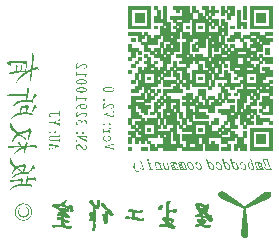
<source format=gbo>
G04*
G04 #@! TF.GenerationSoftware,Altium Limited,Altium Designer,20.0.2 (26)*
G04*
G04 Layer_Color=32896*
%FSLAX24Y24*%
%MOIN*%
G70*
G01*
G75*
%ADD68C,0.0011*%
%ADD69C,0.0012*%
%ADD70C,0.0006*%
G36*
X24501Y11138D02*
X24496Y11134D01*
X24492Y11131D01*
X24489Y11128D01*
X24485Y11125D01*
X24483Y11121D01*
X24480Y11118D01*
X24478Y11115D01*
X24476Y11112D01*
X24474Y11107D01*
X24473Y11105D01*
X24472Y11103D01*
X24472Y11102D01*
X24472Y11100D01*
X24471Y11100D01*
Y11017D01*
X24486Y11028D01*
X24499Y11038D01*
X24512Y11047D01*
X24524Y11056D01*
X24536Y11064D01*
X24546Y11071D01*
X24556Y11078D01*
X24565Y11084D01*
X24573Y11089D01*
X24580Y11093D01*
X24586Y11097D01*
X24591Y11100D01*
X24595Y11103D01*
X24597Y11104D01*
X24599Y11105D01*
X24600Y11106D01*
X24609Y11111D01*
X24619Y11116D01*
X24628Y11119D01*
X24637Y11123D01*
X24645Y11126D01*
X24653Y11128D01*
X24660Y11130D01*
X24667Y11132D01*
X24674Y11133D01*
X24679Y11134D01*
X24684Y11134D01*
X24689Y11135D01*
X24692D01*
X24695Y11135D01*
X24696D01*
X24697D01*
X24705Y11135D01*
X24713Y11135D01*
X24720Y11134D01*
X24727Y11132D01*
X24734Y11131D01*
X24739Y11130D01*
X24745Y11128D01*
X24750Y11126D01*
X24754Y11124D01*
X24758Y11122D01*
X24761Y11121D01*
X24763Y11120D01*
X24766Y11118D01*
X24767Y11117D01*
X24768Y11117D01*
X24768Y11117D01*
X24773Y11113D01*
X24777Y11109D01*
X24780Y11106D01*
X24783Y11103D01*
X24786Y11099D01*
X24789Y11096D01*
X24791Y11093D01*
X24792Y11091D01*
X24794Y11086D01*
X24796Y11082D01*
X24796Y11081D01*
X24797Y11080D01*
Y11079D01*
X24798Y11071D01*
X24798Y11064D01*
Y11052D01*
X24798Y11047D01*
X24797Y11045D01*
X24797Y11043D01*
Y11042D01*
X24797Y11040D01*
Y11039D01*
X24796Y11036D01*
X24795Y11032D01*
X24792Y11025D01*
X24789Y11019D01*
X24785Y11013D01*
X24782Y11009D01*
X24779Y11005D01*
X24778Y11004D01*
X24776Y11003D01*
X24776Y11003D01*
X24776Y11002D01*
X24772Y10999D01*
X24768Y10997D01*
X24762Y10994D01*
X24756Y10992D01*
X24750Y10990D01*
X24744Y10988D01*
X24731Y10985D01*
X24724Y10983D01*
X24719Y10982D01*
X24713Y10981D01*
X24708Y10981D01*
X24704Y10980D01*
X24701Y10980D01*
X24699Y10979D01*
X24699D01*
X24699D01*
Y10992D01*
X24709Y10994D01*
X24718Y10997D01*
X24726Y10999D01*
X24733Y11002D01*
X24736Y11003D01*
X24739Y11005D01*
X24742Y11006D01*
X24744Y11007D01*
X24745Y11008D01*
X24746Y11008D01*
X24747Y11009D01*
X24747D01*
X24751Y11011D01*
X24754Y11014D01*
X24757Y11017D01*
X24759Y11021D01*
X24761Y11024D01*
X24763Y11027D01*
X24766Y11034D01*
X24767Y11039D01*
X24768Y11042D01*
X24768Y11044D01*
X24768Y11046D01*
Y11049D01*
X24768Y11054D01*
X24767Y11058D01*
X24766Y11062D01*
X24764Y11066D01*
X24763Y11070D01*
X24761Y11073D01*
X24757Y11078D01*
X24752Y11082D01*
X24749Y11085D01*
X24747Y11086D01*
X24746Y11086D01*
X24745Y11087D01*
X24745D01*
X24736Y11091D01*
X24726Y11093D01*
X24716Y11095D01*
X24707Y11096D01*
X24702Y11097D01*
X24698Y11097D01*
X24695Y11097D01*
X24691Y11098D01*
X24689D01*
X24687D01*
X24686D01*
X24685D01*
X24678Y11097D01*
X24672Y11097D01*
X24658Y11095D01*
X24645Y11092D01*
X24640Y11090D01*
X24634Y11088D01*
X24629Y11086D01*
X24625Y11085D01*
X24620Y11083D01*
X24617Y11082D01*
X24614Y11080D01*
X24612Y11079D01*
X24611Y11079D01*
X24610Y11079D01*
X24607Y11076D01*
X24602Y11074D01*
X24598Y11071D01*
X24593Y11068D01*
X24587Y11065D01*
X24582Y11061D01*
X24569Y11054D01*
X24556Y11045D01*
X24543Y11036D01*
X24530Y11027D01*
X24516Y11018D01*
X24503Y11009D01*
X24491Y11000D01*
X24479Y10992D01*
X24474Y10988D01*
X24470Y10985D01*
X24465Y10982D01*
X24462Y10979D01*
X24458Y10977D01*
X24455Y10975D01*
X24453Y10973D01*
X24451Y10972D01*
X24450Y10971D01*
X24450Y10971D01*
X24438D01*
Y11129D01*
X24501Y11150D01*
Y11138D01*
D02*
G37*
G36*
X24450Y10856D02*
X24451Y10848D01*
X24452Y10841D01*
X24454Y10834D01*
X24456Y10829D01*
X24458Y10824D01*
X24460Y10820D01*
X24463Y10817D01*
X24465Y10814D01*
X24467Y10812D01*
X24470Y10811D01*
X24471Y10810D01*
X24473Y10809D01*
X24474Y10809D01*
X24475Y10808D01*
X24475D01*
X24800D01*
X24794Y10800D01*
X24788Y10791D01*
X24783Y10783D01*
X24778Y10775D01*
X24773Y10767D01*
X24769Y10759D01*
X24764Y10752D01*
X24761Y10744D01*
X24758Y10738D01*
X24755Y10732D01*
X24753Y10727D01*
X24751Y10723D01*
X24749Y10719D01*
X24748Y10716D01*
X24748Y10715D01*
X24747Y10714D01*
X24735D01*
X24737Y10723D01*
X24738Y10730D01*
X24740Y10738D01*
X24740Y10744D01*
X24741Y10750D01*
X24742Y10752D01*
Y10754D01*
X24742Y10755D01*
Y10761D01*
X24741Y10764D01*
X24739Y10766D01*
X24738Y10769D01*
X24735Y10771D01*
X24733Y10772D01*
X24727Y10775D01*
X24722Y10776D01*
X24719Y10776D01*
X24716Y10777D01*
X24714Y10777D01*
X24713D01*
X24712D01*
X24712D01*
X24471D01*
X24467Y10776D01*
X24464Y10773D01*
X24461Y10770D01*
X24459Y10766D01*
X24457Y10761D01*
X24455Y10756D01*
X24453Y10746D01*
X24452Y10740D01*
X24451Y10735D01*
X24451Y10731D01*
X24450Y10726D01*
X24450Y10723D01*
Y10718D01*
X24438D01*
Y10866D01*
X24450D01*
X24450Y10856D01*
D02*
G37*
G36*
X24630Y10625D02*
X24644Y10624D01*
X24658Y10623D01*
X24671Y10622D01*
X24682Y10620D01*
X24693Y10618D01*
X24703Y10616D01*
X24711Y10613D01*
X24719Y10611D01*
X24726Y10609D01*
X24732Y10607D01*
X24737Y10605D01*
X24740Y10603D01*
X24743Y10602D01*
X24745Y10601D01*
X24745Y10601D01*
X24754Y10597D01*
X24761Y10592D01*
X24767Y10588D01*
X24773Y10584D01*
X24778Y10580D01*
X24782Y10576D01*
X24785Y10573D01*
X24788Y10570D01*
X24790Y10567D01*
X24792Y10564D01*
X24793Y10562D01*
X24794Y10560D01*
X24795Y10559D01*
X24795Y10558D01*
X24796Y10557D01*
Y10556D01*
X24797Y10549D01*
X24798Y10541D01*
Y10535D01*
X24797Y10528D01*
X24797Y10523D01*
Y10520D01*
X24796Y10519D01*
X24796Y10517D01*
Y10516D01*
X24796Y10515D01*
Y10515D01*
X24794Y10511D01*
X24792Y10507D01*
X24790Y10503D01*
X24786Y10499D01*
X24782Y10495D01*
X24778Y10492D01*
X24769Y10485D01*
X24760Y10479D01*
X24756Y10477D01*
X24752Y10475D01*
X24749Y10473D01*
X24747Y10472D01*
X24746Y10471D01*
X24745Y10471D01*
X24736Y10467D01*
X24726Y10463D01*
X24716Y10460D01*
X24705Y10457D01*
X24694Y10455D01*
X24683Y10453D01*
X24673Y10452D01*
X24662Y10451D01*
X24653Y10450D01*
X24644Y10449D01*
X24636Y10448D01*
X24628Y10448D01*
X24625D01*
X24623Y10448D01*
X24620D01*
X24618D01*
X24617D01*
X24616D01*
X24615D01*
X24615D01*
X24599Y10448D01*
X24585Y10449D01*
X24571Y10450D01*
X24558Y10452D01*
X24546Y10453D01*
X24535Y10455D01*
X24525Y10457D01*
X24516Y10459D01*
X24508Y10461D01*
X24500Y10464D01*
X24494Y10465D01*
X24489Y10467D01*
X24485Y10469D01*
X24482Y10470D01*
X24480Y10470D01*
X24480Y10471D01*
X24471Y10475D01*
X24463Y10480D01*
X24456Y10486D01*
X24450Y10491D01*
X24446Y10496D01*
X24441Y10501D01*
X24438Y10507D01*
X24436Y10512D01*
X24433Y10517D01*
X24432Y10521D01*
X24431Y10525D01*
X24430Y10528D01*
X24429Y10531D01*
X24429Y10534D01*
Y10535D01*
X24430Y10543D01*
X24431Y10550D01*
X24434Y10557D01*
X24437Y10563D01*
X24441Y10569D01*
X24445Y10575D01*
X24450Y10579D01*
X24454Y10584D01*
X24459Y10588D01*
X24464Y10592D01*
X24468Y10595D01*
X24472Y10597D01*
X24475Y10599D01*
X24478Y10601D01*
X24479Y10601D01*
X24480Y10602D01*
X24490Y10606D01*
X24500Y10610D01*
X24511Y10613D01*
X24522Y10616D01*
X24534Y10619D01*
X24545Y10620D01*
X24556Y10622D01*
X24566Y10623D01*
X24576Y10624D01*
X24585Y10625D01*
X24594Y10625D01*
X24601Y10625D01*
X24604Y10626D01*
X24606D01*
X24609D01*
X24611D01*
X24613D01*
X24614D01*
X24614D01*
X24615D01*
X24630Y10625D01*
D02*
G37*
G36*
X25534Y10372D02*
X25549Y10371D01*
X25562Y10370D01*
X25575Y10369D01*
X25586Y10366D01*
X25597Y10364D01*
X25607Y10362D01*
X25615Y10360D01*
X25623Y10358D01*
X25630Y10356D01*
X25636Y10353D01*
X25641Y10352D01*
X25645Y10350D01*
X25647Y10349D01*
X25649Y10348D01*
X25649Y10348D01*
X25658Y10344D01*
X25665Y10339D01*
X25671Y10335D01*
X25677Y10331D01*
X25682Y10327D01*
X25686Y10323D01*
X25689Y10320D01*
X25692Y10316D01*
X25694Y10314D01*
X25696Y10311D01*
X25697Y10309D01*
X25698Y10307D01*
X25699Y10305D01*
X25699Y10304D01*
X25700Y10304D01*
Y10303D01*
X25701Y10296D01*
X25702Y10288D01*
Y10281D01*
X25701Y10275D01*
X25701Y10270D01*
Y10267D01*
X25700Y10266D01*
X25700Y10264D01*
Y10263D01*
X25700Y10262D01*
Y10262D01*
X25698Y10258D01*
X25696Y10254D01*
X25694Y10250D01*
X25690Y10246D01*
X25686Y10242D01*
X25682Y10239D01*
X25673Y10232D01*
X25664Y10226D01*
X25660Y10224D01*
X25656Y10222D01*
X25653Y10220D01*
X25651Y10219D01*
X25650Y10218D01*
X25649Y10218D01*
X25640Y10214D01*
X25630Y10210D01*
X25620Y10207D01*
X25609Y10204D01*
X25598Y10202D01*
X25587Y10200D01*
X25577Y10199D01*
X25566Y10197D01*
X25557Y10197D01*
X25548Y10196D01*
X25540Y10195D01*
X25532Y10195D01*
X25529D01*
X25527Y10195D01*
X25525D01*
X25522D01*
X25521D01*
X25520D01*
X25519D01*
X25519D01*
X25503Y10195D01*
X25489Y10196D01*
X25475Y10197D01*
X25462Y10198D01*
X25450Y10200D01*
X25439Y10202D01*
X25429Y10204D01*
X25420Y10206D01*
X25412Y10208D01*
X25404Y10210D01*
X25398Y10212D01*
X25393Y10214D01*
X25389Y10216D01*
X25386Y10217D01*
X25385Y10217D01*
X25384Y10218D01*
X25375Y10222D01*
X25367Y10227D01*
X25360Y10232D01*
X25354Y10238D01*
X25350Y10243D01*
X25345Y10248D01*
X25342Y10254D01*
X25340Y10259D01*
X25337Y10264D01*
X25336Y10268D01*
X25335Y10272D01*
X25334Y10275D01*
X25333Y10278D01*
X25333Y10280D01*
Y10282D01*
X25334Y10290D01*
X25335Y10297D01*
X25338Y10304D01*
X25341Y10310D01*
X25345Y10316D01*
X25349Y10322D01*
X25354Y10326D01*
X25359Y10331D01*
X25363Y10335D01*
X25368Y10339D01*
X25372Y10341D01*
X25376Y10344D01*
X25379Y10346D01*
X25382Y10348D01*
X25383Y10348D01*
X25384Y10349D01*
X25394Y10353D01*
X25404Y10357D01*
X25415Y10360D01*
X25426Y10363D01*
X25438Y10365D01*
X25449Y10367D01*
X25460Y10369D01*
X25470Y10370D01*
X25480Y10371D01*
X25490Y10372D01*
X25498Y10372D01*
X25505Y10372D01*
X25508Y10373D01*
X25510D01*
X25513D01*
X25515D01*
X25517D01*
X25518D01*
X25518D01*
X25519D01*
X25534Y10372D01*
D02*
G37*
G36*
X24630Y10356D02*
X24644Y10354D01*
X24658Y10353D01*
X24671Y10352D01*
X24682Y10350D01*
X24693Y10348D01*
X24703Y10346D01*
X24711Y10343D01*
X24719Y10341D01*
X24726Y10339D01*
X24732Y10337D01*
X24737Y10335D01*
X24740Y10334D01*
X24743Y10332D01*
X24745Y10331D01*
X24745Y10331D01*
X24754Y10327D01*
X24761Y10322D01*
X24767Y10318D01*
X24773Y10314D01*
X24778Y10310D01*
X24782Y10306D01*
X24785Y10303D01*
X24788Y10300D01*
X24790Y10297D01*
X24792Y10294D01*
X24793Y10292D01*
X24794Y10290D01*
X24795Y10289D01*
X24795Y10288D01*
X24796Y10287D01*
Y10287D01*
X24797Y10279D01*
X24798Y10271D01*
Y10265D01*
X24797Y10258D01*
X24797Y10253D01*
Y10251D01*
X24796Y10249D01*
X24796Y10247D01*
Y10246D01*
X24796Y10245D01*
Y10245D01*
X24794Y10241D01*
X24792Y10237D01*
X24790Y10233D01*
X24786Y10229D01*
X24782Y10226D01*
X24778Y10222D01*
X24769Y10215D01*
X24760Y10209D01*
X24756Y10207D01*
X24752Y10205D01*
X24749Y10203D01*
X24747Y10202D01*
X24746Y10201D01*
X24745Y10201D01*
X24736Y10197D01*
X24726Y10193D01*
X24716Y10190D01*
X24705Y10187D01*
X24694Y10185D01*
X24683Y10183D01*
X24673Y10182D01*
X24662Y10181D01*
X24653Y10180D01*
X24644Y10179D01*
X24636Y10179D01*
X24628Y10178D01*
X24625D01*
X24623Y10178D01*
X24620D01*
X24618D01*
X24617D01*
X24616D01*
X24615D01*
X24615D01*
X24599Y10178D01*
X24585Y10179D01*
X24571Y10180D01*
X24558Y10182D01*
X24546Y10183D01*
X24535Y10185D01*
X24525Y10187D01*
X24516Y10189D01*
X24508Y10192D01*
X24500Y10194D01*
X24494Y10195D01*
X24489Y10197D01*
X24485Y10199D01*
X24482Y10200D01*
X24480Y10200D01*
X24480Y10201D01*
X24471Y10205D01*
X24463Y10210D01*
X24456Y10216D01*
X24450Y10221D01*
X24446Y10226D01*
X24441Y10231D01*
X24438Y10237D01*
X24436Y10242D01*
X24433Y10247D01*
X24432Y10251D01*
X24431Y10255D01*
X24430Y10258D01*
X24429Y10262D01*
X24429Y10264D01*
Y10265D01*
X24430Y10273D01*
X24431Y10280D01*
X24434Y10287D01*
X24437Y10293D01*
X24441Y10299D01*
X24445Y10305D01*
X24450Y10310D01*
X24454Y10314D01*
X24459Y10318D01*
X24464Y10322D01*
X24468Y10325D01*
X24472Y10327D01*
X24475Y10329D01*
X24478Y10331D01*
X24479Y10331D01*
X24480Y10332D01*
X24490Y10336D01*
X24500Y10340D01*
X24511Y10344D01*
X24522Y10346D01*
X24534Y10349D01*
X24545Y10350D01*
X24556Y10352D01*
X24566Y10353D01*
X24576Y10354D01*
X24585Y10355D01*
X24594Y10355D01*
X24601Y10356D01*
X24604Y10356D01*
X24606D01*
X24609D01*
X24611D01*
X24613D01*
X24614D01*
X24614D01*
X24615D01*
X24630Y10356D01*
D02*
G37*
G36*
X24450Y10046D02*
X24451Y10038D01*
X24452Y10031D01*
X24454Y10025D01*
X24456Y10019D01*
X24458Y10015D01*
X24460Y10010D01*
X24463Y10007D01*
X24465Y10005D01*
X24467Y10003D01*
X24470Y10001D01*
X24471Y10000D01*
X24473Y9999D01*
X24474Y9999D01*
X24475Y9998D01*
X24475D01*
X24800D01*
X24794Y9990D01*
X24788Y9982D01*
X24783Y9973D01*
X24778Y9965D01*
X24773Y9957D01*
X24769Y9949D01*
X24764Y9942D01*
X24761Y9935D01*
X24758Y9928D01*
X24755Y9922D01*
X24753Y9917D01*
X24751Y9913D01*
X24749Y9909D01*
X24748Y9907D01*
X24748Y9905D01*
X24747Y9904D01*
X24735D01*
X24737Y9913D01*
X24738Y9921D01*
X24740Y9928D01*
X24740Y9935D01*
X24741Y9940D01*
X24742Y9942D01*
Y9944D01*
X24742Y9945D01*
Y9951D01*
X24741Y9954D01*
X24739Y9957D01*
X24738Y9959D01*
X24735Y9961D01*
X24733Y9962D01*
X24727Y9965D01*
X24722Y9966D01*
X24719Y9967D01*
X24716Y9967D01*
X24714Y9967D01*
X24713D01*
X24712D01*
X24712D01*
X24471D01*
X24467Y9966D01*
X24464Y9963D01*
X24461Y9960D01*
X24459Y9956D01*
X24457Y9951D01*
X24455Y9947D01*
X24453Y9936D01*
X24452Y9931D01*
X24451Y9925D01*
X24451Y9921D01*
X24450Y9916D01*
X24450Y9913D01*
Y9908D01*
X24438D01*
Y10056D01*
X24450D01*
X24450Y10046D01*
D02*
G37*
G36*
X25369Y9962D02*
X25373Y9961D01*
X25376Y9960D01*
X25379Y9959D01*
X25381Y9958D01*
X25384Y9957D01*
X25387Y9954D01*
X25390Y9951D01*
X25391Y9948D01*
X25392Y9947D01*
X25392Y9946D01*
Y9946D01*
X25394Y9940D01*
X25395Y9935D01*
Y9930D01*
X25394Y9925D01*
X25393Y9921D01*
X25393Y9918D01*
X25393Y9916D01*
X25392Y9915D01*
Y9915D01*
X25391Y9912D01*
X25390Y9910D01*
X25386Y9905D01*
X25382Y9902D01*
X25377Y9900D01*
X25373Y9898D01*
X25369Y9897D01*
X25368Y9897D01*
X25367D01*
X25366Y9896D01*
X25366D01*
X25362Y9896D01*
X25358Y9896D01*
X25355Y9897D01*
X25352Y9898D01*
X25346Y9900D01*
X25342Y9903D01*
X25338Y9907D01*
X25336Y9910D01*
X25334Y9912D01*
X25334Y9912D01*
Y9912D01*
X25333Y9916D01*
X25331Y9919D01*
X25330Y9926D01*
Y9932D01*
X25330Y9937D01*
X25331Y9942D01*
X25332Y9945D01*
X25333Y9946D01*
X25333Y9947D01*
X25333Y9948D01*
Y9948D01*
X25335Y9951D01*
X25337Y9954D01*
X25339Y9956D01*
X25342Y9958D01*
X25347Y9960D01*
X25352Y9962D01*
X25357Y9963D01*
X25361D01*
X25363D01*
X25364D01*
X25364D01*
X25365D01*
X25369Y9962D01*
D02*
G37*
G36*
X25405Y9805D02*
X25400Y9802D01*
X25396Y9798D01*
X25393Y9795D01*
X25389Y9792D01*
X25387Y9788D01*
X25384Y9785D01*
X25382Y9782D01*
X25380Y9779D01*
X25378Y9774D01*
X25377Y9772D01*
X25376Y9770D01*
X25376Y9769D01*
X25376Y9768D01*
X25375Y9767D01*
Y9684D01*
X25390Y9695D01*
X25403Y9705D01*
X25416Y9714D01*
X25428Y9723D01*
X25440Y9731D01*
X25450Y9738D01*
X25460Y9745D01*
X25469Y9751D01*
X25477Y9756D01*
X25484Y9760D01*
X25490Y9764D01*
X25495Y9767D01*
X25499Y9770D01*
X25502Y9771D01*
X25503Y9772D01*
X25504Y9773D01*
X25514Y9778D01*
X25523Y9783D01*
X25532Y9786D01*
X25541Y9790D01*
X25549Y9793D01*
X25557Y9795D01*
X25564Y9797D01*
X25572Y9799D01*
X25578Y9800D01*
X25584Y9801D01*
X25588Y9802D01*
X25593Y9802D01*
X25596D01*
X25599Y9803D01*
X25600D01*
X25601D01*
X25609Y9802D01*
X25617Y9802D01*
X25624Y9801D01*
X25632Y9800D01*
X25638Y9798D01*
X25644Y9797D01*
X25649Y9795D01*
X25654Y9793D01*
X25658Y9791D01*
X25662Y9790D01*
X25665Y9788D01*
X25668Y9787D01*
X25670Y9785D01*
X25671Y9784D01*
X25672Y9784D01*
X25672Y9784D01*
X25677Y9780D01*
X25681Y9777D01*
X25684Y9773D01*
X25687Y9770D01*
X25690Y9767D01*
X25693Y9763D01*
X25695Y9760D01*
X25696Y9758D01*
X25698Y9753D01*
X25700Y9749D01*
X25700Y9748D01*
X25701Y9747D01*
Y9746D01*
X25702Y9738D01*
X25702Y9732D01*
Y9719D01*
X25702Y9714D01*
X25701Y9712D01*
X25701Y9710D01*
Y9709D01*
X25701Y9708D01*
Y9707D01*
X25700Y9703D01*
X25699Y9699D01*
X25696Y9692D01*
X25693Y9686D01*
X25689Y9680D01*
X25686Y9676D01*
X25683Y9673D01*
X25682Y9671D01*
X25681Y9670D01*
X25680Y9670D01*
X25680Y9670D01*
X25676Y9666D01*
X25672Y9664D01*
X25666Y9661D01*
X25660Y9659D01*
X25654Y9657D01*
X25648Y9655D01*
X25635Y9652D01*
X25628Y9650D01*
X25623Y9649D01*
X25617Y9649D01*
X25612Y9648D01*
X25608Y9647D01*
X25605Y9647D01*
X25603Y9647D01*
X25603D01*
X25603D01*
Y9659D01*
X25613Y9661D01*
X25622Y9664D01*
X25631Y9666D01*
X25637Y9669D01*
X25640Y9671D01*
X25643Y9672D01*
X25646Y9673D01*
X25648Y9674D01*
X25649Y9675D01*
X25650Y9675D01*
X25651Y9676D01*
X25651D01*
X25655Y9678D01*
X25658Y9682D01*
X25661Y9684D01*
X25663Y9688D01*
X25665Y9691D01*
X25667Y9694D01*
X25670Y9701D01*
X25671Y9707D01*
X25672Y9709D01*
X25672Y9711D01*
X25672Y9713D01*
Y9716D01*
X25672Y9721D01*
X25671Y9725D01*
X25670Y9730D01*
X25669Y9733D01*
X25667Y9737D01*
X25665Y9740D01*
X25661Y9745D01*
X25657Y9749D01*
X25653Y9752D01*
X25651Y9753D01*
X25650Y9754D01*
X25649Y9754D01*
X25649D01*
X25640Y9758D01*
X25630Y9760D01*
X25620Y9762D01*
X25611Y9763D01*
X25606Y9764D01*
X25602Y9764D01*
X25599Y9765D01*
X25596Y9765D01*
X25593D01*
X25591D01*
X25590D01*
X25589D01*
X25582Y9765D01*
X25576Y9764D01*
X25562Y9762D01*
X25550Y9759D01*
X25544Y9757D01*
X25538Y9755D01*
X25533Y9754D01*
X25529Y9752D01*
X25525Y9750D01*
X25521Y9749D01*
X25518Y9747D01*
X25516Y9746D01*
X25515Y9746D01*
X25515Y9746D01*
X25511Y9744D01*
X25506Y9741D01*
X25502Y9738D01*
X25497Y9735D01*
X25491Y9732D01*
X25486Y9729D01*
X25473Y9721D01*
X25460Y9712D01*
X25447Y9703D01*
X25434Y9694D01*
X25420Y9685D01*
X25407Y9676D01*
X25395Y9667D01*
X25384Y9659D01*
X25378Y9655D01*
X25374Y9652D01*
X25369Y9649D01*
X25366Y9646D01*
X25362Y9644D01*
X25360Y9642D01*
X25357Y9640D01*
X25355Y9639D01*
X25354Y9638D01*
X25354Y9638D01*
X25342D01*
Y9796D01*
X25405Y9817D01*
Y9805D01*
D02*
G37*
G36*
X24669Y9800D02*
X24679Y9799D01*
X24689Y9798D01*
X24698Y9797D01*
X24706Y9795D01*
X24714Y9793D01*
X24722Y9791D01*
X24728Y9789D01*
X24734Y9787D01*
X24739Y9785D01*
X24744Y9783D01*
X24748Y9781D01*
X24751Y9780D01*
X24753Y9779D01*
X24755Y9778D01*
X24755Y9778D01*
X24762Y9774D01*
X24768Y9770D01*
X24773Y9766D01*
X24778Y9762D01*
X24782Y9758D01*
X24785Y9754D01*
X24788Y9751D01*
X24790Y9748D01*
X24792Y9745D01*
X24794Y9742D01*
X24795Y9739D01*
X24796Y9737D01*
X24796Y9736D01*
X24796Y9735D01*
X24797Y9734D01*
Y9734D01*
X24798Y9725D01*
X24798Y9718D01*
Y9704D01*
X24798Y9699D01*
X24797Y9697D01*
X24797Y9695D01*
Y9694D01*
X24797Y9693D01*
Y9692D01*
X24796Y9688D01*
X24794Y9684D01*
X24793Y9680D01*
X24790Y9677D01*
X24785Y9670D01*
X24779Y9663D01*
X24773Y9657D01*
X24770Y9655D01*
X24768Y9653D01*
X24766Y9651D01*
X24764Y9650D01*
X24763Y9649D01*
X24763Y9649D01*
X24757Y9644D01*
X24751Y9641D01*
X24745Y9638D01*
X24738Y9635D01*
X24732Y9633D01*
X24725Y9631D01*
X24719Y9630D01*
X24713Y9628D01*
X24707Y9628D01*
X24702Y9627D01*
X24697Y9626D01*
X24693Y9626D01*
X24690Y9626D01*
X24687D01*
X24686D01*
X24685D01*
X24677Y9626D01*
X24668Y9626D01*
X24661Y9627D01*
X24653Y9629D01*
X24646Y9630D01*
X24640Y9631D01*
X24633Y9633D01*
X24628Y9635D01*
X24623Y9637D01*
X24619Y9639D01*
X24615Y9640D01*
X24612Y9641D01*
X24609Y9643D01*
X24608Y9644D01*
X24607Y9644D01*
X24606Y9644D01*
X24601Y9648D01*
X24596Y9652D01*
X24592Y9655D01*
X24588Y9659D01*
X24584Y9663D01*
X24582Y9666D01*
X24580Y9670D01*
X24578Y9673D01*
X24576Y9676D01*
X24575Y9679D01*
X24574Y9681D01*
X24573Y9683D01*
X24573Y9685D01*
Y9686D01*
X24572Y9687D01*
Y9687D01*
X24572Y9696D01*
X24572Y9703D01*
X24573Y9710D01*
X24575Y9715D01*
X24576Y9720D01*
X24577Y9723D01*
X24578Y9725D01*
X24579Y9725D01*
X24582Y9731D01*
X24585Y9736D01*
X24589Y9742D01*
X24593Y9747D01*
X24596Y9751D01*
X24598Y9755D01*
X24599Y9757D01*
X24600Y9758D01*
X24600Y9758D01*
Y9758D01*
X24597Y9757D01*
X24593Y9756D01*
X24585Y9754D01*
X24577Y9751D01*
X24568Y9749D01*
X24564Y9747D01*
X24560Y9746D01*
X24557Y9745D01*
X24554Y9744D01*
X24552Y9743D01*
X24550Y9743D01*
X24549Y9742D01*
X24548D01*
X24542Y9740D01*
X24536Y9737D01*
X24524Y9732D01*
X24512Y9725D01*
X24507Y9722D01*
X24503Y9719D01*
X24498Y9716D01*
X24495Y9713D01*
X24491Y9711D01*
X24488Y9709D01*
X24486Y9707D01*
X24484Y9706D01*
X24483Y9705D01*
X24483Y9704D01*
X24477Y9699D01*
X24472Y9694D01*
X24468Y9688D01*
X24464Y9682D01*
X24460Y9676D01*
X24456Y9670D01*
X24454Y9664D01*
X24451Y9659D01*
X24449Y9653D01*
X24447Y9648D01*
X24446Y9644D01*
X24444Y9640D01*
X24443Y9637D01*
X24442Y9634D01*
X24442Y9633D01*
Y9632D01*
X24429D01*
X24430Y9641D01*
X24432Y9650D01*
X24435Y9659D01*
X24437Y9667D01*
X24440Y9674D01*
X24443Y9682D01*
X24446Y9688D01*
X24449Y9694D01*
X24451Y9700D01*
X24454Y9704D01*
X24456Y9709D01*
X24459Y9712D01*
X24461Y9715D01*
X24462Y9717D01*
X24463Y9719D01*
X24463Y9719D01*
X24468Y9726D01*
X24474Y9732D01*
X24481Y9738D01*
X24487Y9744D01*
X24494Y9749D01*
X24501Y9754D01*
X24508Y9758D01*
X24514Y9762D01*
X24521Y9766D01*
X24526Y9769D01*
X24532Y9772D01*
X24536Y9774D01*
X24540Y9775D01*
X24543Y9777D01*
X24545Y9778D01*
X24545Y9778D01*
X24556Y9782D01*
X24566Y9785D01*
X24576Y9788D01*
X24586Y9791D01*
X24596Y9793D01*
X24605Y9795D01*
X24614Y9796D01*
X24622Y9797D01*
X24630Y9798D01*
X24637Y9799D01*
X24643Y9800D01*
X24648Y9800D01*
X24652Y9800D01*
X24655D01*
X24657D01*
X24658D01*
X24669Y9800D01*
D02*
G37*
G36*
X25696Y9501D02*
X25683D01*
X25683Y9505D01*
X25682Y9508D01*
X25680Y9511D01*
X25679Y9513D01*
X25676Y9516D01*
X25673Y9517D01*
X25670Y9518D01*
X25668Y9519D01*
X25661Y9520D01*
X25659D01*
X25657D01*
X25655D01*
X25653Y9520D01*
X25652D01*
X25651D01*
X25426Y9465D01*
X25647Y9410D01*
X25653Y9409D01*
X25659Y9409D01*
X25664Y9409D01*
X25668Y9411D01*
X25672Y9412D01*
X25674Y9414D01*
X25677Y9416D01*
X25679Y9419D01*
X25680Y9422D01*
X25681Y9424D01*
X25683Y9429D01*
X25683Y9431D01*
X25683Y9432D01*
Y9434D01*
X25696D01*
Y9345D01*
X25683D01*
X25683Y9349D01*
X25681Y9353D01*
X25679Y9356D01*
X25676Y9359D01*
X25673Y9362D01*
X25669Y9365D01*
X25661Y9370D01*
X25653Y9374D01*
X25649Y9375D01*
X25646Y9377D01*
X25643Y9378D01*
X25641Y9378D01*
X25639Y9379D01*
X25639D01*
X25333Y9459D01*
X25670Y9545D01*
X25673Y9546D01*
X25675Y9548D01*
X25676Y9549D01*
X25678Y9552D01*
X25680Y9556D01*
X25682Y9561D01*
X25683Y9567D01*
X25683Y9571D01*
X25683Y9572D01*
Y9575D01*
X25696D01*
Y9501D01*
D02*
G37*
G36*
X23883Y9405D02*
X23871D01*
X23870Y9414D01*
X23870Y9421D01*
X23869Y9427D01*
X23868Y9433D01*
X23866Y9438D01*
X23865Y9442D01*
X23863Y9445D01*
X23861Y9448D01*
X23859Y9450D01*
X23858Y9452D01*
X23856Y9454D01*
X23855Y9455D01*
X23853Y9456D01*
X23852Y9456D01*
X23852D01*
X23582D01*
X23576Y9455D01*
X23570Y9454D01*
X23565Y9453D01*
X23561Y9451D01*
X23558Y9450D01*
X23555Y9448D01*
X23552Y9446D01*
X23550Y9445D01*
X23549Y9443D01*
X23548Y9441D01*
X23547Y9438D01*
X23546Y9437D01*
Y9433D01*
X23546Y9431D01*
X23547Y9427D01*
X23549Y9425D01*
X23551Y9423D01*
X23552Y9422D01*
X23554Y9422D01*
X23555D01*
X23555D01*
X23559D01*
X23562Y9421D01*
X23566Y9420D01*
X23569Y9419D01*
X23571Y9418D01*
X23573Y9417D01*
X23575Y9416D01*
X23575Y9416D01*
X23578Y9413D01*
X23581Y9410D01*
X23583Y9407D01*
X23584Y9403D01*
X23585Y9400D01*
X23586Y9397D01*
Y9395D01*
X23585Y9390D01*
X23584Y9385D01*
X23583Y9381D01*
X23581Y9378D01*
X23579Y9375D01*
X23577Y9373D01*
X23576Y9372D01*
X23576Y9371D01*
X23573Y9369D01*
X23569Y9367D01*
X23565Y9366D01*
X23562Y9365D01*
X23559Y9364D01*
X23556D01*
X23555D01*
X23554D01*
X23550Y9365D01*
X23545Y9368D01*
X23541Y9370D01*
X23538Y9373D01*
X23535Y9376D01*
X23533Y9379D01*
X23531Y9381D01*
X23531Y9381D01*
X23528Y9388D01*
X23525Y9395D01*
X23523Y9402D01*
X23522Y9409D01*
X23521Y9415D01*
X23521Y9417D01*
Y9420D01*
X23521Y9422D01*
Y9424D01*
X23521Y9429D01*
X23521Y9434D01*
X23523Y9443D01*
X23526Y9451D01*
X23529Y9458D01*
X23531Y9460D01*
X23533Y9463D01*
X23534Y9465D01*
X23536Y9467D01*
X23537Y9468D01*
X23538Y9469D01*
X23538Y9470D01*
X23538Y9470D01*
X23542Y9473D01*
X23547Y9476D01*
X23553Y9479D01*
X23559Y9481D01*
X23566Y9483D01*
X23573Y9485D01*
X23587Y9488D01*
X23594Y9489D01*
X23600Y9490D01*
X23606Y9491D01*
X23611Y9491D01*
X23616Y9492D01*
X23619D01*
X23621Y9492D01*
X23622D01*
X23622D01*
X23854D01*
X23857Y9494D01*
X23859Y9496D01*
X23862Y9499D01*
X23863Y9502D01*
X23865Y9507D01*
X23867Y9512D01*
X23869Y9522D01*
X23870Y9532D01*
X23870Y9536D01*
Y9541D01*
X23871Y9544D01*
Y9549D01*
X23883D01*
Y9405D01*
D02*
G37*
G36*
X24501Y9518D02*
X24496Y9515D01*
X24492Y9511D01*
X24489Y9508D01*
X24485Y9505D01*
X24483Y9501D01*
X24480Y9498D01*
X24478Y9495D01*
X24476Y9493D01*
X24474Y9487D01*
X24473Y9485D01*
X24472Y9483D01*
X24472Y9482D01*
X24472Y9481D01*
X24471Y9480D01*
Y9398D01*
X24486Y9408D01*
X24499Y9418D01*
X24512Y9428D01*
X24524Y9436D01*
X24536Y9444D01*
X24546Y9451D01*
X24556Y9458D01*
X24565Y9464D01*
X24573Y9469D01*
X24580Y9474D01*
X24586Y9477D01*
X24591Y9481D01*
X24595Y9483D01*
X24597Y9485D01*
X24599Y9486D01*
X24600Y9486D01*
X24609Y9491D01*
X24619Y9496D01*
X24628Y9500D01*
X24637Y9503D01*
X24645Y9506D01*
X24653Y9509D01*
X24660Y9511D01*
X24667Y9512D01*
X24674Y9513D01*
X24679Y9514D01*
X24684Y9515D01*
X24689Y9516D01*
X24692D01*
X24695Y9516D01*
X24696D01*
X24697D01*
X24705Y9516D01*
X24713Y9515D01*
X24720Y9514D01*
X24727Y9513D01*
X24734Y9511D01*
X24739Y9510D01*
X24745Y9508D01*
X24750Y9507D01*
X24754Y9505D01*
X24758Y9503D01*
X24761Y9501D01*
X24763Y9500D01*
X24766Y9499D01*
X24767Y9498D01*
X24768Y9497D01*
X24768Y9497D01*
X24773Y9494D01*
X24777Y9490D01*
X24780Y9486D01*
X24783Y9483D01*
X24786Y9480D01*
X24789Y9477D01*
X24791Y9474D01*
X24792Y9471D01*
X24794Y9466D01*
X24796Y9462D01*
X24796Y9461D01*
X24797Y9460D01*
Y9459D01*
X24798Y9452D01*
X24798Y9445D01*
Y9432D01*
X24798Y9427D01*
X24797Y9425D01*
X24797Y9423D01*
Y9422D01*
X24797Y9421D01*
Y9420D01*
X24796Y9416D01*
X24795Y9413D01*
X24792Y9406D01*
X24789Y9399D01*
X24785Y9394D01*
X24782Y9389D01*
X24779Y9386D01*
X24778Y9384D01*
X24776Y9383D01*
X24776Y9383D01*
X24776Y9383D01*
X24772Y9380D01*
X24768Y9377D01*
X24762Y9375D01*
X24756Y9372D01*
X24750Y9370D01*
X24744Y9368D01*
X24731Y9365D01*
X24724Y9364D01*
X24719Y9363D01*
X24713Y9362D01*
X24708Y9361D01*
X24704Y9360D01*
X24701Y9360D01*
X24699Y9360D01*
X24699D01*
X24699D01*
Y9372D01*
X24709Y9375D01*
X24718Y9377D01*
X24726Y9380D01*
X24733Y9382D01*
X24736Y9384D01*
X24739Y9385D01*
X24742Y9386D01*
X24744Y9387D01*
X24745Y9388D01*
X24746Y9389D01*
X24747Y9389D01*
X24747D01*
X24751Y9392D01*
X24754Y9395D01*
X24757Y9398D01*
X24759Y9401D01*
X24761Y9404D01*
X24763Y9407D01*
X24766Y9414D01*
X24767Y9420D01*
X24768Y9423D01*
X24768Y9425D01*
X24768Y9426D01*
Y9429D01*
X24768Y9434D01*
X24767Y9439D01*
X24766Y9443D01*
X24764Y9447D01*
X24763Y9450D01*
X24761Y9453D01*
X24757Y9459D01*
X24752Y9462D01*
X24749Y9465D01*
X24747Y9466D01*
X24746Y9467D01*
X24745Y9467D01*
X24745D01*
X24736Y9471D01*
X24726Y9474D01*
X24716Y9475D01*
X24707Y9477D01*
X24702Y9477D01*
X24698Y9477D01*
X24695Y9478D01*
X24691Y9478D01*
X24689D01*
X24687D01*
X24686D01*
X24685D01*
X24678Y9478D01*
X24672Y9477D01*
X24658Y9475D01*
X24645Y9472D01*
X24640Y9470D01*
X24634Y9469D01*
X24629Y9467D01*
X24625Y9465D01*
X24620Y9463D01*
X24617Y9462D01*
X24614Y9461D01*
X24612Y9460D01*
X24611Y9459D01*
X24610Y9459D01*
X24607Y9457D01*
X24602Y9454D01*
X24598Y9452D01*
X24593Y9449D01*
X24587Y9446D01*
X24582Y9442D01*
X24569Y9434D01*
X24556Y9425D01*
X24543Y9416D01*
X24530Y9407D01*
X24516Y9398D01*
X24503Y9389D01*
X24491Y9380D01*
X24479Y9372D01*
X24474Y9369D01*
X24470Y9365D01*
X24465Y9362D01*
X24462Y9359D01*
X24458Y9357D01*
X24455Y9355D01*
X24453Y9353D01*
X24451Y9352D01*
X24450Y9352D01*
X24450Y9351D01*
X24438D01*
Y9509D01*
X24501Y9530D01*
Y9518D01*
D02*
G37*
G36*
X23883Y9223D02*
X23871D01*
X23870Y9228D01*
X23870Y9231D01*
X23869Y9235D01*
X23867Y9238D01*
X23865Y9240D01*
X23863Y9241D01*
X23861Y9243D01*
X23859Y9244D01*
X23855Y9245D01*
X23851D01*
X23849Y9244D01*
X23848D01*
X23848Y9244D01*
X23847D01*
X23706Y9189D01*
X23847Y9149D01*
X23851Y9148D01*
X23855Y9147D01*
X23858Y9148D01*
X23861Y9148D01*
X23863Y9150D01*
X23865Y9151D01*
X23868Y9154D01*
X23869Y9157D01*
X23870Y9160D01*
X23871Y9162D01*
Y9164D01*
X23883D01*
Y9075D01*
X23871D01*
X23870Y9080D01*
X23870Y9084D01*
X23868Y9088D01*
X23867Y9092D01*
X23864Y9096D01*
X23862Y9098D01*
X23859Y9101D01*
X23857Y9103D01*
X23852Y9107D01*
X23848Y9109D01*
X23846Y9110D01*
X23844Y9110D01*
X23844Y9111D01*
X23843D01*
X23679Y9164D01*
X23557D01*
X23554Y9163D01*
X23552Y9161D01*
X23548Y9157D01*
X23545Y9153D01*
X23543Y9148D01*
X23542Y9144D01*
X23542Y9140D01*
X23541Y9138D01*
Y9136D01*
X23529D01*
Y9225D01*
X23541D01*
X23542Y9220D01*
X23542Y9216D01*
X23543Y9213D01*
X23544Y9210D01*
X23546Y9207D01*
X23547Y9204D01*
X23550Y9201D01*
X23553Y9198D01*
X23556Y9197D01*
X23558Y9196D01*
X23559Y9195D01*
X23559D01*
X23679D01*
X23854Y9267D01*
X23857Y9269D01*
X23859Y9270D01*
X23862Y9272D01*
X23863Y9274D01*
X23867Y9280D01*
X23869Y9285D01*
X23870Y9290D01*
X23870Y9294D01*
X23871Y9296D01*
Y9298D01*
X23883D01*
Y9223D01*
D02*
G37*
G36*
X24555Y9271D02*
X24561Y9270D01*
X24567Y9269D01*
X24573Y9268D01*
X24578Y9266D01*
X24582Y9265D01*
X24586Y9264D01*
X24590Y9262D01*
X24593Y9261D01*
X24596Y9260D01*
X24598Y9259D01*
X24600Y9258D01*
X24601Y9257D01*
X24602Y9257D01*
X24602Y9256D01*
X24606Y9253D01*
X24610Y9250D01*
X24617Y9243D01*
X24623Y9236D01*
X24628Y9228D01*
X24632Y9222D01*
X24634Y9219D01*
X24635Y9217D01*
X24637Y9215D01*
X24637Y9213D01*
X24638Y9212D01*
Y9212D01*
X24646Y9219D01*
X24654Y9225D01*
X24662Y9231D01*
X24669Y9236D01*
X24676Y9239D01*
X24683Y9243D01*
X24689Y9246D01*
X24695Y9248D01*
X24700Y9249D01*
X24705Y9251D01*
X24709Y9252D01*
X24712Y9252D01*
X24715Y9253D01*
X24717Y9253D01*
X24719D01*
X24719D01*
X24726D01*
X24732Y9253D01*
X24738Y9252D01*
X24743Y9251D01*
X24748Y9249D01*
X24753Y9248D01*
X24757Y9246D01*
X24761Y9245D01*
X24764Y9243D01*
X24767Y9241D01*
X24769Y9239D01*
X24771Y9238D01*
X24773Y9237D01*
X24774Y9236D01*
X24774Y9235D01*
X24775Y9235D01*
X24778Y9231D01*
X24781Y9228D01*
X24786Y9222D01*
X24790Y9215D01*
X24793Y9210D01*
X24795Y9205D01*
X24796Y9202D01*
X24796Y9201D01*
X24797Y9200D01*
Y9199D01*
X24798Y9193D01*
X24798Y9187D01*
X24798Y9181D01*
X24797Y9175D01*
X24797Y9170D01*
X24796Y9167D01*
X24796Y9166D01*
Y9165D01*
X24796Y9164D01*
Y9164D01*
X24795Y9160D01*
X24794Y9157D01*
X24790Y9150D01*
X24786Y9144D01*
X24782Y9140D01*
X24778Y9135D01*
X24775Y9132D01*
X24773Y9131D01*
X24773Y9130D01*
X24772Y9130D01*
X24772Y9130D01*
X24764Y9125D01*
X24755Y9121D01*
X24746Y9118D01*
X24737Y9116D01*
X24734Y9115D01*
X24730Y9115D01*
X24727Y9114D01*
X24724Y9114D01*
X24721Y9114D01*
X24720Y9113D01*
X24719D01*
X24718D01*
Y9126D01*
X24723Y9127D01*
X24728Y9128D01*
X24733Y9130D01*
X24737Y9131D01*
X24740Y9133D01*
X24744Y9134D01*
X24746Y9135D01*
X24749Y9137D01*
X24753Y9140D01*
X24756Y9142D01*
X24757Y9143D01*
X24758Y9144D01*
X24761Y9148D01*
X24764Y9154D01*
X24766Y9160D01*
X24767Y9165D01*
X24768Y9170D01*
X24768Y9175D01*
Y9182D01*
X24768Y9187D01*
X24766Y9194D01*
X24763Y9200D01*
X24760Y9205D01*
X24758Y9209D01*
X24755Y9211D01*
X24753Y9213D01*
X24753Y9213D01*
X24752D01*
X24749Y9215D01*
X24746Y9217D01*
X24738Y9220D01*
X24731Y9222D01*
X24723Y9224D01*
X24716Y9224D01*
X24713Y9225D01*
X24710Y9225D01*
X24708D01*
X24707D01*
X24706D01*
X24705D01*
X24699Y9225D01*
X24694Y9224D01*
X24688Y9223D01*
X24683Y9222D01*
X24674Y9218D01*
X24670Y9216D01*
X24666Y9214D01*
X24663Y9212D01*
X24660Y9210D01*
X24657Y9208D01*
X24655Y9206D01*
X24653Y9205D01*
X24652Y9204D01*
X24651Y9203D01*
X24651Y9203D01*
X24646Y9199D01*
X24643Y9194D01*
X24640Y9190D01*
X24637Y9186D01*
X24635Y9182D01*
X24633Y9178D01*
X24630Y9171D01*
X24629Y9165D01*
X24628Y9162D01*
X24628Y9160D01*
X24628Y9158D01*
Y9155D01*
X24615D01*
X24614Y9164D01*
X24613Y9172D01*
X24612Y9179D01*
X24610Y9186D01*
X24608Y9192D01*
X24606Y9198D01*
X24604Y9203D01*
X24602Y9207D01*
X24600Y9211D01*
X24598Y9214D01*
X24596Y9217D01*
X24595Y9219D01*
X24593Y9221D01*
X24592Y9222D01*
X24592Y9222D01*
X24591Y9223D01*
X24587Y9226D01*
X24583Y9229D01*
X24578Y9231D01*
X24574Y9234D01*
X24565Y9237D01*
X24556Y9239D01*
X24551Y9240D01*
X24548Y9240D01*
X24544Y9241D01*
X24541Y9241D01*
X24539Y9241D01*
X24537D01*
X24536D01*
X24535D01*
X24529Y9241D01*
X24523Y9241D01*
X24512Y9239D01*
X24507Y9238D01*
X24502Y9236D01*
X24497Y9235D01*
X24494Y9233D01*
X24490Y9231D01*
X24487Y9230D01*
X24484Y9228D01*
X24482Y9227D01*
X24480Y9226D01*
X24478Y9225D01*
X24478Y9225D01*
X24477Y9225D01*
X24473Y9221D01*
X24470Y9217D01*
X24467Y9213D01*
X24464Y9207D01*
X24462Y9202D01*
X24460Y9197D01*
X24457Y9186D01*
X24456Y9181D01*
X24456Y9176D01*
X24455Y9171D01*
X24455Y9167D01*
X24454Y9164D01*
Y9159D01*
X24459Y9158D01*
X24462Y9156D01*
X24466Y9155D01*
X24469Y9153D01*
X24471Y9152D01*
X24474Y9150D01*
X24477Y9148D01*
X24480Y9145D01*
X24482Y9144D01*
X24483Y9143D01*
X24483Y9142D01*
X24485Y9139D01*
X24486Y9136D01*
X24487Y9133D01*
X24487Y9130D01*
Y9124D01*
X24487Y9121D01*
X24486Y9118D01*
X24485Y9116D01*
X24483Y9113D01*
X24482Y9111D01*
X24481Y9110D01*
X24480Y9109D01*
X24480Y9109D01*
X24477Y9107D01*
X24474Y9105D01*
X24472Y9104D01*
X24469Y9103D01*
X24466Y9103D01*
X24464Y9103D01*
X24463D01*
X24463D01*
X24459Y9103D01*
X24455Y9105D01*
X24451Y9107D01*
X24448Y9109D01*
X24445Y9112D01*
X24443Y9114D01*
X24441Y9116D01*
X24441Y9116D01*
X24439Y9119D01*
X24437Y9122D01*
X24434Y9129D01*
X24432Y9136D01*
X24430Y9144D01*
X24430Y9151D01*
X24429Y9154D01*
Y9156D01*
X24429Y9158D01*
Y9162D01*
X24429Y9168D01*
X24430Y9174D01*
X24432Y9180D01*
X24435Y9186D01*
X24437Y9192D01*
X24440Y9198D01*
X24443Y9203D01*
X24447Y9209D01*
X24450Y9214D01*
X24453Y9218D01*
X24456Y9222D01*
X24458Y9226D01*
X24461Y9228D01*
X24462Y9230D01*
X24463Y9232D01*
X24464Y9232D01*
X24470Y9239D01*
X24477Y9245D01*
X24484Y9250D01*
X24490Y9255D01*
X24497Y9259D01*
X24503Y9262D01*
X24509Y9264D01*
X24515Y9266D01*
X24520Y9268D01*
X24525Y9269D01*
X24529Y9270D01*
X24533Y9271D01*
X24536Y9271D01*
X24538Y9271D01*
X24539D01*
X24540D01*
X24547D01*
X24555Y9271D01*
D02*
G37*
G36*
X25564Y9154D02*
X25567Y9153D01*
X25570Y9152D01*
X25573Y9151D01*
X25576Y9150D01*
X25578Y9148D01*
X25581Y9145D01*
X25584Y9142D01*
X25585Y9140D01*
X25586Y9138D01*
X25586Y9138D01*
Y9137D01*
X25587Y9132D01*
X25588Y9126D01*
Y9121D01*
X25588Y9116D01*
X25587Y9112D01*
X25587Y9109D01*
X25586Y9107D01*
X25586Y9107D01*
Y9106D01*
X25585Y9104D01*
X25584Y9101D01*
X25580Y9097D01*
X25576Y9094D01*
X25571Y9092D01*
X25567Y9090D01*
X25563Y9089D01*
X25562Y9089D01*
X25561Y9088D01*
X25560D01*
X25559D01*
X25555D01*
X25552Y9089D01*
X25549Y9089D01*
X25545Y9090D01*
X25540Y9093D01*
X25536Y9096D01*
X25533Y9099D01*
X25531Y9102D01*
X25529Y9104D01*
X25529Y9104D01*
Y9105D01*
X25528Y9108D01*
X25527Y9111D01*
X25526Y9118D01*
Y9123D01*
X25526Y9129D01*
X25527Y9133D01*
X25528Y9136D01*
X25529Y9138D01*
X25529Y9139D01*
X25529Y9139D01*
Y9140D01*
X25531Y9143D01*
X25533Y9145D01*
X25535Y9147D01*
X25538Y9149D01*
X25542Y9152D01*
X25547Y9153D01*
X25552Y9154D01*
X25556Y9154D01*
X25557D01*
X25558D01*
X25559D01*
X25559D01*
X25564Y9154D01*
D02*
G37*
G36*
X25370Y9153D02*
X25373Y9152D01*
X25376Y9152D01*
X25379Y9150D01*
X25384Y9148D01*
X25387Y9145D01*
X25390Y9142D01*
X25391Y9140D01*
X25392Y9138D01*
X25392Y9138D01*
Y9137D01*
X25394Y9132D01*
X25395Y9126D01*
Y9121D01*
X25394Y9116D01*
X25393Y9112D01*
X25393Y9109D01*
X25393Y9107D01*
X25392Y9107D01*
Y9106D01*
X25391Y9104D01*
X25390Y9101D01*
X25387Y9097D01*
X25383Y9094D01*
X25378Y9092D01*
X25374Y9090D01*
X25371Y9089D01*
X25369Y9089D01*
X25368Y9088D01*
X25367D01*
X25367D01*
X25363D01*
X25360D01*
X25353Y9090D01*
X25348Y9093D01*
X25344Y9095D01*
X25341Y9098D01*
X25338Y9101D01*
X25337Y9103D01*
X25337Y9103D01*
Y9104D01*
X25335Y9107D01*
X25334Y9110D01*
X25332Y9116D01*
X25332Y9122D01*
X25332Y9127D01*
X25333Y9131D01*
X25334Y9134D01*
X25335Y9135D01*
X25335Y9136D01*
X25336Y9137D01*
Y9137D01*
X25337Y9140D01*
X25339Y9143D01*
X25341Y9145D01*
X25344Y9147D01*
X25349Y9150D01*
X25354Y9152D01*
X25359Y9153D01*
X25362Y9153D01*
X25364D01*
X25365D01*
X25365D01*
X25366D01*
X25370Y9153D01*
D02*
G37*
G36*
X25567Y9009D02*
X25570Y9008D01*
X25574Y9006D01*
X25576Y9004D01*
X25578Y9002D01*
X25580Y9000D01*
X25581Y8998D01*
X25581Y8998D01*
X25584Y8993D01*
X25585Y8989D01*
X25586Y8984D01*
X25586Y8980D01*
Y8973D01*
X25586Y8971D01*
Y8970D01*
X25585Y8965D01*
X25584Y8960D01*
X25582Y8955D01*
X25580Y8951D01*
X25579Y8947D01*
X25578Y8945D01*
X25577Y8943D01*
X25577Y8942D01*
X25575Y8940D01*
X25573Y8937D01*
X25570Y8935D01*
X25568Y8932D01*
X25562Y8927D01*
X25555Y8921D01*
X25550Y8917D01*
X25547Y8915D01*
X25544Y8914D01*
X25542Y8912D01*
X25541Y8911D01*
X25540Y8910D01*
X25540Y8910D01*
X25588D01*
X25584Y8903D01*
X25579Y8896D01*
X25575Y8889D01*
X25571Y8882D01*
X25568Y8876D01*
X25565Y8870D01*
X25563Y8864D01*
X25560Y8858D01*
X25558Y8853D01*
X25557Y8849D01*
X25555Y8845D01*
X25554Y8841D01*
X25554Y8838D01*
X25553Y8836D01*
X25553Y8835D01*
Y8835D01*
X25540D01*
X25541Y8839D01*
X25542Y8844D01*
X25543Y8849D01*
X25543Y8854D01*
X25544Y8857D01*
X25544Y8860D01*
Y8863D01*
X25544Y8866D01*
X25543Y8868D01*
X25542Y8870D01*
X25540Y8872D01*
X25536Y8875D01*
X25531Y8877D01*
X25527Y8878D01*
X25523Y8879D01*
X25521Y8879D01*
X25520D01*
X25519D01*
X25519D01*
X25374D01*
X25370Y8878D01*
X25367Y8875D01*
X25365Y8873D01*
X25362Y8869D01*
X25361Y8866D01*
X25359Y8861D01*
X25356Y8853D01*
X25355Y8845D01*
X25355Y8840D01*
X25354Y8837D01*
X25354Y8834D01*
Y8830D01*
X25342D01*
Y8959D01*
X25354D01*
X25354Y8951D01*
X25355Y8944D01*
X25356Y8938D01*
X25358Y8932D01*
X25360Y8928D01*
X25362Y8924D01*
X25364Y8921D01*
X25367Y8918D01*
X25369Y8916D01*
X25372Y8914D01*
X25374Y8913D01*
X25375Y8911D01*
X25377Y8911D01*
X25378Y8910D01*
X25379Y8910D01*
X25379D01*
X25392D01*
X25404D01*
X25416Y8910D01*
X25427Y8911D01*
X25437D01*
X25447Y8911D01*
X25456Y8912D01*
X25464Y8912D01*
X25472Y8913D01*
X25479Y8913D01*
X25486Y8914D01*
X25492Y8914D01*
X25498Y8915D01*
X25503Y8915D01*
X25508Y8916D01*
X25512Y8917D01*
X25516Y8917D01*
X25519Y8918D01*
X25523Y8918D01*
X25526Y8919D01*
X25530Y8920D01*
X25533Y8921D01*
X25536Y8922D01*
X25538Y8922D01*
X25538Y8923D01*
X25539D01*
X25542Y8925D01*
X25544Y8928D01*
X25547Y8930D01*
X25549Y8932D01*
X25552Y8937D01*
X25555Y8940D01*
X25556Y8943D01*
X25557Y8946D01*
X25557Y8947D01*
Y8953D01*
X25556Y8956D01*
X25555Y8960D01*
X25554Y8962D01*
X25552Y8964D01*
X25550Y8965D01*
X25549Y8966D01*
X25549Y8966D01*
X25546Y8969D01*
X25543Y8971D01*
X25542Y8975D01*
X25541Y8978D01*
X25540Y8980D01*
X25540Y8982D01*
Y8985D01*
X25540Y8989D01*
X25541Y8993D01*
X25542Y8996D01*
X25543Y8999D01*
X25544Y9001D01*
X25545Y9002D01*
X25546Y9003D01*
X25546Y9003D01*
X25549Y9005D01*
X25552Y9007D01*
X25554Y9008D01*
X25557Y9009D01*
X25559Y9009D01*
X25562Y9010D01*
X25563D01*
X25563D01*
X25567Y9009D01*
D02*
G37*
G36*
X23751Y8882D02*
X23754Y8881D01*
X23758Y8880D01*
X23760Y8879D01*
X23763Y8878D01*
X23765Y8876D01*
X23768Y8873D01*
X23771Y8870D01*
X23772Y8868D01*
X23773Y8866D01*
X23773Y8866D01*
Y8865D01*
X23775Y8860D01*
X23775Y8854D01*
Y8849D01*
X23775Y8844D01*
X23774Y8840D01*
X23774Y8837D01*
X23774Y8835D01*
X23773Y8835D01*
Y8834D01*
X23772Y8832D01*
X23771Y8829D01*
X23767Y8825D01*
X23763Y8822D01*
X23759Y8820D01*
X23754Y8818D01*
X23750Y8817D01*
X23749Y8817D01*
X23748Y8816D01*
X23747D01*
X23747D01*
X23743D01*
X23739Y8817D01*
X23736Y8817D01*
X23733Y8818D01*
X23728Y8821D01*
X23724Y8824D01*
X23720Y8827D01*
X23718Y8830D01*
X23717Y8832D01*
X23716Y8832D01*
Y8833D01*
X23715Y8836D01*
X23714Y8839D01*
X23713Y8846D01*
Y8851D01*
X23714Y8857D01*
X23714Y8861D01*
X23716Y8864D01*
X23716Y8866D01*
X23716Y8867D01*
X23717Y8867D01*
Y8868D01*
X23718Y8871D01*
X23720Y8873D01*
X23723Y8875D01*
X23725Y8877D01*
X23730Y8880D01*
X23735Y8881D01*
X23740Y8882D01*
X23743Y8882D01*
X23745D01*
X23746D01*
X23747D01*
X23747D01*
X23751Y8882D01*
D02*
G37*
G36*
X23557Y8881D02*
X23561Y8880D01*
X23564Y8880D01*
X23567Y8878D01*
X23571Y8876D01*
X23575Y8873D01*
X23577Y8870D01*
X23579Y8868D01*
X23579Y8866D01*
X23580Y8866D01*
Y8865D01*
X23581Y8860D01*
X23582Y8854D01*
Y8849D01*
X23582Y8844D01*
X23581Y8840D01*
X23581Y8837D01*
X23580Y8835D01*
X23580Y8835D01*
Y8834D01*
X23579Y8832D01*
X23577Y8829D01*
X23574Y8825D01*
X23570Y8822D01*
X23565Y8820D01*
X23561Y8818D01*
X23558Y8817D01*
X23557Y8817D01*
X23555Y8816D01*
X23555D01*
X23554D01*
X23551D01*
X23547D01*
X23541Y8818D01*
X23536Y8821D01*
X23531Y8823D01*
X23528Y8826D01*
X23526Y8829D01*
X23524Y8831D01*
X23524Y8831D01*
Y8832D01*
X23523Y8835D01*
X23521Y8838D01*
X23520Y8844D01*
X23519Y8850D01*
X23520Y8855D01*
X23521Y8859D01*
X23522Y8862D01*
X23522Y8863D01*
X23523Y8864D01*
X23523Y8865D01*
Y8865D01*
X23525Y8868D01*
X23527Y8871D01*
X23529Y8873D01*
X23531Y8875D01*
X23536Y8878D01*
X23541Y8880D01*
X23546Y8881D01*
X23550Y8881D01*
X23551D01*
X23552D01*
X23553D01*
X23553D01*
X23557Y8881D01*
D02*
G37*
G36*
X24660Y8867D02*
X24663Y8866D01*
X24666Y8865D01*
X24669Y8864D01*
X24672Y8863D01*
X24674Y8861D01*
X24677Y8858D01*
X24679Y8855D01*
X24681Y8853D01*
X24681Y8851D01*
X24682Y8851D01*
Y8850D01*
X24683Y8845D01*
X24684Y8839D01*
Y8834D01*
X24684Y8830D01*
X24683Y8825D01*
X24683Y8822D01*
X24682Y8820D01*
X24682Y8820D01*
Y8820D01*
X24681Y8817D01*
X24679Y8814D01*
X24676Y8810D01*
X24672Y8807D01*
X24667Y8805D01*
X24663Y8803D01*
X24659Y8802D01*
X24657Y8802D01*
X24656Y8802D01*
X24656D01*
X24655D01*
X24651D01*
X24648Y8802D01*
X24644Y8803D01*
X24641Y8803D01*
X24636Y8806D01*
X24632Y8809D01*
X24629Y8812D01*
X24627Y8815D01*
X24625Y8817D01*
X24625Y8817D01*
Y8818D01*
X24624Y8821D01*
X24622Y8824D01*
X24621Y8831D01*
Y8837D01*
X24622Y8842D01*
X24623Y8846D01*
X24624Y8850D01*
X24625Y8851D01*
X24625Y8852D01*
X24625Y8852D01*
Y8853D01*
X24627Y8856D01*
X24629Y8858D01*
X24631Y8860D01*
X24633Y8862D01*
X24638Y8865D01*
X24643Y8867D01*
X24648Y8867D01*
X24652Y8868D01*
X24653D01*
X24654D01*
X24655D01*
X24655D01*
X24660Y8867D01*
D02*
G37*
G36*
X24466Y8866D02*
X24469Y8866D01*
X24472Y8865D01*
X24475Y8863D01*
X24480Y8861D01*
X24483Y8858D01*
X24486Y8855D01*
X24487Y8853D01*
X24488Y8851D01*
X24488Y8851D01*
Y8850D01*
X24490Y8845D01*
X24490Y8839D01*
Y8834D01*
X24490Y8830D01*
X24489Y8825D01*
X24489Y8822D01*
X24489Y8820D01*
X24488Y8820D01*
Y8820D01*
X24487Y8817D01*
X24486Y8814D01*
X24483Y8810D01*
X24478Y8807D01*
X24474Y8805D01*
X24470Y8803D01*
X24466Y8802D01*
X24465Y8802D01*
X24464Y8802D01*
X24463D01*
X24463D01*
X24459D01*
X24456D01*
X24449Y8803D01*
X24444Y8806D01*
X24440Y8809D01*
X24437Y8812D01*
X24434Y8814D01*
X24433Y8816D01*
X24432Y8816D01*
Y8817D01*
X24431Y8820D01*
X24430Y8823D01*
X24428Y8829D01*
X24428Y8835D01*
X24428Y8840D01*
X24429Y8844D01*
X24430Y8848D01*
X24431Y8849D01*
X24431Y8850D01*
X24431Y8850D01*
Y8850D01*
X24433Y8854D01*
X24435Y8856D01*
X24437Y8858D01*
X24440Y8860D01*
X24444Y8863D01*
X24450Y8865D01*
X24454Y8866D01*
X24458Y8867D01*
X24460D01*
X24461D01*
X24461D01*
X24462D01*
X24466Y8866D01*
D02*
G37*
G36*
X23883Y8683D02*
X23871D01*
X23870Y8687D01*
X23870Y8691D01*
X23869Y8695D01*
X23868Y8698D01*
X23866Y8701D01*
X23865Y8703D01*
X23861Y8707D01*
X23858Y8709D01*
X23855Y8711D01*
X23853Y8712D01*
X23852Y8712D01*
X23852D01*
X23643D01*
X23633Y8711D01*
X23624Y8710D01*
X23616Y8709D01*
X23609Y8708D01*
X23601Y8706D01*
X23595Y8705D01*
X23589Y8704D01*
X23584Y8703D01*
X23580Y8701D01*
X23576Y8700D01*
X23573Y8699D01*
X23570Y8698D01*
X23568Y8697D01*
X23566Y8697D01*
X23565Y8696D01*
X23565D01*
X23561Y8694D01*
X23557Y8691D01*
X23553Y8688D01*
X23551Y8685D01*
X23548Y8682D01*
X23546Y8678D01*
X23545Y8675D01*
X23543Y8671D01*
X23541Y8665D01*
X23541Y8662D01*
X23540Y8660D01*
Y8658D01*
X23540Y8657D01*
Y8655D01*
X23540Y8650D01*
X23541Y8645D01*
X23542Y8640D01*
X23544Y8636D01*
X23546Y8632D01*
X23548Y8629D01*
X23550Y8625D01*
X23552Y8623D01*
X23554Y8620D01*
X23557Y8618D01*
X23560Y8615D01*
X23562Y8613D01*
X23563Y8613D01*
X23564Y8612D01*
X23564Y8612D01*
X23569Y8610D01*
X23574Y8608D01*
X23585Y8604D01*
X23597Y8601D01*
X23608Y8599D01*
X23613Y8598D01*
X23619Y8598D01*
X23623Y8597D01*
X23627Y8597D01*
X23630Y8597D01*
X23632Y8596D01*
X23634D01*
X23634D01*
X23854D01*
X23857Y8597D01*
X23859Y8599D01*
X23862Y8600D01*
X23863Y8602D01*
X23867Y8607D01*
X23869Y8612D01*
X23870Y8616D01*
X23870Y8620D01*
X23871Y8622D01*
Y8624D01*
X23883D01*
Y8535D01*
X23871D01*
X23870Y8539D01*
X23870Y8542D01*
X23869Y8545D01*
X23868Y8548D01*
X23864Y8552D01*
X23860Y8556D01*
X23856Y8558D01*
X23853Y8560D01*
X23852Y8560D01*
X23851Y8560D01*
X23850Y8561D01*
X23850D01*
X23639D01*
X23628Y8562D01*
X23619Y8563D01*
X23610Y8564D01*
X23601Y8566D01*
X23594Y8568D01*
X23587Y8570D01*
X23581Y8572D01*
X23575Y8574D01*
X23570Y8576D01*
X23565Y8577D01*
X23562Y8579D01*
X23559Y8580D01*
X23557Y8582D01*
X23555Y8583D01*
X23554Y8583D01*
X23553Y8584D01*
X23548Y8587D01*
X23544Y8592D01*
X23540Y8596D01*
X23537Y8601D01*
X23534Y8607D01*
X23531Y8612D01*
X23529Y8617D01*
X23527Y8622D01*
X23526Y8627D01*
X23525Y8632D01*
X23524Y8636D01*
X23523Y8639D01*
X23523Y8643D01*
X23523Y8645D01*
Y8655D01*
X23523Y8662D01*
X23525Y8669D01*
X23527Y8675D01*
X23529Y8681D01*
X23532Y8686D01*
X23535Y8691D01*
X23538Y8694D01*
X23541Y8698D01*
X23543Y8701D01*
X23546Y8704D01*
X23549Y8706D01*
X23551Y8707D01*
X23553Y8708D01*
X23554Y8709D01*
X23554Y8709D01*
X23561Y8712D01*
X23568Y8715D01*
X23575Y8718D01*
X23583Y8720D01*
X23599Y8724D01*
X23606Y8726D01*
X23613Y8727D01*
X23620Y8728D01*
X23627Y8729D01*
X23633Y8730D01*
X23637Y8730D01*
X23642Y8731D01*
X23645D01*
X23647Y8731D01*
X23647D01*
X23850D01*
X23854Y8732D01*
X23857Y8733D01*
X23859Y8736D01*
X23862Y8738D01*
X23864Y8740D01*
X23866Y8743D01*
X23868Y8749D01*
X23870Y8754D01*
X23870Y8756D01*
X23870Y8759D01*
X23871Y8760D01*
Y8763D01*
X23883D01*
Y8683D01*
D02*
G37*
G36*
X24792Y8672D02*
X24779D01*
X24779Y8676D01*
X24778Y8680D01*
X24777Y8683D01*
X24775Y8686D01*
X24774Y8689D01*
X24772Y8691D01*
X24768Y8695D01*
X24763Y8697D01*
X24760Y8698D01*
X24758Y8699D01*
X24757Y8699D01*
X24756Y8699D01*
X24756D01*
X24554D01*
X24792Y8584D01*
Y8520D01*
X24779D01*
X24779Y8528D01*
X24779Y8534D01*
X24778Y8539D01*
X24777Y8543D01*
X24776Y8546D01*
X24775Y8548D01*
X24775Y8550D01*
X24775Y8550D01*
X24754Y8556D01*
X24470D01*
X24466Y8555D01*
X24463Y8554D01*
X24461Y8552D01*
X24458Y8551D01*
X24456Y8549D01*
X24455Y8547D01*
X24452Y8542D01*
X24451Y8538D01*
X24450Y8535D01*
X24450Y8533D01*
Y8531D01*
X24438D01*
Y8604D01*
X24450D01*
X24450Y8600D01*
X24451Y8596D01*
X24452Y8592D01*
X24453Y8589D01*
X24455Y8587D01*
X24457Y8584D01*
X24459Y8582D01*
X24461Y8580D01*
X24464Y8578D01*
X24468Y8576D01*
X24469Y8576D01*
X24470Y8576D01*
X24471Y8575D01*
X24471D01*
X24724D01*
X24436Y8718D01*
X24760D01*
X24764Y8719D01*
X24767Y8721D01*
X24769Y8723D01*
X24771Y8725D01*
X24775Y8730D01*
X24777Y8735D01*
X24778Y8740D01*
X24779Y8744D01*
X24779Y8746D01*
Y8748D01*
X24792D01*
Y8672D01*
D02*
G37*
G36*
X25439Y8737D02*
X25432Y8736D01*
X25426Y8734D01*
X25421Y8732D01*
X25415Y8730D01*
X25410Y8728D01*
X25406Y8726D01*
X25402Y8724D01*
X25398Y8722D01*
X25395Y8720D01*
X25392Y8718D01*
X25390Y8716D01*
X25388Y8715D01*
X25387Y8714D01*
X25386Y8713D01*
X25385Y8713D01*
X25385Y8712D01*
X25382Y8709D01*
X25379Y8705D01*
X25377Y8701D01*
X25375Y8697D01*
X25372Y8689D01*
X25369Y8681D01*
X25368Y8677D01*
X25368Y8673D01*
X25368Y8670D01*
X25367Y8667D01*
X25367Y8665D01*
Y8655D01*
X25367Y8650D01*
X25368Y8645D01*
X25369Y8640D01*
X25370Y8635D01*
X25371Y8631D01*
X25372Y8628D01*
X25373Y8625D01*
X25374Y8622D01*
X25375Y8620D01*
X25376Y8618D01*
X25377Y8616D01*
X25378Y8615D01*
X25378Y8614D01*
X25379Y8613D01*
Y8613D01*
X25384Y8608D01*
X25389Y8603D01*
X25395Y8599D01*
X25400Y8595D01*
X25405Y8592D01*
X25409Y8590D01*
X25410Y8589D01*
X25411Y8588D01*
X25412Y8588D01*
X25412D01*
X25417Y8586D01*
X25422Y8584D01*
X25427Y8583D01*
X25434Y8582D01*
X25446Y8580D01*
X25458Y8578D01*
X25464Y8578D01*
X25470Y8578D01*
X25474Y8577D01*
X25479D01*
X25482Y8577D01*
X25485D01*
X25487D01*
X25487D01*
Y8744D01*
X25496Y8743D01*
X25503Y8742D01*
X25510Y8741D01*
X25517Y8739D01*
X25523Y8737D01*
X25529Y8735D01*
X25534Y8733D01*
X25539Y8731D01*
X25543Y8729D01*
X25546Y8727D01*
X25550Y8725D01*
X25552Y8723D01*
X25554Y8721D01*
X25556Y8720D01*
X25556Y8720D01*
X25557Y8719D01*
X25561Y8715D01*
X25565Y8711D01*
X25569Y8707D01*
X25572Y8703D01*
X25575Y8699D01*
X25577Y8695D01*
X25581Y8689D01*
X25583Y8683D01*
X25584Y8680D01*
X25585Y8678D01*
X25585Y8677D01*
X25586Y8675D01*
X25586Y8674D01*
Y8674D01*
X25587Y8666D01*
X25588Y8657D01*
Y8648D01*
X25588Y8641D01*
X25587Y8637D01*
X25587Y8634D01*
Y8632D01*
X25587Y8629D01*
X25586Y8627D01*
Y8626D01*
X25586Y8625D01*
Y8625D01*
X25585Y8620D01*
X25583Y8615D01*
X25581Y8610D01*
X25578Y8606D01*
X25572Y8597D01*
X25565Y8589D01*
X25562Y8586D01*
X25558Y8583D01*
X25555Y8580D01*
X25552Y8577D01*
X25550Y8575D01*
X25548Y8574D01*
X25547Y8573D01*
X25547Y8573D01*
X25540Y8568D01*
X25533Y8565D01*
X25526Y8561D01*
X25519Y8559D01*
X25511Y8556D01*
X25504Y8554D01*
X25497Y8552D01*
X25491Y8551D01*
X25484Y8550D01*
X25479Y8549D01*
X25474Y8549D01*
X25469Y8548D01*
X25466D01*
X25463Y8548D01*
X25461D01*
X25461D01*
X25451Y8548D01*
X25442Y8549D01*
X25434Y8550D01*
X25425Y8552D01*
X25417Y8554D01*
X25410Y8556D01*
X25403Y8558D01*
X25397Y8561D01*
X25392Y8563D01*
X25387Y8565D01*
X25383Y8567D01*
X25379Y8569D01*
X25376Y8571D01*
X25374Y8572D01*
X25373Y8573D01*
X25372Y8573D01*
X25366Y8578D01*
X25360Y8583D01*
X25355Y8589D01*
X25351Y8594D01*
X25347Y8600D01*
X25344Y8606D01*
X25342Y8611D01*
X25340Y8616D01*
X25338Y8621D01*
X25337Y8626D01*
X25336Y8630D01*
X25336Y8634D01*
X25336Y8636D01*
X25335Y8639D01*
Y8641D01*
X25336Y8648D01*
X25336Y8656D01*
X25337Y8662D01*
X25338Y8669D01*
X25339Y8675D01*
X25340Y8680D01*
X25342Y8685D01*
X25343Y8690D01*
X25344Y8694D01*
X25346Y8697D01*
X25347Y8700D01*
X25349Y8703D01*
X25350Y8705D01*
X25350Y8706D01*
X25351Y8707D01*
Y8707D01*
X25355Y8712D01*
X25360Y8716D01*
X25365Y8720D01*
X25372Y8725D01*
X25378Y8729D01*
X25386Y8732D01*
X25401Y8740D01*
X25408Y8743D01*
X25415Y8745D01*
X25422Y8748D01*
X25427Y8750D01*
X25432Y8752D01*
X25436Y8753D01*
X25437Y8753D01*
X25438Y8754D01*
X25438Y8754D01*
X25439D01*
Y8737D01*
D02*
G37*
G36*
X25696Y8421D02*
X25683D01*
X25683Y8425D01*
X25682Y8429D01*
X25680Y8431D01*
X25679Y8434D01*
X25676Y8436D01*
X25673Y8437D01*
X25670Y8438D01*
X25668Y8439D01*
X25661Y8440D01*
X25659D01*
X25657D01*
X25655D01*
X25653Y8440D01*
X25652D01*
X25651D01*
X25426Y8385D01*
X25647Y8330D01*
X25653Y8329D01*
X25659Y8329D01*
X25664Y8329D01*
X25668Y8331D01*
X25672Y8332D01*
X25674Y8334D01*
X25677Y8337D01*
X25679Y8339D01*
X25680Y8342D01*
X25681Y8344D01*
X25683Y8349D01*
X25683Y8351D01*
X25683Y8352D01*
Y8354D01*
X25696D01*
Y8265D01*
X25683D01*
X25683Y8269D01*
X25681Y8273D01*
X25679Y8276D01*
X25676Y8279D01*
X25673Y8282D01*
X25669Y8285D01*
X25661Y8290D01*
X25653Y8294D01*
X25649Y8295D01*
X25646Y8297D01*
X25643Y8298D01*
X25641Y8299D01*
X25639Y8299D01*
X25639D01*
X25333Y8379D01*
X25670Y8465D01*
X25673Y8466D01*
X25675Y8468D01*
X25676Y8470D01*
X25678Y8472D01*
X25680Y8477D01*
X25682Y8482D01*
X25683Y8487D01*
X25683Y8491D01*
X25683Y8493D01*
Y8495D01*
X25696D01*
Y8421D01*
D02*
G37*
G36*
X23546Y8489D02*
X23547Y8485D01*
X23548Y8481D01*
X23549Y8479D01*
X23550Y8477D01*
X23551Y8475D01*
X23552Y8474D01*
X23552Y8474D01*
X23554Y8473D01*
X23556Y8471D01*
X23559Y8470D01*
X23561Y8469D01*
X23568Y8466D01*
X23575Y8463D01*
X23581Y8461D01*
X23584Y8460D01*
X23587Y8459D01*
X23589Y8458D01*
X23591Y8458D01*
X23592Y8457D01*
X23592D01*
X23896Y8383D01*
X23592Y8301D01*
X23584Y8298D01*
X23577Y8294D01*
X23572Y8291D01*
X23566Y8288D01*
X23562Y8285D01*
X23558Y8282D01*
X23555Y8279D01*
X23552Y8277D01*
X23550Y8275D01*
X23549Y8272D01*
X23548Y8270D01*
X23547Y8268D01*
X23546Y8267D01*
Y8266D01*
X23546Y8266D01*
Y8265D01*
X23534D01*
Y8332D01*
X23546D01*
X23547Y8328D01*
X23549Y8324D01*
X23551Y8320D01*
X23553Y8318D01*
X23555Y8315D01*
X23558Y8314D01*
X23560Y8313D01*
X23562Y8312D01*
X23566Y8311D01*
X23570D01*
X23571Y8311D01*
X23572D01*
X23573Y8312D01*
X23573D01*
X23649Y8332D01*
Y8405D01*
X23637Y8407D01*
X23632Y8408D01*
X23627Y8409D01*
X23622Y8410D01*
X23618Y8411D01*
X23613Y8411D01*
X23610Y8412D01*
X23606Y8413D01*
X23604Y8413D01*
X23601Y8414D01*
X23599Y8414D01*
X23597Y8414D01*
X23596Y8415D01*
X23596D01*
X23595D01*
X23588Y8416D01*
X23582Y8418D01*
X23577Y8419D01*
X23573Y8420D01*
X23570Y8420D01*
X23567Y8421D01*
X23565Y8421D01*
X23565D01*
X23561Y8422D01*
X23558D01*
X23555Y8421D01*
X23553Y8421D01*
X23552Y8420D01*
X23551Y8420D01*
X23550Y8419D01*
X23550Y8419D01*
X23549Y8417D01*
X23548Y8415D01*
X23547Y8410D01*
X23546Y8408D01*
X23546Y8406D01*
Y8405D01*
X23534D01*
Y8493D01*
X23546D01*
X23546Y8489D01*
D02*
G37*
G36*
X24536Y8461D02*
X24543Y8460D01*
X24550Y8459D01*
X24556Y8458D01*
X24561Y8456D01*
X24567Y8454D01*
X24571Y8452D01*
X24576Y8449D01*
X24579Y8447D01*
X24582Y8445D01*
X24585Y8443D01*
X24588Y8441D01*
X24589Y8440D01*
X24590Y8438D01*
X24591Y8437D01*
X24591Y8437D01*
X24599Y8428D01*
X24605Y8420D01*
X24611Y8413D01*
X24616Y8406D01*
X24619Y8401D01*
X24620Y8399D01*
X24622Y8397D01*
X24623Y8396D01*
X24623Y8395D01*
X24624Y8394D01*
Y8394D01*
X24626Y8390D01*
X24629Y8386D01*
X24634Y8377D01*
X24640Y8368D01*
X24646Y8359D01*
X24649Y8355D01*
X24652Y8351D01*
X24654Y8347D01*
X24656Y8344D01*
X24657Y8341D01*
X24659Y8340D01*
X24660Y8338D01*
X24660Y8338D01*
X24664Y8331D01*
X24669Y8326D01*
X24674Y8321D01*
X24678Y8317D01*
X24683Y8313D01*
X24687Y8310D01*
X24691Y8308D01*
X24695Y8306D01*
X24699Y8304D01*
X24702Y8303D01*
X24704Y8302D01*
X24707Y8302D01*
X24709Y8302D01*
X24710Y8301D01*
X24711D01*
X24712D01*
X24717Y8302D01*
X24722Y8302D01*
X24730Y8304D01*
X24738Y8306D01*
X24745Y8310D01*
X24747Y8311D01*
X24750Y8313D01*
X24752Y8314D01*
X24754Y8315D01*
X24755Y8316D01*
X24756Y8317D01*
X24757Y8317D01*
X24757Y8318D01*
X24760Y8321D01*
X24763Y8325D01*
X24765Y8328D01*
X24767Y8332D01*
X24770Y8340D01*
X24772Y8347D01*
X24773Y8354D01*
X24773Y8357D01*
X24774Y8359D01*
Y8364D01*
X24773Y8370D01*
X24773Y8374D01*
X24772Y8379D01*
X24771Y8383D01*
X24770Y8387D01*
X24768Y8390D01*
X24767Y8393D01*
X24765Y8396D01*
X24764Y8398D01*
X24762Y8400D01*
X24760Y8402D01*
X24758Y8404D01*
X24758Y8405D01*
X24758D01*
X24754Y8407D01*
X24750Y8409D01*
X24745Y8411D01*
X24740Y8413D01*
X24734Y8415D01*
X24727Y8418D01*
X24714Y8422D01*
X24708Y8424D01*
X24702Y8426D01*
X24697Y8428D01*
X24692Y8429D01*
X24688Y8430D01*
X24685Y8431D01*
X24683Y8431D01*
X24683Y8432D01*
X24682D01*
Y8444D01*
X24800D01*
Y8432D01*
X24794Y8431D01*
X24789Y8431D01*
X24785Y8430D01*
X24782Y8429D01*
X24779Y8428D01*
X24777Y8426D01*
X24776Y8425D01*
X24775Y8424D01*
X24774Y8423D01*
X24774Y8422D01*
X24774Y8420D01*
X24774Y8419D01*
X24775Y8418D01*
X24781Y8409D01*
X24783Y8405D01*
X24785Y8400D01*
X24787Y8397D01*
X24789Y8394D01*
X24789Y8392D01*
X24790Y8392D01*
Y8391D01*
X24791Y8388D01*
X24792Y8385D01*
X24793Y8378D01*
X24794Y8371D01*
X24795Y8363D01*
Y8346D01*
X24794Y8341D01*
X24793Y8335D01*
X24792Y8330D01*
X24790Y8325D01*
X24786Y8315D01*
X24783Y8311D01*
X24781Y8307D01*
X24779Y8303D01*
X24776Y8300D01*
X24774Y8297D01*
X24772Y8295D01*
X24771Y8293D01*
X24769Y8291D01*
X24769Y8291D01*
X24768Y8290D01*
X24763Y8286D01*
X24758Y8282D01*
X24753Y8279D01*
X24747Y8276D01*
X24742Y8274D01*
X24736Y8271D01*
X24731Y8270D01*
X24726Y8269D01*
X24721Y8268D01*
X24717Y8267D01*
X24713Y8267D01*
X24710Y8266D01*
X24707Y8266D01*
X24705D01*
X24703D01*
X24703D01*
X24696Y8266D01*
X24689Y8267D01*
X24683Y8269D01*
X24677Y8270D01*
X24672Y8272D01*
X24668Y8274D01*
X24663Y8276D01*
X24660Y8278D01*
X24656Y8280D01*
X24654Y8282D01*
X24651Y8283D01*
X24650Y8285D01*
X24648Y8286D01*
X24647Y8287D01*
X24646Y8288D01*
X24646Y8288D01*
X24640Y8296D01*
X24634Y8304D01*
X24629Y8311D01*
X24624Y8317D01*
X24620Y8323D01*
X24618Y8325D01*
X24617Y8327D01*
X24616Y8328D01*
X24615Y8329D01*
X24615Y8330D01*
X24615Y8330D01*
X24609Y8339D01*
X24603Y8348D01*
X24597Y8358D01*
X24591Y8366D01*
X24588Y8370D01*
X24586Y8374D01*
X24583Y8377D01*
X24582Y8380D01*
X24580Y8383D01*
X24579Y8384D01*
X24578Y8385D01*
X24578Y8386D01*
X24574Y8391D01*
X24569Y8397D01*
X24565Y8401D01*
X24560Y8405D01*
X24556Y8408D01*
X24551Y8411D01*
X24547Y8413D01*
X24543Y8415D01*
X24539Y8417D01*
X24536Y8418D01*
X24532Y8418D01*
X24530Y8419D01*
X24527D01*
X24526Y8419D01*
X24525D01*
X24524D01*
X24519Y8419D01*
X24513Y8419D01*
X24503Y8417D01*
X24499Y8415D01*
X24495Y8413D01*
X24491Y8412D01*
X24487Y8410D01*
X24484Y8409D01*
X24482Y8407D01*
X24479Y8405D01*
X24477Y8404D01*
X24476Y8403D01*
X24475Y8402D01*
X24474Y8401D01*
X24474Y8401D01*
X24470Y8398D01*
X24467Y8394D01*
X24465Y8390D01*
X24463Y8386D01*
X24459Y8377D01*
X24457Y8369D01*
X24456Y8365D01*
X24455Y8362D01*
X24455Y8359D01*
X24455Y8356D01*
X24454Y8353D01*
Y8350D01*
X24455Y8345D01*
X24455Y8339D01*
X24457Y8334D01*
X24459Y8329D01*
X24461Y8324D01*
X24463Y8320D01*
X24465Y8316D01*
X24468Y8312D01*
X24470Y8309D01*
X24473Y8306D01*
X24475Y8304D01*
X24477Y8302D01*
X24478Y8301D01*
X24480Y8300D01*
X24480Y8299D01*
X24481Y8299D01*
X24486Y8295D01*
X24491Y8293D01*
X24497Y8290D01*
X24502Y8288D01*
X24513Y8284D01*
X24524Y8281D01*
X24529Y8280D01*
X24533Y8280D01*
X24537Y8279D01*
X24541Y8279D01*
X24543Y8278D01*
X24545Y8278D01*
X24547D01*
X24547D01*
Y8265D01*
X24431D01*
Y8278D01*
X24436Y8278D01*
X24440Y8279D01*
X24443Y8280D01*
X24446Y8281D01*
X24448Y8281D01*
X24450Y8282D01*
X24451Y8283D01*
X24452Y8284D01*
X24453Y8286D01*
Y8288D01*
X24453Y8289D01*
X24452Y8289D01*
X24450Y8293D01*
X24448Y8298D01*
X24445Y8303D01*
X24443Y8308D01*
X24441Y8312D01*
X24439Y8316D01*
X24438Y8317D01*
X24438Y8318D01*
X24438Y8318D01*
Y8319D01*
X24435Y8327D01*
X24433Y8336D01*
X24431Y8345D01*
X24430Y8353D01*
X24430Y8357D01*
X24429Y8361D01*
Y8364D01*
X24429Y8367D01*
Y8373D01*
X24429Y8379D01*
X24430Y8385D01*
X24432Y8391D01*
X24434Y8396D01*
X24438Y8407D01*
X24441Y8412D01*
X24443Y8416D01*
X24446Y8420D01*
X24449Y8423D01*
X24451Y8426D01*
X24453Y8429D01*
X24455Y8431D01*
X24456Y8433D01*
X24457Y8434D01*
X24458Y8434D01*
X24463Y8439D01*
X24469Y8443D01*
X24475Y8447D01*
X24481Y8450D01*
X24487Y8453D01*
X24492Y8455D01*
X24498Y8457D01*
X24504Y8458D01*
X24509Y8459D01*
X24513Y8460D01*
X24518Y8461D01*
X24521Y8461D01*
X24524Y8461D01*
X24526D01*
X24528D01*
X24528D01*
X24536Y8461D01*
D02*
G37*
G36*
X22976Y11489D02*
X22981Y11487D01*
X22985Y11484D01*
X22988Y11482D01*
X22990Y11481D01*
X22999Y11472D01*
X23007Y11461D01*
X23013Y11449D01*
X23018Y11437D01*
X23021Y11427D01*
X23023Y11418D01*
X23024Y11414D01*
X23024Y11412D01*
Y11410D01*
X23027Y11391D01*
X23027Y11374D01*
Y11341D01*
X23027Y11328D01*
X23026Y11323D01*
X23025Y11318D01*
Y11314D01*
X23024Y11311D01*
Y11309D01*
X23023Y11298D01*
X23021Y11287D01*
X23018Y11264D01*
X23015Y11240D01*
X23012Y11217D01*
X23010Y11207D01*
X23009Y11197D01*
X23007Y11188D01*
X23006Y11180D01*
X23005Y11174D01*
X23004Y11169D01*
X23004Y11166D01*
Y11166D01*
X22999Y11132D01*
X22994Y11099D01*
X22991Y11084D01*
X22989Y11068D01*
X22987Y11054D01*
X22985Y11041D01*
X22983Y11028D01*
X22982Y11017D01*
X22980Y11008D01*
X22979Y10999D01*
X22978Y10992D01*
X22977Y10988D01*
X22976Y10984D01*
Y10983D01*
X22996Y10991D01*
X23014Y10999D01*
X23030Y11005D01*
X23044Y11011D01*
X23054Y11014D01*
X23058Y11016D01*
X23062Y11018D01*
X23065Y11019D01*
X23067Y11019D01*
X23068Y11020D01*
X23069D01*
X23082Y11025D01*
X23093Y11030D01*
X23103Y11036D01*
X23111Y11041D01*
X23118Y11044D01*
X23122Y11047D01*
X23125Y11050D01*
X23126Y11050D01*
X23130Y11053D01*
X23134Y11053D01*
X23137D01*
X23141Y11052D01*
X23145Y11049D01*
X23148Y11046D01*
X23153Y11038D01*
X23159Y11030D01*
X23162Y11022D01*
X23164Y11019D01*
X23165Y11016D01*
X23165Y11014D01*
Y11013D01*
X23168Y11004D01*
X23171Y10995D01*
X23174Y10987D01*
X23176Y10980D01*
X23179Y10968D01*
X23182Y10958D01*
X23183Y10951D01*
X23184Y10946D01*
Y10942D01*
X23183Y10940D01*
X23182Y10938D01*
X23178Y10937D01*
X23172Y10938D01*
X23165Y10940D01*
X23159Y10943D01*
X23153Y10946D01*
X23148Y10948D01*
X23148Y10949D01*
X23147D01*
X23139Y10951D01*
X23128Y10953D01*
X23117D01*
X23104Y10952D01*
X23090Y10950D01*
X23075Y10946D01*
X23046Y10939D01*
X23031Y10935D01*
X23018Y10930D01*
X23005Y10926D01*
X22994Y10922D01*
X22985Y10919D01*
X22978Y10916D01*
X22973Y10915D01*
X22973Y10914D01*
X22972D01*
X22967Y10878D01*
X22962Y10845D01*
X22959Y10816D01*
X22956Y10788D01*
X22953Y10763D01*
X22950Y10741D01*
X22948Y10721D01*
X22946Y10704D01*
X22945Y10689D01*
X22944Y10676D01*
X22943Y10665D01*
X22942Y10657D01*
Y10650D01*
X22942Y10646D01*
Y10642D01*
X22941Y10629D01*
Y10617D01*
X22940Y10606D01*
Y10597D01*
X22939Y10588D01*
Y10580D01*
X22939Y10573D01*
Y10562D01*
X22938Y10557D01*
Y10551D01*
X22937Y10548D01*
Y10547D01*
X22937Y10544D01*
X22935Y10542D01*
X22934Y10541D01*
X22931Y10542D01*
X22929Y10543D01*
X22927Y10545D01*
X22921Y10550D01*
X22916Y10556D01*
X22911Y10562D01*
X22908Y10566D01*
X22907Y10567D01*
Y10568D01*
X22903Y10576D01*
X22898Y10584D01*
X22895Y10591D01*
X22893Y10599D01*
X22890Y10615D01*
X22889Y10628D01*
Y10640D01*
X22889Y10645D01*
Y10650D01*
X22890Y10653D01*
Y10656D01*
X22891Y10657D01*
Y10658D01*
X22892Y10663D01*
X22893Y10669D01*
X22896Y10682D01*
X22898Y10698D01*
X22901Y10716D01*
X22904Y10736D01*
X22907Y10756D01*
X22913Y10797D01*
X22915Y10818D01*
X22917Y10836D01*
X22920Y10854D01*
X22922Y10870D01*
X22922Y10876D01*
X22923Y10882D01*
X22924Y10888D01*
X22925Y10892D01*
Y10895D01*
X22925Y10898D01*
Y10901D01*
X22897Y10886D01*
X22869Y10870D01*
X22842Y10855D01*
X22816Y10840D01*
X22793Y10825D01*
X22770Y10811D01*
X22749Y10797D01*
X22730Y10783D01*
X22712Y10771D01*
X22697Y10760D01*
X22683Y10750D01*
X22672Y10741D01*
X22663Y10735D01*
X22656Y10729D01*
X22652Y10726D01*
X22651Y10725D01*
X22630Y10707D01*
X22610Y10690D01*
X22590Y10672D01*
X22572Y10656D01*
X22556Y10639D01*
X22540Y10624D01*
X22526Y10610D01*
X22514Y10597D01*
X22503Y10584D01*
X22492Y10574D01*
X22484Y10564D01*
X22477Y10556D01*
X22472Y10549D01*
X22467Y10544D01*
X22465Y10541D01*
X22464Y10540D01*
X22458Y10533D01*
X22452Y10526D01*
X22448Y10520D01*
X22444Y10515D01*
X22440Y10512D01*
X22436Y10508D01*
X22433Y10506D01*
X22431Y10504D01*
X22428Y10503D01*
X22427Y10504D01*
X22426Y10506D01*
X22427Y10509D01*
X22428Y10515D01*
X22430Y10520D01*
X22435Y10532D01*
X22437Y10537D01*
X22439Y10541D01*
X22440Y10544D01*
X22441Y10545D01*
X22459Y10578D01*
X22469Y10594D01*
X22478Y10609D01*
X22488Y10624D01*
X22497Y10637D01*
X22507Y10650D01*
X22516Y10661D01*
X22525Y10672D01*
X22532Y10681D01*
X22539Y10690D01*
X22545Y10696D01*
X22550Y10701D01*
X22554Y10706D01*
X22556Y10708D01*
X22556Y10709D01*
X22570Y10722D01*
X22584Y10735D01*
X22613Y10762D01*
X22641Y10786D01*
X22655Y10797D01*
X22668Y10808D01*
X22680Y10818D01*
X22692Y10827D01*
X22701Y10835D01*
X22710Y10842D01*
X22717Y10847D01*
X22722Y10851D01*
X22725Y10853D01*
X22727Y10854D01*
X22719Y10855D01*
X22708Y10856D01*
X22698D01*
X22686D01*
X22661D01*
X22637Y10855D01*
X22625Y10854D01*
X22613D01*
X22604Y10853D01*
X22595Y10853D01*
X22587D01*
X22582Y10852D01*
X22579D01*
X22577D01*
X22557Y10850D01*
X22539Y10849D01*
X22521Y10847D01*
X22505Y10846D01*
X22490Y10844D01*
X22476Y10843D01*
X22463Y10842D01*
X22452Y10840D01*
X22442Y10839D01*
X22433Y10838D01*
X22426Y10836D01*
X22420Y10836D01*
X22415Y10835D01*
X22412Y10834D01*
X22410Y10833D01*
X22409D01*
X22387Y10829D01*
X22367Y10823D01*
X22349Y10818D01*
X22334Y10813D01*
X22326Y10811D01*
X22320Y10808D01*
X22315Y10806D01*
X22311Y10805D01*
X22307Y10803D01*
X22305Y10802D01*
X22303Y10801D01*
X22303D01*
X22294Y10797D01*
X22286Y10795D01*
X22277Y10794D01*
X22269Y10792D01*
X22255D01*
X22242Y10794D01*
X22231Y10796D01*
X22227Y10797D01*
X22223Y10798D01*
X22220Y10799D01*
X22218Y10800D01*
X22216Y10801D01*
X22215D01*
X22209Y10805D01*
X22204Y10809D01*
X22202Y10813D01*
X22201Y10818D01*
X22202Y10822D01*
X22204Y10826D01*
X22207Y10830D01*
X22212Y10834D01*
X22220Y10842D01*
X22229Y10847D01*
X22232Y10849D01*
X22235Y10850D01*
X22238Y10852D01*
X22238D01*
X22251Y10857D01*
X22265Y10862D01*
X22280Y10867D01*
X22296Y10871D01*
X22328Y10878D01*
X22344Y10881D01*
X22359Y10883D01*
X22374Y10885D01*
X22387Y10887D01*
X22400Y10888D01*
X22410Y10890D01*
X22419Y10890D01*
X22426D01*
X22430Y10891D01*
X22432D01*
X22429Y10903D01*
X22427Y10915D01*
X22424Y10938D01*
X22422Y10963D01*
X22423Y10985D01*
Y10995D01*
X22424Y11004D01*
X22424Y11013D01*
X22425Y11019D01*
X22426Y11025D01*
X22427Y11030D01*
X22427Y11033D01*
Y11033D01*
X22430Y11048D01*
X22433Y11060D01*
X22436Y11070D01*
X22439Y11078D01*
X22443Y11084D01*
X22446Y11089D01*
X22449Y11092D01*
X22452Y11095D01*
X22455Y11096D01*
X22458Y11097D01*
X22462Y11096D01*
X22466Y11095D01*
X22466Y11094D01*
X22471Y11089D01*
X22475Y11084D01*
X22477Y11079D01*
X22479Y11073D01*
X22481Y11061D01*
Y11050D01*
X22480Y11039D01*
X22478Y11030D01*
X22477Y11027D01*
X22477Y11025D01*
X22476Y11023D01*
Y11022D01*
X22473Y11013D01*
X22471Y11003D01*
X22466Y10982D01*
X22463Y10960D01*
X22460Y10939D01*
X22458Y10929D01*
X22458Y10920D01*
X22457Y10912D01*
X22456Y10905D01*
Y10899D01*
X22455Y10895D01*
Y10891D01*
X22479Y10894D01*
X22502Y10897D01*
X22522Y10898D01*
X22532Y10899D01*
X22542D01*
X22550Y10900D01*
X22557D01*
X22564Y10901D01*
X22569D01*
X22573D01*
X22576D01*
X22579D01*
X22579D01*
X22580Y10932D01*
X22581Y10946D01*
X22582Y10960D01*
X22582Y10973D01*
X22583Y10985D01*
X22584Y10997D01*
X22585Y11007D01*
X22587Y11016D01*
X22587Y11024D01*
X22588Y11031D01*
X22590Y11037D01*
X22590Y11042D01*
Y11044D01*
X22591Y11047D01*
Y11047D01*
X22593Y11058D01*
X22596Y11067D01*
X22599Y11074D01*
X22601Y11080D01*
X22604Y11084D01*
X22607Y11088D01*
X22610Y11090D01*
X22613Y11092D01*
X22618Y11094D01*
X22622Y11093D01*
X22625Y11092D01*
X22626Y11092D01*
X22630Y11088D01*
X22632Y11084D01*
X22635Y11078D01*
X22637Y11073D01*
X22638Y11060D01*
X22638Y11046D01*
X22636Y11033D01*
X22635Y11027D01*
X22635Y11023D01*
X22634Y11019D01*
X22633Y11016D01*
X22632Y11013D01*
Y11013D01*
X22627Y10990D01*
X22622Y10969D01*
X22619Y10950D01*
X22616Y10934D01*
X22615Y10926D01*
X22614Y10920D01*
X22613Y10914D01*
X22613Y10909D01*
Y10906D01*
X22612Y10903D01*
Y10901D01*
X22732D01*
X22736Y10917D01*
X22739Y10932D01*
X22741Y10947D01*
X22744Y10961D01*
X22746Y10974D01*
X22748Y10987D01*
X22752Y11009D01*
X22755Y11029D01*
X22757Y11047D01*
X22759Y11061D01*
X22759Y11074D01*
X22760Y11084D01*
X22761Y11092D01*
Y11099D01*
X22760Y11104D01*
Y11108D01*
X22759Y11111D01*
Y11112D01*
X22756Y11118D01*
X22751Y11123D01*
X22743Y11129D01*
X22734Y11132D01*
X22723Y11137D01*
X22712Y11140D01*
X22687Y11146D01*
X22675Y11147D01*
X22663Y11149D01*
X22652Y11151D01*
X22642Y11151D01*
X22633Y11153D01*
X22627D01*
X22623Y11154D01*
X22622D01*
X22621D01*
X22573Y11157D01*
X22550Y11158D01*
X22527Y11160D01*
X22506Y11160D01*
X22484Y11161D01*
X22464Y11162D01*
X22446D01*
X22429Y11163D01*
X22414D01*
X22401Y11163D01*
X22389D01*
X22380D01*
X22373D01*
X22369D01*
X22368D01*
X22346D01*
X22328Y11163D01*
X22312Y11161D01*
X22298Y11160D01*
X22287Y11157D01*
X22277Y11155D01*
X22269Y11153D01*
X22263Y11151D01*
X22258Y11148D01*
X22255Y11146D01*
X22252Y11143D01*
X22251Y11142D01*
X22249Y11139D01*
Y11137D01*
X22251Y11128D01*
X22253Y11117D01*
X22255Y11106D01*
X22258Y11096D01*
X22260Y11087D01*
X22262Y11080D01*
X22263Y11077D01*
Y11075D01*
X22263Y11074D01*
Y11073D01*
X22265Y11067D01*
X22266Y11062D01*
X22264Y11059D01*
X22263Y11058D01*
X22261D01*
X22258Y11058D01*
X22254Y11060D01*
X22250Y11062D01*
X22242Y11067D01*
X22235Y11073D01*
X22232Y11076D01*
X22230Y11078D01*
X22228Y11079D01*
X22227Y11080D01*
X22218Y11088D01*
X22210Y11095D01*
X22201Y11102D01*
X22193Y11108D01*
X22178Y11118D01*
X22165Y11125D01*
X22154Y11130D01*
X22150Y11132D01*
X22146Y11133D01*
X22143Y11135D01*
X22141D01*
X22140Y11135D01*
X22139D01*
X22133Y11137D01*
X22128Y11140D01*
X22124Y11143D01*
X22121Y11146D01*
X22120Y11149D01*
X22119Y11152D01*
X22120Y11158D01*
X22122Y11165D01*
X22125Y11170D01*
X22128Y11173D01*
X22128Y11174D01*
X22139Y11185D01*
X22151Y11195D01*
X22163Y11203D01*
X22174Y11210D01*
X22184Y11216D01*
X22192Y11219D01*
X22195Y11221D01*
X22197Y11222D01*
X22199Y11223D01*
X22199D01*
X22216Y11229D01*
X22235Y11233D01*
X22253Y11236D01*
X22271Y11237D01*
X22278D01*
X22286Y11238D01*
X22292D01*
X22298D01*
X22303Y11237D01*
X22306D01*
X22308D01*
X22309D01*
X22335Y11236D01*
X22361Y11233D01*
X22386Y11232D01*
X22398Y11231D01*
X22410Y11230D01*
X22420Y11230D01*
X22430D01*
X22438Y11229D01*
X22445Y11228D01*
X22451D01*
X22455Y11228D01*
X22458D01*
X22459D01*
X22489Y11226D01*
X22503Y11225D01*
X22517Y11225D01*
X22530Y11224D01*
X22542Y11223D01*
X22553Y11222D01*
X22563Y11222D01*
X22572Y11221D01*
X22580Y11220D01*
X22587D01*
X22593Y11219D01*
X22599D01*
X22601Y11219D01*
X22604D01*
X22604D01*
X22627Y11218D01*
X22649Y11219D01*
X22668Y11220D01*
X22685Y11222D01*
X22692Y11224D01*
X22699Y11225D01*
X22704Y11226D01*
X22709Y11228D01*
X22713Y11228D01*
X22716Y11229D01*
X22717Y11230D01*
X22718D01*
X22727Y11233D01*
X22736Y11234D01*
X22743Y11235D01*
X22750D01*
X22756D01*
X22761Y11234D01*
X22769Y11231D01*
X22776Y11228D01*
X22779Y11225D01*
X22782Y11222D01*
X22782Y11221D01*
X22792Y11202D01*
X22796Y11191D01*
X22799Y11182D01*
X22801Y11175D01*
X22804Y11168D01*
X22804Y11165D01*
X22805Y11164D01*
Y11163D01*
X22808Y11151D01*
X22810Y11140D01*
Y11130D01*
X22809Y11121D01*
X22807Y11113D01*
X22807Y11108D01*
X22806Y11104D01*
X22805Y11103D01*
X22804Y11097D01*
X22801Y11090D01*
X22799Y11082D01*
X22797Y11074D01*
X22792Y11055D01*
X22787Y11036D01*
X22784Y11027D01*
X22783Y11019D01*
X22781Y11011D01*
X22779Y11004D01*
X22778Y10998D01*
X22776Y10994D01*
X22776Y10991D01*
Y10990D01*
X22772Y10975D01*
X22770Y10961D01*
X22768Y10949D01*
X22768Y10938D01*
X22767Y10929D01*
X22768Y10920D01*
X22768Y10912D01*
X22769Y10906D01*
X22770Y10901D01*
X22772Y10897D01*
X22773Y10893D01*
X22775Y10891D01*
X22777Y10887D01*
X22778Y10887D01*
X22790Y10895D01*
X22801Y10902D01*
X22827Y10917D01*
X22852Y10931D01*
X22876Y10943D01*
X22887Y10949D01*
X22897Y10954D01*
X22907Y10958D01*
X22914Y10962D01*
X22921Y10965D01*
X22926Y10968D01*
X22929Y10968D01*
X22930Y10969D01*
X22934Y10994D01*
X22937Y11018D01*
X22939Y11041D01*
X22942Y11062D01*
X22944Y11083D01*
X22946Y11102D01*
X22948Y11120D01*
X22949Y11136D01*
X22951Y11151D01*
X22952Y11164D01*
X22953Y11175D01*
X22953Y11185D01*
X22954Y11192D01*
X22955Y11198D01*
Y11202D01*
X22957Y11239D01*
X22958Y11255D01*
X22959Y11271D01*
Y11287D01*
X22959Y11301D01*
Y11337D01*
X22959Y11346D01*
Y11368D01*
X22958Y11371D01*
Y11375D01*
X22957Y11388D01*
X22956Y11401D01*
Y11422D01*
X22956Y11431D01*
Y11439D01*
X22956Y11447D01*
Y11464D01*
X22957Y11467D01*
Y11471D01*
X22958Y11473D01*
Y11476D01*
X22959Y11481D01*
X22961Y11484D01*
X22962Y11487D01*
X22965Y11489D01*
X22968Y11489D01*
X22970Y11490D01*
X22976Y11489D01*
D02*
G37*
G36*
X22828Y10339D02*
X22831Y10338D01*
X22835Y10336D01*
X22840Y10332D01*
X22843Y10327D01*
X22844Y10326D01*
Y10326D01*
X22849Y10318D01*
X22854Y10309D01*
X22858Y10302D01*
X22860Y10295D01*
X22863Y10281D01*
X22865Y10268D01*
Y10258D01*
X22864Y10250D01*
X22863Y10247D01*
Y10244D01*
X22863Y10244D01*
Y10243D01*
X22858Y10228D01*
X22854Y10210D01*
X22849Y10192D01*
X22845Y10175D01*
X22841Y10160D01*
X22840Y10154D01*
X22838Y10148D01*
X22837Y10143D01*
X22836Y10140D01*
X22835Y10137D01*
Y10137D01*
X22832Y10123D01*
X22830Y10109D01*
X22827Y10094D01*
X22824Y10078D01*
X22819Y10046D01*
X22817Y10030D01*
X22815Y10014D01*
X22813Y9999D01*
X22811Y9985D01*
X22810Y9973D01*
X22808Y9963D01*
X22807Y9954D01*
X22807Y9947D01*
X22806Y9943D01*
Y9941D01*
X22820D01*
X22832D01*
X22844D01*
X22855Y9942D01*
X22863D01*
X22872D01*
X22879D01*
X22885Y9943D01*
X22890D01*
X22894D01*
X22897D01*
X22900Y9943D01*
X22904D01*
X22905D01*
X22913Y9944D01*
X22922D01*
X22931Y9943D01*
X22939D01*
X22947Y9943D01*
X22953Y9942D01*
X22956Y9941D01*
X22958D01*
X22965Y9954D01*
X22971Y9968D01*
X22977Y9980D01*
X22982Y9991D01*
X22987Y10001D01*
X22993Y10011D01*
X22997Y10019D01*
X23001Y10028D01*
X23004Y10035D01*
X23007Y10041D01*
X23010Y10046D01*
X23012Y10050D01*
X23013Y10054D01*
X23015Y10056D01*
X23015Y10058D01*
Y10059D01*
X23023Y10075D01*
X23030Y10090D01*
X23035Y10105D01*
X23039Y10118D01*
X23043Y10129D01*
X23044Y10135D01*
X23045Y10138D01*
X23046Y10141D01*
X23046Y10143D01*
X23047Y10145D01*
Y10146D01*
X23049Y10153D01*
X23053Y10157D01*
X23057Y10160D01*
X23061Y10161D01*
X23065Y10160D01*
X23069Y10158D01*
X23074Y10154D01*
X23078Y10151D01*
X23086Y10142D01*
X23094Y10132D01*
X23097Y10129D01*
X23099Y10126D01*
X23100Y10123D01*
X23100Y10123D01*
X23108Y10111D01*
X23113Y10101D01*
X23117Y10092D01*
X23120Y10084D01*
X23122Y10078D01*
X23123Y10072D01*
Y10064D01*
X23122Y10061D01*
X23121Y10059D01*
X23118Y10056D01*
X23116Y10054D01*
X23114D01*
X23109Y10053D01*
X23103Y10051D01*
X23097Y10049D01*
X23091Y10045D01*
X23078Y10038D01*
X23066Y10029D01*
X23055Y10020D01*
X23046Y10013D01*
X23043Y10010D01*
X23041Y10008D01*
X23039Y10006D01*
X23038Y10005D01*
X23030Y9997D01*
X23023Y9989D01*
X23016Y9982D01*
X23010Y9975D01*
X23006Y9969D01*
X23002Y9963D01*
X22996Y9954D01*
X22993Y9946D01*
X22991Y9940D01*
X22990Y9937D01*
Y9936D01*
X22991Y9919D01*
Y9911D01*
X22992Y9903D01*
Y9897D01*
X22993Y9892D01*
Y9887D01*
X22993Y9878D01*
Y9856D01*
X22993Y9853D01*
Y9850D01*
X22991Y9847D01*
X22987Y9847D01*
X22983Y9847D01*
X22978Y9849D01*
X22973Y9851D01*
X22969Y9853D01*
X22966Y9855D01*
X22965Y9856D01*
X22959Y9859D01*
X22953Y9861D01*
X22940Y9866D01*
X22925Y9870D01*
X22910Y9872D01*
X22897Y9874D01*
X22890Y9875D01*
X22885Y9875D01*
X22880D01*
X22877Y9876D01*
X22875D01*
X22875D01*
X22850Y9878D01*
X22825Y9878D01*
X22800D01*
X22789D01*
X22778Y9878D01*
X22768D01*
X22758D01*
X22750Y9877D01*
X22743D01*
X22737D01*
X22733Y9876D01*
X22730D01*
X22729D01*
X22699Y9874D01*
X22669Y9870D01*
X22640Y9864D01*
X22627Y9862D01*
X22614Y9859D01*
X22602Y9857D01*
X22591Y9854D01*
X22582Y9852D01*
X22574Y9850D01*
X22568Y9848D01*
X22562Y9847D01*
X22559Y9846D01*
X22559D01*
X22542Y9841D01*
X22527Y9836D01*
X22512Y9830D01*
X22498Y9825D01*
X22485Y9819D01*
X22473Y9813D01*
X22462Y9808D01*
X22452Y9802D01*
X22444Y9797D01*
X22435Y9792D01*
X22429Y9788D01*
X22424Y9784D01*
X22419Y9781D01*
X22415Y9779D01*
X22414Y9777D01*
X22413Y9777D01*
X22394Y9761D01*
X22377Y9747D01*
X22362Y9735D01*
X22351Y9724D01*
X22342Y9716D01*
X22335Y9710D01*
X22331Y9706D01*
X22330Y9705D01*
X22325Y9701D01*
X22322Y9698D01*
X22320Y9698D01*
X22318D01*
Y9702D01*
X22320Y9709D01*
X22322Y9717D01*
X22326Y9725D01*
X22328Y9728D01*
X22329Y9731D01*
X22330Y9732D01*
Y9733D01*
X22341Y9753D01*
X22353Y9771D01*
X22364Y9787D01*
X22375Y9801D01*
X22384Y9812D01*
X22389Y9816D01*
X22393Y9821D01*
X22396Y9824D01*
X22398Y9826D01*
X22399Y9827D01*
X22399Y9828D01*
X22415Y9842D01*
X22433Y9855D01*
X22450Y9866D01*
X22466Y9875D01*
X22480Y9882D01*
X22486Y9885D01*
X22491Y9888D01*
X22495Y9890D01*
X22498Y9891D01*
X22500Y9892D01*
X22501D01*
X22524Y9901D01*
X22547Y9909D01*
X22568Y9915D01*
X22588Y9920D01*
X22597Y9923D01*
X22605Y9924D01*
X22613Y9926D01*
X22618Y9927D01*
X22624Y9928D01*
X22627Y9929D01*
X22630Y9929D01*
X22630D01*
X22656Y9934D01*
X22680Y9937D01*
X22703Y9940D01*
X22714Y9941D01*
X22723Y9942D01*
X22732Y9943D01*
X22740Y9943D01*
X22747Y9944D01*
X22753Y9945D01*
X22757D01*
X22761Y9946D01*
X22763D01*
X22764D01*
Y9968D01*
X22765Y9990D01*
X22765Y10010D01*
X22767Y10028D01*
Y10036D01*
X22768Y10043D01*
Y10050D01*
X22768Y10055D01*
Y10059D01*
X22769Y10062D01*
Y10065D01*
X22757Y10066D01*
X22744Y10067D01*
X22731Y10067D01*
X22716Y10068D01*
X22687Y10069D01*
X22658Y10070D01*
X22645D01*
X22633Y10070D01*
X22622D01*
X22613D01*
X22604D01*
X22599D01*
X22595D01*
X22593D01*
X22303D01*
X22287D01*
X22272D01*
X22258Y10071D01*
X22245D01*
X22233Y10072D01*
X22221D01*
X22211Y10073D01*
X22201Y10073D01*
X22193Y10074D01*
X22185Y10075D01*
X22170Y10076D01*
X22159Y10078D01*
X22149Y10080D01*
X22142Y10081D01*
X22136Y10083D01*
X22132Y10084D01*
X22129Y10086D01*
X22128Y10087D01*
X22127Y10088D01*
X22126Y10089D01*
X22127Y10092D01*
X22129Y10095D01*
X22133Y10098D01*
X22138Y10101D01*
X22145Y10104D01*
X22152Y10106D01*
X22168Y10110D01*
X22184Y10114D01*
X22191Y10115D01*
X22198Y10116D01*
X22203Y10117D01*
X22207Y10118D01*
X22210Y10118D01*
X22211D01*
X22244Y10122D01*
X22279Y10126D01*
X22312Y10128D01*
X22328Y10129D01*
X22342Y10130D01*
X22356D01*
X22369Y10131D01*
X22381Y10132D01*
X22390D01*
X22398Y10132D01*
X22404D01*
X22407D01*
X22409D01*
X22430Y10133D01*
X22449D01*
X22468D01*
X22486Y10134D01*
X22503D01*
X22519D01*
X22534D01*
X22548Y10135D01*
X22560D01*
X22570D01*
X22580D01*
X22588D01*
X22595D01*
X22599D01*
X22602D01*
X22603D01*
X22618D01*
X22631Y10135D01*
X22644D01*
X22654Y10136D01*
X22663Y10137D01*
X22672Y10137D01*
X22679Y10138D01*
X22686Y10139D01*
X22691Y10140D01*
X22695Y10140D01*
X22699Y10141D01*
X22702Y10142D01*
X22706Y10143D01*
X22706D01*
X22711Y10145D01*
X22715Y10146D01*
X22726D01*
X22738Y10143D01*
X22750Y10140D01*
X22761Y10137D01*
X22770Y10134D01*
X22773Y10132D01*
X22776Y10131D01*
X22777Y10130D01*
X22778D01*
X22781Y10149D01*
X22783Y10166D01*
X22785Y10183D01*
X22787Y10199D01*
X22790Y10214D01*
X22792Y10228D01*
X22794Y10242D01*
X22796Y10253D01*
X22797Y10264D01*
X22799Y10273D01*
X22800Y10281D01*
X22801Y10288D01*
X22802Y10293D01*
Y10298D01*
X22803Y10300D01*
Y10301D01*
X22805Y10312D01*
X22808Y10321D01*
X22811Y10329D01*
X22815Y10334D01*
X22818Y10337D01*
X22821Y10339D01*
X22824Y10340D01*
X22828Y10339D01*
D02*
G37*
G36*
X22805Y9783D02*
X22811Y9780D01*
X22815Y9777D01*
X22818Y9774D01*
X22819Y9772D01*
X22827Y9761D01*
X22834Y9751D01*
X22839Y9740D01*
X22844Y9732D01*
X22846Y9723D01*
X22848Y9718D01*
X22849Y9714D01*
Y9712D01*
X22851Y9702D01*
X22850Y9692D01*
X22848Y9685D01*
X22845Y9678D01*
X22841Y9673D01*
X22838Y9670D01*
X22836Y9667D01*
X22835Y9667D01*
X22832Y9662D01*
X22827Y9656D01*
X22824Y9647D01*
X22819Y9637D01*
X22815Y9626D01*
X22811Y9613D01*
X22804Y9588D01*
X22800Y9575D01*
X22797Y9563D01*
X22794Y9552D01*
X22792Y9542D01*
X22790Y9533D01*
X22789Y9527D01*
X22787Y9523D01*
Y9521D01*
X22815Y9518D01*
X22841Y9516D01*
X22866Y9514D01*
X22878Y9513D01*
X22889D01*
X22899Y9512D01*
X22908D01*
X22916Y9512D01*
X22922D01*
X22928D01*
X22932D01*
X22934D01*
X22935D01*
X22949Y9542D01*
X22962Y9569D01*
X22973Y9594D01*
X22983Y9618D01*
X22992Y9639D01*
X23000Y9658D01*
X23007Y9674D01*
X23013Y9689D01*
X23018Y9702D01*
X23022Y9713D01*
X23025Y9722D01*
X23027Y9729D01*
X23030Y9735D01*
X23031Y9739D01*
X23032Y9741D01*
Y9742D01*
X23035Y9753D01*
X23040Y9761D01*
X23044Y9767D01*
X23049Y9771D01*
X23053Y9774D01*
X23058Y9774D01*
X23063Y9774D01*
X23067Y9772D01*
X23072Y9770D01*
X23076Y9767D01*
X23083Y9761D01*
X23086Y9758D01*
X23088Y9756D01*
X23089Y9754D01*
X23089Y9754D01*
X23096Y9744D01*
X23103Y9736D01*
X23108Y9728D01*
X23112Y9721D01*
X23116Y9715D01*
X23119Y9709D01*
X23123Y9701D01*
X23126Y9695D01*
X23128Y9690D01*
X23128Y9688D01*
Y9686D01*
X23127Y9684D01*
X23123Y9680D01*
X23117Y9677D01*
X23111Y9674D01*
X23105Y9672D01*
X23099Y9670D01*
X23095Y9669D01*
X23094Y9668D01*
X23094D01*
X23087Y9666D01*
X23080Y9663D01*
X23074Y9659D01*
X23068Y9654D01*
X23055Y9643D01*
X23044Y9632D01*
X23034Y9620D01*
X23027Y9611D01*
X23024Y9607D01*
X23021Y9604D01*
X23021Y9602D01*
X23020Y9602D01*
X23007Y9581D01*
X22995Y9561D01*
X22986Y9543D01*
X22979Y9529D01*
X22976Y9522D01*
X22973Y9516D01*
X22971Y9511D01*
X22970Y9506D01*
X22968Y9503D01*
X22968Y9501D01*
X22967Y9499D01*
Y9498D01*
X22973Y9487D01*
X22979Y9475D01*
X22983Y9465D01*
X22986Y9456D01*
X22989Y9448D01*
X22990Y9443D01*
X22992Y9439D01*
Y9438D01*
X22993Y9433D01*
Y9430D01*
X22992Y9427D01*
X22990Y9425D01*
X22985Y9423D01*
X22979D01*
X22972Y9425D01*
X22966Y9427D01*
X22962Y9428D01*
X22961Y9429D01*
X22960D01*
X22953Y9433D01*
X22944Y9436D01*
X22925Y9441D01*
X22906Y9445D01*
X22886Y9448D01*
X22877Y9450D01*
X22869Y9451D01*
X22861Y9452D01*
X22855Y9453D01*
X22849Y9453D01*
X22846Y9454D01*
X22843D01*
X22842D01*
X22813Y9456D01*
X22784Y9458D01*
X22758D01*
X22746D01*
X22734D01*
X22724D01*
X22714D01*
X22706Y9457D01*
X22699D01*
X22694D01*
X22689Y9456D01*
X22686D01*
X22686D01*
X22656Y9454D01*
X22628Y9452D01*
X22601Y9448D01*
X22588Y9447D01*
X22576Y9445D01*
X22566Y9444D01*
X22556Y9442D01*
X22548Y9442D01*
X22540Y9440D01*
X22534Y9439D01*
X22530Y9439D01*
X22527Y9438D01*
X22526D01*
X22497Y9432D01*
X22484Y9428D01*
X22471Y9425D01*
X22459Y9421D01*
X22448Y9417D01*
X22438Y9413D01*
X22428Y9409D01*
X22420Y9405D01*
X22413Y9402D01*
X22406Y9398D01*
X22400Y9396D01*
X22396Y9393D01*
X22393Y9391D01*
X22391Y9391D01*
X22390Y9390D01*
X22370Y9377D01*
X22351Y9363D01*
X22334Y9350D01*
X22320Y9337D01*
X22314Y9332D01*
X22308Y9326D01*
X22303Y9322D01*
X22299Y9318D01*
X22295Y9315D01*
X22293Y9313D01*
X22292Y9312D01*
X22291Y9311D01*
X22283Y9304D01*
X22278Y9300D01*
X22275Y9298D01*
X22272D01*
X22270Y9298D01*
Y9301D01*
X22271Y9305D01*
X22272Y9309D01*
X22276Y9321D01*
X22281Y9330D01*
X22283Y9335D01*
X22285Y9338D01*
X22286Y9340D01*
X22286Y9341D01*
X22294Y9354D01*
X22303Y9367D01*
X22311Y9379D01*
X22321Y9390D01*
X22331Y9400D01*
X22339Y9409D01*
X22349Y9418D01*
X22358Y9425D01*
X22367Y9432D01*
X22375Y9438D01*
X22382Y9443D01*
X22388Y9447D01*
X22393Y9450D01*
X22397Y9453D01*
X22399Y9453D01*
X22400Y9454D01*
X22428Y9467D01*
X22455Y9479D01*
X22480Y9488D01*
X22492Y9492D01*
X22504Y9495D01*
X22514Y9498D01*
X22523Y9501D01*
X22531Y9503D01*
X22539Y9504D01*
X22545Y9506D01*
X22548Y9506D01*
X22551Y9507D01*
X22552D01*
X22553Y9513D01*
X22554Y9519D01*
X22556Y9533D01*
X22559Y9548D01*
X22562Y9563D01*
X22564Y9576D01*
X22565Y9582D01*
X22566Y9587D01*
X22567Y9591D01*
Y9594D01*
X22568Y9597D01*
Y9597D01*
X22572Y9620D01*
X22576Y9641D01*
X22580Y9659D01*
X22584Y9676D01*
X22585Y9683D01*
X22587Y9690D01*
X22588Y9695D01*
X22589Y9699D01*
X22590Y9703D01*
X22590Y9706D01*
X22591Y9707D01*
Y9708D01*
X22594Y9716D01*
X22597Y9722D01*
X22601Y9726D01*
X22605Y9729D01*
X22610Y9731D01*
X22615Y9732D01*
X22619Y9731D01*
X22624Y9729D01*
X22634Y9726D01*
X22641Y9721D01*
X22644Y9718D01*
X22646Y9716D01*
X22648Y9715D01*
X22649Y9715D01*
X22668Y9720D01*
X22685Y9725D01*
X22700Y9730D01*
X22714Y9735D01*
X22725Y9740D01*
X22736Y9745D01*
X22745Y9750D01*
X22752Y9754D01*
X22759Y9758D01*
X22764Y9761D01*
X22768Y9765D01*
X22770Y9767D01*
X22773Y9769D01*
X22775Y9771D01*
X22776Y9772D01*
X22779Y9777D01*
X22784Y9781D01*
X22787Y9783D01*
X22791Y9785D01*
X22795Y9785D01*
X22799D01*
X22805Y9783D01*
D02*
G37*
G36*
X22260Y9181D02*
X22263Y9178D01*
X22266Y9174D01*
X22272Y9164D01*
X22277Y9154D01*
X22279Y9149D01*
X22280Y9146D01*
X22282Y9143D01*
Y9143D01*
X22294Y9114D01*
X22307Y9087D01*
X22314Y9074D01*
X22320Y9062D01*
X22326Y9051D01*
X22332Y9041D01*
X22338Y9031D01*
X22343Y9022D01*
X22348Y9015D01*
X22352Y9009D01*
X22356Y9004D01*
X22358Y9000D01*
X22359Y8998D01*
X22360Y8997D01*
X22370Y8985D01*
X22381Y8971D01*
X22393Y8958D01*
X22405Y8944D01*
X22430Y8918D01*
X22444Y8905D01*
X22456Y8893D01*
X22468Y8881D01*
X22479Y8871D01*
X22489Y8862D01*
X22498Y8854D01*
X22505Y8847D01*
X22511Y8843D01*
X22514Y8839D01*
X22515Y8839D01*
X22546Y8850D01*
X22577Y8861D01*
X22607Y8872D01*
X22621Y8876D01*
X22634Y8881D01*
X22646Y8884D01*
X22657Y8888D01*
X22666Y8891D01*
X22675Y8894D01*
X22681Y8895D01*
X22686Y8897D01*
X22689Y8898D01*
X22690D01*
X22707Y8904D01*
X22722Y8908D01*
X22737Y8913D01*
X22749Y8917D01*
X22761Y8921D01*
X22771Y8924D01*
X22781Y8928D01*
X22789Y8931D01*
X22796Y8933D01*
X22803Y8935D01*
X22808Y8937D01*
X22812Y8939D01*
X22815Y8940D01*
X22818Y8941D01*
X22818Y8942D01*
X22819D01*
X22832Y8948D01*
X22844Y8954D01*
X22853Y8961D01*
X22861Y8966D01*
X22866Y8971D01*
X22871Y8975D01*
X22874Y8978D01*
X22875Y8979D01*
X22878Y8982D01*
X22881Y8985D01*
X22885Y8985D01*
X22889Y8986D01*
X22891Y8985D01*
X22895Y8985D01*
X22901Y8981D01*
X22906Y8977D01*
X22910Y8972D01*
X22913Y8969D01*
X22914Y8968D01*
Y8968D01*
X22921Y8956D01*
X22928Y8944D01*
X22934Y8934D01*
X22938Y8924D01*
X22942Y8916D01*
X22944Y8910D01*
X22945Y8906D01*
X22946Y8905D01*
X22949Y8895D01*
X22950Y8885D01*
X22949Y8877D01*
X22948Y8870D01*
X22945Y8864D01*
X22942Y8861D01*
X22940Y8858D01*
X22939Y8857D01*
X22936Y8853D01*
X22932Y8847D01*
X22928Y8842D01*
X22925Y8834D01*
X22917Y8818D01*
X22911Y8802D01*
X22904Y8785D01*
X22902Y8779D01*
X22900Y8772D01*
X22897Y8767D01*
X22897Y8763D01*
X22895Y8760D01*
Y8760D01*
X22891Y8746D01*
X22886Y8732D01*
X22883Y8719D01*
X22879Y8706D01*
X22876Y8695D01*
X22873Y8685D01*
X22871Y8676D01*
X22869Y8667D01*
X22866Y8659D01*
X22865Y8653D01*
X22863Y8647D01*
X22863Y8642D01*
X22861Y8638D01*
Y8635D01*
X22861Y8633D01*
Y8633D01*
X22859Y8625D01*
X22857Y8619D01*
X22855Y8613D01*
X22852Y8611D01*
X22850Y8608D01*
X22848Y8608D01*
X22846D01*
X22844Y8608D01*
X22840Y8611D01*
X22836Y8615D01*
X22834Y8618D01*
X22833Y8619D01*
X22827Y8632D01*
X22824Y8644D01*
X22822Y8655D01*
X22821Y8664D01*
X22822Y8673D01*
X22823Y8678D01*
X22824Y8682D01*
Y8684D01*
X22827Y8696D01*
X22832Y8709D01*
X22837Y8724D01*
X22841Y8737D01*
X22845Y8750D01*
X22847Y8755D01*
X22849Y8760D01*
X22850Y8764D01*
X22851Y8767D01*
X22852Y8768D01*
Y8769D01*
X22858Y8788D01*
X22863Y8805D01*
X22868Y8819D01*
X22871Y8830D01*
X22874Y8839D01*
X22875Y8845D01*
X22877Y8848D01*
Y8854D01*
X22875Y8857D01*
X22870Y8859D01*
X22863Y8861D01*
X22856Y8861D01*
X22847D01*
X22838D01*
X22828Y8861D01*
X22808Y8858D01*
X22799Y8856D01*
X22790Y8855D01*
X22784Y8854D01*
X22778Y8853D01*
X22775Y8852D01*
X22773D01*
X22753Y8847D01*
X22734Y8843D01*
X22714Y8838D01*
X22697Y8833D01*
X22680Y8828D01*
X22663Y8823D01*
X22649Y8818D01*
X22635Y8813D01*
X22623Y8809D01*
X22612Y8805D01*
X22602Y8802D01*
X22594Y8798D01*
X22587Y8796D01*
X22583Y8794D01*
X22580Y8793D01*
X22579Y8792D01*
X22595Y8781D01*
X22609Y8771D01*
X22623Y8761D01*
X22635Y8752D01*
X22647Y8743D01*
X22658Y8735D01*
X22669Y8728D01*
X22677Y8721D01*
X22686Y8715D01*
X22693Y8710D01*
X22699Y8706D01*
X22704Y8702D01*
X22708Y8699D01*
X22711Y8697D01*
X22712Y8696D01*
X22713Y8695D01*
X22722Y8689D01*
X22730Y8681D01*
X22736Y8675D01*
X22742Y8667D01*
X22746Y8661D01*
X22750Y8655D01*
X22753Y8648D01*
X22755Y8642D01*
X22758Y8632D01*
X22759Y8625D01*
Y8617D01*
X22759Y8611D01*
X22756Y8605D01*
X22755Y8602D01*
X22753Y8599D01*
X22750Y8599D01*
X22747Y8598D01*
X22745Y8599D01*
X22742Y8601D01*
X22736Y8605D01*
X22731Y8610D01*
X22728Y8613D01*
X22727Y8614D01*
Y8615D01*
X22722Y8622D01*
X22715Y8630D01*
X22701Y8644D01*
X22686Y8659D01*
X22671Y8671D01*
X22657Y8682D01*
X22651Y8687D01*
X22645Y8690D01*
X22641Y8693D01*
X22638Y8695D01*
X22635Y8697D01*
X22635Y8698D01*
X22612Y8713D01*
X22591Y8727D01*
X22573Y8738D01*
X22565Y8743D01*
X22558Y8748D01*
X22551Y8752D01*
X22545Y8755D01*
X22541Y8758D01*
X22537Y8760D01*
X22534Y8763D01*
X22531Y8764D01*
X22530Y8765D01*
X22529D01*
X22501Y8747D01*
X22488Y8737D01*
X22475Y8729D01*
X22463Y8720D01*
X22452Y8711D01*
X22443Y8702D01*
X22433Y8694D01*
X22425Y8687D01*
X22418Y8680D01*
X22412Y8674D01*
X22407Y8669D01*
X22402Y8664D01*
X22399Y8661D01*
X22398Y8659D01*
X22397Y8659D01*
X22379Y8636D01*
X22362Y8613D01*
X22348Y8591D01*
X22337Y8571D01*
X22332Y8561D01*
X22328Y8553D01*
X22325Y8546D01*
X22322Y8539D01*
X22320Y8535D01*
X22318Y8530D01*
X22317Y8528D01*
Y8527D01*
X22314Y8521D01*
X22312Y8515D01*
X22310Y8511D01*
X22308Y8506D01*
X22305Y8501D01*
X22302Y8498D01*
X22300Y8496D01*
X22298Y8497D01*
X22297Y8499D01*
X22296Y8503D01*
X22295Y8506D01*
Y8525D01*
X22296Y8529D01*
Y8532D01*
X22297Y8546D01*
X22300Y8560D01*
X22306Y8586D01*
X22314Y8611D01*
X22317Y8622D01*
X22321Y8633D01*
X22325Y8642D01*
X22329Y8651D01*
X22332Y8659D01*
X22336Y8665D01*
X22338Y8670D01*
X22340Y8674D01*
X22341Y8676D01*
X22342Y8677D01*
X22350Y8690D01*
X22359Y8702D01*
X22378Y8726D01*
X22398Y8747D01*
X22408Y8757D01*
X22418Y8766D01*
X22427Y8774D01*
X22436Y8780D01*
X22444Y8787D01*
X22451Y8792D01*
X22456Y8796D01*
X22461Y8799D01*
X22463Y8801D01*
X22464Y8802D01*
X22438Y8822D01*
X22414Y8840D01*
X22392Y8856D01*
X22373Y8872D01*
X22355Y8885D01*
X22339Y8897D01*
X22326Y8908D01*
X22314Y8917D01*
X22305Y8925D01*
X22296Y8932D01*
X22289Y8937D01*
X22284Y8942D01*
X22280Y8945D01*
X22277Y8948D01*
X22276Y8949D01*
X22275Y8949D01*
X22268Y8957D01*
X22262Y8964D01*
X22256Y8971D01*
X22252Y8980D01*
X22248Y8987D01*
X22245Y8995D01*
X22241Y9009D01*
X22238Y9022D01*
X22237Y9028D01*
X22236Y9033D01*
Y9042D01*
X22237Y9062D01*
X22238Y9084D01*
X22240Y9103D01*
X22241Y9121D01*
X22242Y9129D01*
X22243Y9136D01*
X22244Y9143D01*
X22244Y9149D01*
Y9153D01*
X22245Y9156D01*
Y9159D01*
X22246Y9164D01*
X22246Y9169D01*
X22248Y9173D01*
X22249Y9176D01*
X22251Y9181D01*
X22254Y9183D01*
X22257Y9183D01*
X22260Y9181D01*
D02*
G37*
G36*
X22799Y8545D02*
X22803Y8543D01*
X22805Y8540D01*
X22807Y8537D01*
X22807Y8536D01*
X22811Y8526D01*
X22813Y8517D01*
X22815Y8508D01*
X22815Y8500D01*
Y8488D01*
X22815Y8484D01*
Y8483D01*
X22813Y8472D01*
X22811Y8461D01*
X22808Y8449D01*
X22806Y8439D01*
X22804Y8429D01*
X22802Y8421D01*
X22801Y8418D01*
Y8416D01*
X22801Y8415D01*
Y8414D01*
X22821D01*
X22840D01*
X22858Y8415D01*
X22875D01*
X22892Y8416D01*
X22907Y8416D01*
X22922Y8417D01*
X22935Y8418D01*
X22948Y8419D01*
X22960Y8420D01*
X22971Y8421D01*
X22982Y8422D01*
X22990Y8423D01*
X22999Y8425D01*
X23015Y8427D01*
X23028Y8429D01*
X23038Y8431D01*
X23047Y8433D01*
X23054Y8436D01*
X23058Y8437D01*
X23061Y8439D01*
X23063Y8439D01*
X23063D01*
X23071Y8443D01*
X23078Y8444D01*
X23086Y8444D01*
X23092Y8442D01*
X23098Y8438D01*
X23104Y8433D01*
X23109Y8428D01*
X23114Y8422D01*
X23122Y8408D01*
X23125Y8402D01*
X23128Y8397D01*
X23130Y8391D01*
X23131Y8388D01*
X23133Y8385D01*
Y8384D01*
X23137Y8370D01*
X23140Y8359D01*
X23141Y8349D01*
Y8342D01*
X23140Y8337D01*
X23138Y8332D01*
X23135Y8330D01*
X23132Y8329D01*
X23128Y8328D01*
X23125D01*
X23117Y8329D01*
X23114Y8331D01*
X23112Y8332D01*
X23111Y8333D01*
X23110D01*
X23100Y8338D01*
X23089Y8343D01*
X23068Y8351D01*
X23045Y8356D01*
X23024Y8360D01*
X23014Y8361D01*
X23005Y8362D01*
X22997Y8363D01*
X22990D01*
X22984Y8363D01*
X22980D01*
X22977D01*
X22976D01*
X22782D01*
X22774Y8342D01*
X22767Y8322D01*
X22760Y8304D01*
X22754Y8287D01*
X22748Y8271D01*
X22744Y8257D01*
X22740Y8245D01*
X22737Y8233D01*
X22734Y8224D01*
X22731Y8215D01*
X22729Y8208D01*
X22728Y8202D01*
X22726Y8198D01*
X22725Y8195D01*
X22725Y8194D01*
Y8193D01*
X22722Y8185D01*
X22720Y8178D01*
X22718Y8173D01*
X22716Y8170D01*
X22714Y8168D01*
X22711D01*
X22709D01*
X22707Y8170D01*
X22703Y8174D01*
X22700Y8180D01*
X22698Y8184D01*
X22697Y8185D01*
Y8185D01*
X22692Y8201D01*
X22689Y8214D01*
X22686Y8225D01*
X22684Y8233D01*
X22683Y8240D01*
Y8248D01*
X22684Y8252D01*
X22685Y8257D01*
X22686Y8263D01*
X22689Y8270D01*
X22692Y8284D01*
X22697Y8299D01*
X22701Y8313D01*
X22703Y8319D01*
X22705Y8325D01*
X22706Y8329D01*
X22708Y8333D01*
X22708Y8335D01*
Y8336D01*
X22672Y8321D01*
X22638Y8306D01*
X22622Y8298D01*
X22606Y8291D01*
X22592Y8283D01*
X22578Y8276D01*
X22565Y8270D01*
X22554Y8263D01*
X22544Y8258D01*
X22536Y8253D01*
X22528Y8249D01*
X22524Y8246D01*
X22520Y8245D01*
X22520Y8244D01*
X22486Y8222D01*
X22470Y8212D01*
X22455Y8202D01*
X22440Y8191D01*
X22427Y8181D01*
X22414Y8172D01*
X22402Y8163D01*
X22391Y8154D01*
X22382Y8147D01*
X22373Y8140D01*
X22367Y8135D01*
X22361Y8130D01*
X22357Y8126D01*
X22354Y8124D01*
X22353Y8123D01*
X22347Y8118D01*
X22342Y8113D01*
X22337Y8109D01*
X22333Y8107D01*
X22330Y8105D01*
X22327Y8104D01*
X22324D01*
X22323Y8105D01*
X22325Y8109D01*
X22328Y8115D01*
X22331Y8121D01*
X22337Y8129D01*
X22342Y8136D01*
X22347Y8144D01*
X22353Y8152D01*
X22357Y8157D01*
X22361Y8163D01*
X22364Y8166D01*
X22365Y8167D01*
X22382Y8187D01*
X22400Y8207D01*
X22420Y8225D01*
X22441Y8244D01*
X22462Y8261D01*
X22483Y8277D01*
X22505Y8292D01*
X22525Y8306D01*
X22545Y8318D01*
X22563Y8330D01*
X22579Y8340D01*
X22593Y8348D01*
X22605Y8354D01*
X22610Y8357D01*
X22614Y8360D01*
X22617Y8361D01*
X22619Y8363D01*
X22621Y8363D01*
X22599Y8363D01*
X22579Y8362D01*
X22559Y8361D01*
X22540Y8360D01*
X22522Y8359D01*
X22506Y8358D01*
X22492Y8357D01*
X22478Y8357D01*
X22466Y8356D01*
X22455D01*
X22446Y8355D01*
X22439Y8354D01*
X22433D01*
X22429Y8354D01*
X22426D01*
X22425D01*
X22411Y8353D01*
X22398Y8352D01*
X22385Y8351D01*
X22374Y8349D01*
X22363Y8348D01*
X22353Y8346D01*
X22344Y8346D01*
X22335Y8344D01*
X22328Y8343D01*
X22321Y8341D01*
X22316Y8340D01*
X22311Y8340D01*
X22308Y8339D01*
X22305Y8338D01*
X22303Y8337D01*
X22303D01*
X22285Y8335D01*
X22266Y8334D01*
X22247Y8335D01*
X22230Y8336D01*
X22221Y8337D01*
X22214Y8338D01*
X22207Y8339D01*
X22201Y8340D01*
X22197Y8341D01*
X22193Y8342D01*
X22191Y8343D01*
X22190D01*
X22179Y8346D01*
X22170Y8349D01*
X22164Y8352D01*
X22160Y8356D01*
X22157Y8360D01*
X22156Y8363D01*
X22157Y8366D01*
X22158Y8369D01*
X22160Y8372D01*
X22163Y8375D01*
X22169Y8380D01*
X22174Y8383D01*
X22176Y8384D01*
X22176D01*
X22198Y8393D01*
X22220Y8399D01*
X22243Y8403D01*
X22264Y8407D01*
X22274Y8408D01*
X22283Y8408D01*
X22292Y8409D01*
X22298D01*
X22304Y8410D01*
X22308D01*
X22311D01*
X22312D01*
X22575D01*
X22572Y8413D01*
X22568Y8416D01*
X22559Y8426D01*
X22549Y8437D01*
X22538Y8449D01*
X22528Y8460D01*
X22520Y8470D01*
X22517Y8473D01*
X22514Y8476D01*
X22513Y8478D01*
X22512Y8478D01*
X22504Y8488D01*
X22498Y8497D01*
X22494Y8505D01*
X22492Y8512D01*
X22490Y8518D01*
Y8523D01*
X22491Y8528D01*
X22492Y8532D01*
X22497Y8537D01*
X22502Y8540D01*
X22506Y8542D01*
X22507Y8543D01*
X22508D01*
X22516Y8543D01*
X22523D01*
X22531Y8542D01*
X22538Y8539D01*
X22544Y8536D01*
X22550Y8532D01*
X22560Y8522D01*
X22568Y8512D01*
X22574Y8504D01*
X22576Y8500D01*
X22578Y8497D01*
X22579Y8495D01*
Y8495D01*
X22589Y8475D01*
X22596Y8457D01*
X22601Y8442D01*
X22604Y8430D01*
X22606Y8422D01*
X22607Y8415D01*
X22607Y8411D01*
Y8410D01*
X22627D01*
X22649Y8411D01*
X22669Y8411D01*
X22689Y8412D01*
X22698Y8413D01*
X22706D01*
X22714Y8414D01*
X22720D01*
X22725D01*
X22729Y8414D01*
X22731D01*
X22732D01*
X22737Y8430D01*
X22742Y8444D01*
X22746Y8458D01*
X22751Y8470D01*
X22755Y8481D01*
X22759Y8490D01*
X22762Y8498D01*
X22765Y8506D01*
X22768Y8512D01*
X22770Y8518D01*
X22773Y8522D01*
X22775Y8526D01*
X22776Y8529D01*
X22777Y8530D01*
X22778Y8532D01*
X22782Y8537D01*
X22784Y8540D01*
X22787Y8543D01*
X22790Y8545D01*
X22793Y8546D01*
X22796D01*
X22799Y8545D01*
D02*
G37*
G36*
X22258Y7993D02*
X22261Y7990D01*
X22263Y7987D01*
X22264Y7983D01*
X22268Y7975D01*
X22269Y7972D01*
X22270Y7969D01*
X22271Y7967D01*
Y7966D01*
X22279Y7943D01*
X22288Y7920D01*
X22297Y7899D01*
X22302Y7890D01*
X22306Y7880D01*
X22311Y7872D01*
X22315Y7864D01*
X22319Y7858D01*
X22322Y7853D01*
X22325Y7848D01*
X22327Y7845D01*
X22328Y7843D01*
X22328Y7842D01*
X22336Y7831D01*
X22345Y7820D01*
X22362Y7797D01*
X22382Y7777D01*
X22399Y7757D01*
X22408Y7749D01*
X22416Y7741D01*
X22423Y7735D01*
X22430Y7729D01*
X22434Y7724D01*
X22438Y7721D01*
X22441Y7718D01*
X22441Y7718D01*
X22458Y7725D01*
X22475Y7732D01*
X22491Y7738D01*
X22506Y7743D01*
X22520Y7748D01*
X22534Y7752D01*
X22546Y7755D01*
X22558Y7758D01*
X22568Y7760D01*
X22578Y7763D01*
X22586Y7765D01*
X22593Y7766D01*
X22598Y7767D01*
X22602D01*
X22604Y7768D01*
X22605D01*
X22618Y7770D01*
X22630Y7771D01*
X22641Y7774D01*
X22650Y7776D01*
X22659Y7779D01*
X22666Y7781D01*
X22673Y7783D01*
X22679Y7785D01*
X22684Y7788D01*
X22689Y7789D01*
X22692Y7791D01*
X22695Y7793D01*
X22699Y7795D01*
X22700Y7796D01*
X22704Y7799D01*
X22708Y7801D01*
X22711Y7802D01*
X22715Y7802D01*
X22722Y7801D01*
X22728Y7798D01*
X22732Y7794D01*
X22736Y7791D01*
X22738Y7788D01*
X22739Y7786D01*
X22750Y7766D01*
X22753Y7757D01*
X22757Y7749D01*
X22760Y7741D01*
X22762Y7736D01*
X22763Y7732D01*
X22764Y7731D01*
X22765Y7726D01*
X22766Y7721D01*
X22765Y7710D01*
X22763Y7701D01*
X22759Y7692D01*
X22755Y7684D01*
X22751Y7678D01*
X22749Y7675D01*
X22748Y7673D01*
X22743Y7667D01*
X22739Y7659D01*
X22734Y7650D01*
X22730Y7639D01*
X22726Y7628D01*
X22722Y7616D01*
X22717Y7592D01*
X22714Y7580D01*
X22711Y7570D01*
X22709Y7560D01*
X22707Y7551D01*
X22706Y7543D01*
X22705Y7538D01*
X22704Y7535D01*
Y7533D01*
X22722Y7534D01*
X22739Y7535D01*
X22753Y7535D01*
X22766Y7536D01*
X22777Y7537D01*
X22787Y7538D01*
X22796Y7538D01*
X22802Y7539D01*
X22808Y7540D01*
X22813Y7540D01*
X22817D01*
X22820Y7541D01*
X22822D01*
X22824Y7542D01*
X22824D01*
X22831Y7543D01*
X22838Y7543D01*
X22844Y7541D01*
X22849Y7540D01*
X22855Y7538D01*
X22858Y7535D01*
X22861Y7534D01*
X22861Y7533D01*
X22880Y7562D01*
X22897Y7589D01*
X22912Y7613D01*
X22925Y7635D01*
X22937Y7655D01*
X22947Y7673D01*
X22956Y7689D01*
X22963Y7702D01*
X22969Y7714D01*
X22974Y7724D01*
X22978Y7732D01*
X22981Y7739D01*
X22983Y7744D01*
X22984Y7747D01*
X22985Y7749D01*
Y7750D01*
X22989Y7759D01*
X22993Y7766D01*
X22996Y7771D01*
X22999Y7774D01*
X23003Y7776D01*
X23007Y7777D01*
X23010Y7776D01*
X23013Y7774D01*
X23018Y7769D01*
X23023Y7763D01*
X23026Y7759D01*
X23027Y7757D01*
Y7757D01*
X23035Y7740D01*
X23041Y7724D01*
X23046Y7710D01*
X23051Y7698D01*
X23053Y7689D01*
X23055Y7682D01*
X23057Y7678D01*
Y7676D01*
X23058Y7670D01*
X23058Y7666D01*
X23058Y7661D01*
X23057Y7659D01*
X23055Y7653D01*
X23050Y7650D01*
X23046Y7648D01*
X23042D01*
X23040D01*
X23038D01*
X23033D01*
X23028Y7647D01*
X23021Y7646D01*
X23015Y7643D01*
X23002Y7636D01*
X22989Y7626D01*
X22977Y7616D01*
X22971Y7613D01*
X22967Y7608D01*
X22963Y7605D01*
X22960Y7602D01*
X22959Y7601D01*
X22958Y7600D01*
X22939Y7581D01*
X22922Y7565D01*
X22907Y7550D01*
X22895Y7538D01*
X22886Y7528D01*
X22880Y7521D01*
X22876Y7516D01*
X22875Y7515D01*
Y7515D01*
X22877Y7502D01*
X22879Y7491D01*
X22880Y7481D01*
Y7469D01*
X22880Y7464D01*
X22879Y7462D01*
Y7461D01*
X22877Y7457D01*
X22874Y7454D01*
X22870Y7453D01*
X22866Y7454D01*
X22862Y7456D01*
X22859Y7457D01*
X22857Y7459D01*
X22856Y7459D01*
X22852Y7461D01*
X22847Y7464D01*
X22841Y7466D01*
X22835Y7467D01*
X22821Y7470D01*
X22807Y7473D01*
X22793Y7474D01*
X22787Y7475D01*
X22782D01*
X22777Y7476D01*
X22773D01*
X22771D01*
X22770D01*
X22745D01*
X22718D01*
X22692Y7474D01*
X22680Y7473D01*
X22669Y7473D01*
X22658Y7472D01*
X22647Y7471D01*
X22638Y7470D01*
X22631Y7470D01*
X22625Y7469D01*
X22620D01*
X22617Y7468D01*
X22616D01*
X22584Y7464D01*
X22555Y7459D01*
X22542Y7455D01*
X22528Y7452D01*
X22517Y7448D01*
X22506Y7445D01*
X22495Y7442D01*
X22486Y7439D01*
X22478Y7436D01*
X22472Y7434D01*
X22466Y7432D01*
X22463Y7430D01*
X22461Y7429D01*
X22460D01*
X22447Y7423D01*
X22434Y7416D01*
X22410Y7402D01*
X22387Y7386D01*
X22377Y7378D01*
X22368Y7371D01*
X22359Y7363D01*
X22351Y7357D01*
X22345Y7351D01*
X22339Y7345D01*
X22334Y7340D01*
X22331Y7337D01*
X22328Y7335D01*
X22328Y7335D01*
X22322Y7329D01*
X22317Y7324D01*
X22313Y7320D01*
X22309Y7317D01*
X22303Y7312D01*
X22300Y7309D01*
X22297D01*
X22296Y7311D01*
X22297Y7314D01*
X22298Y7318D01*
X22300Y7322D01*
X22303Y7327D01*
X22308Y7337D01*
X22310Y7342D01*
X22312Y7346D01*
X22314Y7348D01*
X22314Y7349D01*
X22324Y7363D01*
X22334Y7376D01*
X22344Y7388D01*
X22354Y7400D01*
X22365Y7411D01*
X22375Y7420D01*
X22384Y7429D01*
X22394Y7436D01*
X22403Y7444D01*
X22411Y7450D01*
X22418Y7455D01*
X22424Y7459D01*
X22430Y7461D01*
X22434Y7464D01*
X22436Y7465D01*
X22437Y7466D01*
X22451Y7473D01*
X22466Y7480D01*
X22496Y7492D01*
X22526Y7504D01*
X22540Y7508D01*
X22554Y7512D01*
X22567Y7516D01*
X22579Y7519D01*
X22590Y7522D01*
X22599Y7524D01*
X22606Y7526D01*
X22612Y7528D01*
X22615Y7529D01*
X22616D01*
X22587Y7552D01*
X22556Y7574D01*
X22528Y7594D01*
X22514Y7602D01*
X22502Y7611D01*
X22490Y7618D01*
X22479Y7625D01*
X22469Y7630D01*
X22461Y7635D01*
X22455Y7639D01*
X22450Y7642D01*
X22446Y7643D01*
X22446Y7644D01*
X22427Y7627D01*
X22411Y7611D01*
X22397Y7596D01*
X22385Y7583D01*
X22376Y7571D01*
X22371Y7567D01*
X22368Y7563D01*
X22366Y7560D01*
X22364Y7558D01*
X22363Y7557D01*
X22362Y7556D01*
X22351Y7540D01*
X22340Y7523D01*
X22331Y7506D01*
X22322Y7490D01*
X22316Y7476D01*
X22314Y7470D01*
X22311Y7465D01*
X22309Y7461D01*
X22308Y7458D01*
X22307Y7456D01*
Y7455D01*
X22305Y7450D01*
X22303Y7445D01*
X22302Y7442D01*
X22300Y7439D01*
X22299Y7437D01*
X22297Y7436D01*
X22296Y7436D01*
X22295Y7437D01*
X22294Y7441D01*
X22294Y7446D01*
Y7452D01*
X22295Y7466D01*
X22296Y7473D01*
X22297Y7479D01*
Y7485D01*
X22297Y7490D01*
X22298Y7493D01*
Y7494D01*
X22302Y7512D01*
X22306Y7530D01*
X22312Y7548D01*
X22320Y7564D01*
X22327Y7580D01*
X22335Y7595D01*
X22343Y7609D01*
X22352Y7622D01*
X22360Y7634D01*
X22368Y7645D01*
X22375Y7654D01*
X22382Y7661D01*
X22387Y7668D01*
X22391Y7673D01*
X22394Y7676D01*
X22395Y7676D01*
X22377Y7691D01*
X22360Y7704D01*
X22346Y7715D01*
X22334Y7724D01*
X22323Y7731D01*
X22316Y7736D01*
X22314Y7738D01*
X22311Y7740D01*
X22311Y7740D01*
X22310D01*
X22297Y7749D01*
X22286Y7757D01*
X22277Y7766D01*
X22269Y7773D01*
X22263Y7779D01*
X22258Y7783D01*
X22255Y7786D01*
X22255Y7787D01*
X22248Y7797D01*
X22243Y7807D01*
X22239Y7817D01*
X22237Y7828D01*
X22235Y7837D01*
X22234Y7845D01*
Y7851D01*
X22235Y7868D01*
X22235Y7887D01*
X22237Y7905D01*
X22238Y7922D01*
X22239Y7930D01*
X22240Y7938D01*
X22241Y7945D01*
X22241Y7951D01*
X22242Y7955D01*
X22243Y7959D01*
Y7962D01*
X22244Y7968D01*
X22245Y7974D01*
X22246Y7982D01*
X22249Y7988D01*
X22251Y7992D01*
X22254Y7994D01*
X22256D01*
X22258Y7993D01*
D02*
G37*
G36*
X22827Y7389D02*
X22830Y7388D01*
X22831Y7388D01*
X22835Y7384D01*
X22838Y7380D01*
X22841Y7370D01*
X22844Y7358D01*
X22845Y7346D01*
X22844Y7335D01*
Y7329D01*
X22844Y7325D01*
Y7321D01*
X22843Y7318D01*
Y7316D01*
X22869Y7318D01*
X22893Y7319D01*
X22914Y7321D01*
X22934Y7323D01*
X22951Y7325D01*
X22966Y7327D01*
X22979Y7329D01*
X22990Y7332D01*
X23000Y7335D01*
X23008Y7337D01*
X23014Y7339D01*
X23019Y7340D01*
X23023Y7342D01*
X23025Y7343D01*
X23027Y7344D01*
X23027D01*
X23034Y7348D01*
X23041Y7350D01*
X23046Y7352D01*
X23052D01*
X23057Y7351D01*
X23062Y7349D01*
X23070Y7345D01*
X23077Y7339D01*
X23081Y7334D01*
X23084Y7329D01*
X23085Y7329D01*
Y7328D01*
X23091Y7314D01*
X23097Y7301D01*
X23101Y7289D01*
X23104Y7278D01*
X23106Y7270D01*
X23107Y7264D01*
X23108Y7260D01*
Y7253D01*
X23107Y7250D01*
X23106Y7247D01*
X23104Y7245D01*
X23100Y7242D01*
X23094D01*
X23089Y7243D01*
X23084Y7245D01*
X23081Y7247D01*
X23080Y7247D01*
X23074Y7250D01*
X23067Y7253D01*
X23052Y7259D01*
X23037Y7262D01*
X23021Y7264D01*
X23007Y7267D01*
X23001Y7267D01*
X22996D01*
X22991Y7268D01*
X22988D01*
X22986D01*
X22985D01*
X22960Y7269D01*
X22934D01*
X22908Y7268D01*
X22895D01*
X22883D01*
X22872Y7267D01*
X22861D01*
X22852Y7267D01*
X22844D01*
X22838D01*
X22833Y7266D01*
X22830D01*
X22829D01*
X22824Y7249D01*
X22819Y7233D01*
X22815Y7219D01*
X22811Y7205D01*
X22808Y7193D01*
X22805Y7182D01*
X22802Y7171D01*
X22800Y7162D01*
X22798Y7154D01*
X22796Y7147D01*
X22795Y7140D01*
X22794Y7136D01*
X22793Y7132D01*
Y7129D01*
X22792Y7128D01*
Y7127D01*
X22805D01*
X22818Y7128D01*
X22829Y7129D01*
X22839Y7129D01*
X22848Y7130D01*
X22856Y7132D01*
X22863Y7133D01*
X22870Y7135D01*
X22876Y7135D01*
X22880Y7137D01*
X22884Y7138D01*
X22888Y7139D01*
X22890Y7140D01*
X22891Y7140D01*
X22893Y7141D01*
X22898Y7143D01*
X22903Y7145D01*
X22908D01*
X22911D01*
X22920Y7142D01*
X22925Y7138D01*
X22931Y7134D01*
X22934Y7129D01*
X22937Y7126D01*
X22937Y7125D01*
X22942Y7114D01*
X22947Y7102D01*
X22951Y7092D01*
X22953Y7082D01*
X22954Y7074D01*
X22955Y7068D01*
X22956Y7064D01*
Y7057D01*
X22955Y7053D01*
X22953Y7049D01*
X22951Y7047D01*
X22949Y7045D01*
X22946Y7043D01*
X22940Y7042D01*
X22934Y7043D01*
X22928Y7045D01*
X22925Y7046D01*
X22924Y7047D01*
X22923D01*
X22916Y7050D01*
X22908Y7053D01*
X22900Y7055D01*
X22890Y7057D01*
X22871Y7061D01*
X22851Y7064D01*
X22842Y7066D01*
X22833Y7067D01*
X22826Y7067D01*
X22818Y7068D01*
X22813Y7069D01*
X22809Y7070D01*
X22806D01*
X22805D01*
X22789Y7071D01*
X22773Y7072D01*
X22737Y7073D01*
X22702Y7073D01*
X22685D01*
X22669D01*
X22653D01*
X22638Y7073D01*
X22626D01*
X22615D01*
X22606D01*
X22599Y7072D01*
X22595D01*
X22594D01*
X22593D01*
X22570Y7070D01*
X22547Y7069D01*
X22525Y7066D01*
X22506Y7063D01*
X22487Y7060D01*
X22469Y7056D01*
X22453Y7053D01*
X22438Y7048D01*
X22426Y7045D01*
X22414Y7041D01*
X22404Y7038D01*
X22396Y7034D01*
X22390Y7032D01*
X22384Y7030D01*
X22382Y7029D01*
X22381Y7028D01*
X22366Y7021D01*
X22351Y7013D01*
X22337Y7005D01*
X22325Y6997D01*
X22313Y6989D01*
X22302Y6981D01*
X22292Y6974D01*
X22282Y6966D01*
X22274Y6960D01*
X22266Y6954D01*
X22260Y6948D01*
X22255Y6943D01*
X22250Y6939D01*
X22247Y6936D01*
X22246Y6935D01*
X22245Y6934D01*
X22241Y6929D01*
X22236Y6925D01*
X22230Y6918D01*
X22224Y6915D01*
X22221Y6913D01*
X22218D01*
X22217Y6915D01*
Y6917D01*
X22218Y6921D01*
X22221Y6930D01*
X22224Y6939D01*
X22227Y6943D01*
X22228Y6946D01*
X22229Y6949D01*
X22230Y6949D01*
X22237Y6963D01*
X22245Y6975D01*
X22263Y6998D01*
X22273Y7009D01*
X22283Y7019D01*
X22293Y7028D01*
X22303Y7036D01*
X22311Y7044D01*
X22320Y7050D01*
X22328Y7056D01*
X22335Y7061D01*
X22340Y7064D01*
X22345Y7067D01*
X22348Y7069D01*
X22348Y7070D01*
X22365Y7078D01*
X22383Y7086D01*
X22402Y7093D01*
X22423Y7099D01*
X22443Y7104D01*
X22464Y7109D01*
X22484Y7113D01*
X22504Y7117D01*
X22523Y7120D01*
X22541Y7122D01*
X22556Y7123D01*
X22570Y7125D01*
X22582Y7126D01*
X22587Y7126D01*
X22590D01*
X22593Y7127D01*
X22596D01*
X22597D01*
X22598D01*
X22595Y7143D01*
X22594Y7158D01*
X22593Y7171D01*
Y7182D01*
X22594Y7190D01*
X22595Y7196D01*
X22596Y7200D01*
Y7201D01*
X22596Y7206D01*
Y7211D01*
X22595Y7217D01*
X22591Y7223D01*
X22586Y7227D01*
X22580Y7229D01*
X22576Y7230D01*
X22572Y7231D01*
X22571D01*
X22570D01*
X22564D01*
X22556Y7232D01*
X22548Y7231D01*
X22538D01*
X22519Y7230D01*
X22500Y7230D01*
X22490Y7229D01*
X22481Y7228D01*
X22473Y7228D01*
X22466D01*
X22461Y7227D01*
X22456Y7226D01*
X22453D01*
X22452D01*
X22437Y7225D01*
X22422Y7223D01*
X22408Y7222D01*
X22395Y7220D01*
X22383Y7219D01*
X22371Y7217D01*
X22361Y7216D01*
X22351Y7214D01*
X22343Y7213D01*
X22336Y7212D01*
X22329Y7211D01*
X22324Y7210D01*
X22320Y7209D01*
X22317Y7208D01*
X22315Y7208D01*
X22314D01*
X22305Y7206D01*
X22295Y7205D01*
X22277D01*
X22261Y7206D01*
X22246Y7208D01*
X22234Y7211D01*
X22230Y7213D01*
X22225Y7214D01*
X22222Y7216D01*
X22220Y7216D01*
X22218Y7217D01*
X22218D01*
X22211Y7221D01*
X22206Y7225D01*
X22203Y7229D01*
X22201Y7233D01*
Y7236D01*
X22203Y7239D01*
X22205Y7242D01*
X22208Y7246D01*
X22215Y7251D01*
X22224Y7255D01*
X22227Y7256D01*
X22230Y7258D01*
X22231Y7259D01*
X22232D01*
X22243Y7262D01*
X22255Y7265D01*
X22280Y7270D01*
X22306Y7274D01*
X22331Y7277D01*
X22342Y7278D01*
X22352Y7278D01*
X22362D01*
X22370Y7279D01*
X22376D01*
X22382D01*
X22385D01*
X22386D01*
X22404D01*
X22420D01*
X22435Y7280D01*
X22449D01*
X22462Y7281D01*
X22474Y7281D01*
X22484Y7282D01*
X22494Y7283D01*
X22502D01*
X22509Y7284D01*
X22515Y7284D01*
X22520Y7285D01*
X22523D01*
X22526Y7286D01*
X22528D01*
X22528D01*
X22545Y7289D01*
X22559Y7293D01*
X22570Y7298D01*
X22579Y7301D01*
X22587Y7306D01*
X22592Y7309D01*
X22595Y7311D01*
X22596Y7312D01*
X22599Y7315D01*
X22603Y7317D01*
X22610Y7320D01*
X22616D01*
X22622Y7318D01*
X22627Y7317D01*
X22630Y7315D01*
X22632Y7312D01*
X22632Y7312D01*
X22644Y7298D01*
X22648Y7290D01*
X22652Y7284D01*
X22655Y7278D01*
X22658Y7274D01*
X22659Y7271D01*
X22660Y7270D01*
X22662Y7266D01*
X22663Y7261D01*
X22663Y7253D01*
X22662Y7244D01*
X22660Y7235D01*
X22657Y7228D01*
X22654Y7222D01*
X22652Y7219D01*
X22651Y7217D01*
X22644Y7205D01*
X22638Y7191D01*
X22634Y7175D01*
X22631Y7161D01*
X22628Y7148D01*
X22627Y7142D01*
X22627Y7137D01*
Y7133D01*
X22626Y7130D01*
Y7127D01*
X22773D01*
X22768Y7143D01*
X22764Y7160D01*
X22762Y7177D01*
X22761Y7192D01*
Y7220D01*
X22762Y7224D01*
Y7226D01*
X22765Y7248D01*
X22769Y7269D01*
X22773Y7289D01*
X22779Y7307D01*
X22781Y7315D01*
X22783Y7322D01*
X22784Y7329D01*
X22787Y7334D01*
X22787Y7338D01*
X22789Y7341D01*
X22790Y7343D01*
Y7344D01*
X22793Y7354D01*
X22797Y7363D01*
X22801Y7371D01*
X22805Y7376D01*
X22808Y7381D01*
X22812Y7384D01*
X22815Y7387D01*
X22818Y7388D01*
X22824Y7390D01*
X22827Y7389D01*
D02*
G37*
G36*
X30238Y7968D02*
X30245Y7964D01*
X30258Y7956D01*
X30271Y7950D01*
X30277Y7947D01*
X30282Y7945D01*
X30287Y7943D01*
X30292Y7941D01*
X30296Y7940D01*
X30300Y7938D01*
X30303Y7937D01*
X30305Y7937D01*
X30306Y7936D01*
X30306D01*
X30311Y7924D01*
X30307Y7925D01*
X30304Y7926D01*
X30301Y7927D01*
X30297Y7928D01*
X30295D01*
X30292Y7928D01*
X30290D01*
X30288Y7928D01*
X30287Y7927D01*
X30285Y7926D01*
X30284Y7924D01*
X30284Y7920D01*
Y7915D01*
X30284Y7911D01*
X30285Y7907D01*
X30286Y7905D01*
X30286Y7904D01*
X30287Y7903D01*
Y7903D01*
X30369Y7661D01*
X30368Y7654D01*
X30368Y7648D01*
X30367Y7643D01*
X30365Y7638D01*
X30364Y7634D01*
X30362Y7630D01*
X30360Y7626D01*
X30358Y7623D01*
X30356Y7621D01*
X30354Y7618D01*
X30353Y7617D01*
X30351Y7615D01*
X30350Y7614D01*
X30349Y7614D01*
X30348Y7613D01*
X30348D01*
X30344Y7611D01*
X30340Y7609D01*
X30330Y7607D01*
X30322Y7605D01*
X30313Y7604D01*
X30308Y7604D01*
X30296D01*
X30294Y7604D01*
X30293D01*
X30286Y7605D01*
X30279Y7607D01*
X30273Y7610D01*
X30266Y7613D01*
X30260Y7616D01*
X30254Y7619D01*
X30248Y7623D01*
X30242Y7627D01*
X30237Y7631D01*
X30233Y7634D01*
X30229Y7638D01*
X30225Y7641D01*
X30222Y7643D01*
X30220Y7645D01*
X30219Y7647D01*
X30218Y7647D01*
X30211Y7654D01*
X30205Y7662D01*
X30198Y7670D01*
X30193Y7677D01*
X30188Y7685D01*
X30183Y7693D01*
X30179Y7700D01*
X30175Y7707D01*
X30172Y7713D01*
X30169Y7719D01*
X30166Y7724D01*
X30165Y7729D01*
X30163Y7732D01*
X30162Y7735D01*
X30162Y7737D01*
X30161Y7737D01*
X30158Y7747D01*
X30156Y7756D01*
X30154Y7765D01*
X30153Y7772D01*
X30153Y7780D01*
X30152Y7787D01*
Y7793D01*
X30153Y7799D01*
X30153Y7805D01*
X30154Y7809D01*
X30155Y7813D01*
X30156Y7816D01*
X30157Y7819D01*
X30157Y7821D01*
X30158Y7822D01*
Y7823D01*
X30160Y7828D01*
X30164Y7834D01*
X30167Y7838D01*
X30171Y7842D01*
X30175Y7846D01*
X30179Y7848D01*
X30184Y7850D01*
X30187Y7852D01*
X30192Y7854D01*
X30195Y7855D01*
X30198Y7855D01*
X30201Y7856D01*
X30204Y7856D01*
X30206Y7857D01*
X30207D01*
X30214Y7856D01*
X30221Y7855D01*
X30228Y7853D01*
X30234Y7851D01*
X30241Y7848D01*
X30247Y7844D01*
X30253Y7841D01*
X30258Y7838D01*
X30264Y7834D01*
X30268Y7831D01*
X30273Y7828D01*
X30276Y7825D01*
X30279Y7822D01*
X30281Y7820D01*
X30283Y7819D01*
X30283Y7819D01*
X30231Y7972D01*
X30238Y7968D01*
D02*
G37*
G36*
X29581Y7968D02*
X29589Y7963D01*
X29597Y7959D01*
X29605Y7955D01*
X29613Y7952D01*
X29620Y7949D01*
X29627Y7946D01*
X29633Y7944D01*
X29639Y7942D01*
X29645Y7941D01*
X29650Y7939D01*
X29654Y7938D01*
X29657Y7937D01*
X29659Y7937D01*
X29661Y7936D01*
X29661D01*
X29665Y7924D01*
X29660Y7925D01*
X29655Y7926D01*
X29650Y7927D01*
X29645Y7928D01*
X29641D01*
X29638Y7928D01*
X29636D01*
X29633Y7928D01*
X29631Y7927D01*
X29629Y7926D01*
X29628Y7924D01*
X29627Y7922D01*
X29627Y7920D01*
X29626Y7914D01*
X29627Y7909D01*
X29628Y7905D01*
X29628Y7903D01*
X29629Y7902D01*
X29629Y7901D01*
Y7901D01*
X29653Y7831D01*
X29656Y7836D01*
X29660Y7840D01*
X29665Y7844D01*
X29669Y7847D01*
X29674Y7849D01*
X29678Y7852D01*
X29682Y7853D01*
X29687Y7855D01*
X29691Y7856D01*
X29695Y7857D01*
X29699Y7857D01*
X29702Y7857D01*
X29704Y7858D01*
X29708D01*
X29715Y7857D01*
X29722Y7855D01*
X29728Y7853D01*
X29735Y7851D01*
X29741Y7848D01*
X29748Y7845D01*
X29753Y7841D01*
X29759Y7838D01*
X29764Y7834D01*
X29769Y7830D01*
X29772Y7827D01*
X29776Y7824D01*
X29779Y7822D01*
X29781Y7820D01*
X29782Y7819D01*
X29782Y7818D01*
X29789Y7811D01*
X29795Y7804D01*
X29801Y7796D01*
X29807Y7788D01*
X29811Y7780D01*
X29816Y7773D01*
X29820Y7765D01*
X29824Y7758D01*
X29827Y7752D01*
X29830Y7746D01*
X29832Y7741D01*
X29834Y7736D01*
X29836Y7732D01*
X29837Y7729D01*
X29838Y7728D01*
X29838Y7727D01*
X29841Y7717D01*
X29843Y7708D01*
X29845Y7699D01*
X29847Y7690D01*
X29848Y7682D01*
X29849Y7675D01*
X29850Y7668D01*
X29850Y7662D01*
Y7656D01*
X29850Y7651D01*
Y7647D01*
X29849Y7643D01*
X29849Y7641D01*
X29849Y7639D01*
X29848Y7637D01*
Y7637D01*
X29846Y7631D01*
X29844Y7625D01*
X29841Y7621D01*
X29838Y7616D01*
X29834Y7613D01*
X29830Y7610D01*
X29826Y7608D01*
X29821Y7606D01*
X29817Y7604D01*
X29814Y7603D01*
X29810Y7602D01*
X29807Y7602D01*
X29804Y7602D01*
X29802Y7601D01*
X29800D01*
X29793Y7602D01*
X29786Y7603D01*
X29778Y7604D01*
X29771Y7606D01*
X29764Y7609D01*
X29758Y7611D01*
X29751Y7614D01*
X29745Y7617D01*
X29740Y7620D01*
X29735Y7623D01*
X29731Y7626D01*
X29727Y7628D01*
X29724Y7630D01*
X29722Y7632D01*
X29721Y7633D01*
X29720Y7633D01*
X29721Y7630D01*
X29721Y7628D01*
X29721Y7626D01*
X29720Y7624D01*
X29719Y7623D01*
X29718Y7622D01*
X29714Y7620D01*
X29709Y7619D01*
X29703Y7620D01*
X29697Y7621D01*
X29690Y7622D01*
X29683Y7624D01*
X29676Y7626D01*
X29670Y7628D01*
X29664Y7630D01*
X29659Y7633D01*
X29655Y7634D01*
X29654Y7635D01*
X29653Y7635D01*
X29652Y7635D01*
X29652D01*
X29648Y7648D01*
X29651Y7647D01*
X29654Y7647D01*
X29661Y7646D01*
X29665Y7646D01*
X29669D01*
X29672Y7646D01*
X29674Y7647D01*
X29675Y7649D01*
X29676Y7651D01*
X29677Y7653D01*
X29677Y7656D01*
X29677Y7662D01*
X29676Y7668D01*
X29675Y7670D01*
X29675Y7673D01*
X29674Y7674D01*
X29674Y7676D01*
X29673Y7677D01*
Y7677D01*
X29573Y7972D01*
X29581Y7968D01*
D02*
G37*
G36*
X29311D02*
X29319Y7963D01*
X29327Y7959D01*
X29335Y7955D01*
X29343Y7952D01*
X29350Y7949D01*
X29357Y7946D01*
X29364Y7944D01*
X29369Y7942D01*
X29375Y7941D01*
X29380Y7939D01*
X29384Y7938D01*
X29387Y7937D01*
X29389Y7937D01*
X29391Y7936D01*
X29391D01*
X29395Y7924D01*
X29390Y7925D01*
X29385Y7926D01*
X29380Y7927D01*
X29375Y7928D01*
X29371D01*
X29368Y7928D01*
X29366D01*
X29363Y7928D01*
X29361Y7927D01*
X29359Y7926D01*
X29358Y7924D01*
X29357Y7922D01*
X29357Y7920D01*
X29356Y7914D01*
X29357Y7909D01*
X29358Y7905D01*
X29358Y7903D01*
X29359Y7902D01*
X29359Y7901D01*
Y7901D01*
X29383Y7831D01*
X29386Y7836D01*
X29390Y7840D01*
X29395Y7844D01*
X29399Y7847D01*
X29404Y7849D01*
X29408Y7852D01*
X29413Y7853D01*
X29417Y7855D01*
X29421Y7856D01*
X29425Y7857D01*
X29429Y7857D01*
X29432Y7857D01*
X29434Y7858D01*
X29438D01*
X29445Y7857D01*
X29452Y7855D01*
X29459Y7853D01*
X29465Y7851D01*
X29472Y7848D01*
X29478Y7845D01*
X29484Y7841D01*
X29489Y7838D01*
X29494Y7834D01*
X29499Y7830D01*
X29502Y7827D01*
X29506Y7824D01*
X29509Y7822D01*
X29511Y7820D01*
X29512Y7819D01*
X29512Y7818D01*
X29519Y7811D01*
X29525Y7804D01*
X29531Y7796D01*
X29537Y7788D01*
X29542Y7780D01*
X29546Y7773D01*
X29550Y7765D01*
X29554Y7758D01*
X29557Y7752D01*
X29560Y7746D01*
X29562Y7741D01*
X29564Y7736D01*
X29566Y7732D01*
X29567Y7729D01*
X29568Y7728D01*
X29568Y7727D01*
X29571Y7717D01*
X29573Y7708D01*
X29575Y7699D01*
X29577Y7690D01*
X29578Y7682D01*
X29579Y7675D01*
X29580Y7668D01*
X29580Y7662D01*
Y7656D01*
X29580Y7651D01*
Y7647D01*
X29579Y7643D01*
X29579Y7641D01*
X29579Y7639D01*
X29578Y7637D01*
Y7637D01*
X29577Y7631D01*
X29574Y7625D01*
X29571Y7621D01*
X29568Y7616D01*
X29564Y7613D01*
X29560Y7610D01*
X29556Y7608D01*
X29551Y7606D01*
X29547Y7604D01*
X29544Y7603D01*
X29540Y7602D01*
X29537Y7602D01*
X29534Y7602D01*
X29532Y7601D01*
X29531D01*
X29523Y7602D01*
X29516Y7603D01*
X29508Y7604D01*
X29501Y7606D01*
X29494Y7609D01*
X29488Y7611D01*
X29481Y7614D01*
X29475Y7617D01*
X29470Y7620D01*
X29465Y7623D01*
X29461Y7626D01*
X29457Y7628D01*
X29454Y7630D01*
X29452Y7632D01*
X29451Y7633D01*
X29450Y7633D01*
X29451Y7630D01*
X29451Y7628D01*
X29451Y7626D01*
X29450Y7624D01*
X29449Y7623D01*
X29448Y7622D01*
X29444Y7620D01*
X29439Y7619D01*
X29433Y7620D01*
X29427Y7621D01*
X29420Y7622D01*
X29413Y7624D01*
X29406Y7626D01*
X29400Y7628D01*
X29394Y7630D01*
X29389Y7633D01*
X29385Y7634D01*
X29384Y7635D01*
X29383Y7635D01*
X29382Y7635D01*
X29382D01*
X29378Y7648D01*
X29381Y7647D01*
X29384Y7647D01*
X29391Y7646D01*
X29395Y7646D01*
X29400D01*
X29402Y7646D01*
X29404Y7647D01*
X29405Y7649D01*
X29406Y7651D01*
X29407Y7653D01*
X29407Y7656D01*
X29407Y7662D01*
X29406Y7668D01*
X29405Y7670D01*
X29405Y7673D01*
X29404Y7674D01*
X29404Y7676D01*
X29403Y7677D01*
Y7677D01*
X29303Y7972D01*
X29311Y7968D01*
D02*
G37*
G36*
X28771D02*
X28779Y7963D01*
X28787Y7959D01*
X28795Y7955D01*
X28803Y7952D01*
X28810Y7949D01*
X28817Y7946D01*
X28824Y7944D01*
X28829Y7942D01*
X28835Y7941D01*
X28840Y7939D01*
X28844Y7938D01*
X28847Y7937D01*
X28849Y7937D01*
X28851Y7936D01*
X28851D01*
X28856Y7924D01*
X28850Y7925D01*
X28845Y7926D01*
X28840Y7927D01*
X28835Y7928D01*
X28831D01*
X28828Y7928D01*
X28826D01*
X28823Y7928D01*
X28821Y7927D01*
X28819Y7926D01*
X28818Y7924D01*
X28817Y7922D01*
X28817Y7920D01*
X28816Y7914D01*
X28817Y7909D01*
X28818Y7905D01*
X28818Y7903D01*
X28819Y7902D01*
X28819Y7901D01*
Y7901D01*
X28843Y7831D01*
X28847Y7836D01*
X28850Y7840D01*
X28855Y7844D01*
X28859Y7847D01*
X28864Y7849D01*
X28868Y7852D01*
X28873Y7853D01*
X28877Y7855D01*
X28882Y7856D01*
X28885Y7857D01*
X28889Y7857D01*
X28892Y7857D01*
X28895Y7858D01*
X28898D01*
X28905Y7857D01*
X28912Y7855D01*
X28919Y7853D01*
X28925Y7851D01*
X28932Y7848D01*
X28938Y7845D01*
X28944Y7841D01*
X28949Y7838D01*
X28954Y7834D01*
X28959Y7830D01*
X28963Y7827D01*
X28966Y7824D01*
X28969Y7822D01*
X28971Y7820D01*
X28972Y7819D01*
X28972Y7818D01*
X28979Y7811D01*
X28986Y7804D01*
X28991Y7796D01*
X28997Y7788D01*
X29002Y7780D01*
X29006Y7773D01*
X29011Y7765D01*
X29014Y7758D01*
X29017Y7752D01*
X29020Y7746D01*
X29023Y7741D01*
X29025Y7736D01*
X29026Y7732D01*
X29027Y7729D01*
X29028Y7728D01*
X29028Y7727D01*
X29031Y7717D01*
X29034Y7708D01*
X29036Y7699D01*
X29037Y7690D01*
X29038Y7682D01*
X29039Y7675D01*
X29040Y7668D01*
X29040Y7662D01*
Y7656D01*
X29040Y7651D01*
Y7647D01*
X29039Y7643D01*
X29039Y7641D01*
X29039Y7639D01*
X29038Y7637D01*
Y7637D01*
X29037Y7631D01*
X29034Y7625D01*
X29031Y7621D01*
X29028Y7616D01*
X29024Y7613D01*
X29020Y7610D01*
X29016Y7608D01*
X29012Y7606D01*
X29007Y7604D01*
X29004Y7603D01*
X29000Y7602D01*
X28997Y7602D01*
X28994Y7602D01*
X28992Y7601D01*
X28991D01*
X28983Y7602D01*
X28976Y7603D01*
X28968Y7604D01*
X28961Y7606D01*
X28954Y7609D01*
X28948Y7611D01*
X28942Y7614D01*
X28935Y7617D01*
X28930Y7620D01*
X28925Y7623D01*
X28921Y7626D01*
X28917Y7628D01*
X28915Y7630D01*
X28912Y7632D01*
X28911Y7633D01*
X28910Y7633D01*
X28911Y7630D01*
X28911Y7628D01*
X28911Y7626D01*
X28910Y7624D01*
X28909Y7623D01*
X28908Y7622D01*
X28904Y7620D01*
X28899Y7619D01*
X28894Y7620D01*
X28887Y7621D01*
X28880Y7622D01*
X28873Y7624D01*
X28867Y7626D01*
X28860Y7628D01*
X28854Y7630D01*
X28849Y7633D01*
X28846Y7634D01*
X28844Y7635D01*
X28843Y7635D01*
X28842Y7635D01*
X28842D01*
X28838Y7648D01*
X28841Y7647D01*
X28845Y7647D01*
X28851Y7646D01*
X28855Y7646D01*
X28860D01*
X28862Y7646D01*
X28864Y7647D01*
X28865Y7649D01*
X28866Y7651D01*
X28867Y7653D01*
X28867Y7656D01*
X28867Y7662D01*
X28866Y7668D01*
X28865Y7670D01*
X28865Y7673D01*
X28864Y7674D01*
X28864Y7676D01*
X28863Y7677D01*
Y7677D01*
X28763Y7972D01*
X28771Y7968D01*
D02*
G37*
G36*
X26831Y7969D02*
X26835Y7969D01*
X26837Y7968D01*
X26837Y7968D01*
X26837D01*
X26840Y7967D01*
X26843Y7966D01*
X26849Y7962D01*
X26853Y7958D01*
X26857Y7954D01*
X26860Y7949D01*
X26862Y7946D01*
X26863Y7945D01*
X26863Y7944D01*
X26864Y7943D01*
Y7943D01*
X26865Y7939D01*
X26866Y7935D01*
X26867Y7932D01*
Y7929D01*
X26866Y7924D01*
X26865Y7920D01*
X26863Y7916D01*
X26862Y7914D01*
X26860Y7912D01*
X26860Y7912D01*
X26857Y7911D01*
X26854Y7909D01*
X26849Y7908D01*
X26843Y7908D01*
X26838Y7908D01*
X26833Y7909D01*
X26829Y7910D01*
X26828Y7910D01*
X26827Y7911D01*
X26826Y7911D01*
X26826D01*
X26819Y7915D01*
X26814Y7919D01*
X26809Y7924D01*
X26806Y7929D01*
X26803Y7933D01*
X26802Y7937D01*
X26801Y7938D01*
X26801Y7940D01*
X26800Y7940D01*
Y7941D01*
X26799Y7944D01*
X26799Y7948D01*
X26799Y7951D01*
Y7954D01*
X26800Y7958D01*
X26801Y7962D01*
X26803Y7964D01*
X26805Y7966D01*
X26806Y7967D01*
X26807Y7967D01*
X26812Y7969D01*
X26817Y7969D01*
X26823Y7970D01*
X26827D01*
X26831Y7969D01*
D02*
G37*
G36*
X30580Y7852D02*
X30586Y7847D01*
X30591Y7843D01*
X30597Y7839D01*
X30602Y7836D01*
X30607Y7833D01*
X30611Y7831D01*
X30615Y7828D01*
X30619Y7826D01*
X30622Y7825D01*
X30625Y7824D01*
X30628Y7823D01*
X30630Y7822D01*
X30631Y7821D01*
X30632Y7821D01*
X30632D01*
X30637Y7808D01*
X30629Y7812D01*
X30628Y7812D01*
X30627Y7811D01*
X30626Y7810D01*
X30625Y7808D01*
Y7804D01*
X30626Y7800D01*
X30627Y7795D01*
X30628Y7791D01*
X30628Y7789D01*
X30629Y7788D01*
X30629Y7787D01*
Y7787D01*
X30679Y7642D01*
X30681Y7638D01*
X30683Y7635D01*
X30685Y7633D01*
X30688Y7630D01*
X30690Y7629D01*
X30692Y7627D01*
X30695Y7625D01*
X30698Y7623D01*
X30700Y7623D01*
X30702Y7622D01*
X30702D01*
X30706Y7610D01*
X30636D01*
X30632Y7622D01*
X30635Y7623D01*
X30638Y7623D01*
X30640Y7624D01*
X30642Y7626D01*
X30644Y7629D01*
X30646Y7633D01*
X30647Y7637D01*
Y7640D01*
Y7641D01*
Y7642D01*
Y7643D01*
Y7643D01*
X30595Y7795D01*
X30592Y7800D01*
X30588Y7804D01*
X30585Y7808D01*
X30582Y7812D01*
X30579Y7814D01*
X30577Y7817D01*
X30576Y7818D01*
X30575Y7818D01*
X30571Y7822D01*
X30567Y7825D01*
X30562Y7826D01*
X30559Y7828D01*
X30555Y7828D01*
X30552Y7829D01*
X30547D01*
X30545Y7828D01*
X30541Y7827D01*
X30538Y7824D01*
X30536Y7822D01*
X30535Y7819D01*
X30534Y7817D01*
X30534Y7815D01*
Y7815D01*
Y7814D01*
X30533Y7808D01*
X30534Y7803D01*
X30535Y7796D01*
X30536Y7791D01*
X30537Y7786D01*
X30538Y7782D01*
X30539Y7780D01*
X30539Y7779D01*
X30539Y7779D01*
Y7778D01*
X30587Y7637D01*
X30589Y7635D01*
X30591Y7633D01*
X30595Y7629D01*
X30599Y7626D01*
X30603Y7624D01*
X30606Y7623D01*
X30609Y7623D01*
X30611Y7622D01*
X30611D01*
X30615Y7610D01*
X30544D01*
X30540Y7622D01*
X30543Y7623D01*
X30545Y7623D01*
X30548Y7624D01*
X30550Y7625D01*
X30552Y7627D01*
X30554Y7630D01*
X30555Y7633D01*
X30556Y7635D01*
Y7637D01*
Y7637D01*
X30507Y7780D01*
X30505Y7785D01*
X30502Y7790D01*
X30500Y7794D01*
X30498Y7798D01*
X30496Y7801D01*
X30494Y7804D01*
X30490Y7810D01*
X30487Y7814D01*
X30485Y7816D01*
X30483Y7818D01*
X30483Y7818D01*
X30478Y7822D01*
X30474Y7825D01*
X30470Y7826D01*
X30466Y7828D01*
X30462Y7828D01*
X30459Y7829D01*
X30457D01*
X30452Y7829D01*
X30448Y7828D01*
X30445Y7826D01*
X30443Y7824D01*
X30441Y7823D01*
X30440Y7821D01*
X30439Y7820D01*
Y7819D01*
X30439Y7817D01*
X30438Y7815D01*
Y7812D01*
X30439Y7809D01*
X30440Y7802D01*
X30442Y7795D01*
X30443Y7789D01*
X30444Y7786D01*
X30445Y7783D01*
X30446Y7781D01*
X30446Y7780D01*
X30447Y7779D01*
Y7778D01*
X30493Y7642D01*
X30495Y7638D01*
X30497Y7635D01*
X30500Y7633D01*
X30502Y7630D01*
X30504Y7629D01*
X30506Y7627D01*
X30510Y7625D01*
X30514Y7623D01*
X30517Y7623D01*
X30518Y7622D01*
X30519D01*
X30523Y7610D01*
X30452D01*
X30447Y7622D01*
X30450Y7623D01*
X30453Y7623D01*
X30455Y7624D01*
X30457Y7625D01*
X30459Y7628D01*
X30461Y7632D01*
X30461Y7636D01*
X30462Y7639D01*
Y7640D01*
Y7641D01*
Y7641D01*
Y7642D01*
X30414Y7783D01*
X30411Y7790D01*
X30410Y7797D01*
X30408Y7803D01*
X30407Y7808D01*
X30406Y7814D01*
X30405Y7818D01*
X30405Y7823D01*
Y7826D01*
Y7829D01*
Y7832D01*
X30405Y7835D01*
X30406Y7837D01*
X30406Y7838D01*
Y7839D01*
X30406Y7839D01*
Y7840D01*
X30407Y7843D01*
X30409Y7845D01*
X30410Y7848D01*
X30412Y7849D01*
X30415Y7852D01*
X30419Y7854D01*
X30423Y7855D01*
X30425Y7856D01*
X30427Y7857D01*
X30428D01*
X30434Y7856D01*
X30439Y7855D01*
X30444Y7854D01*
X30448Y7852D01*
X30452Y7851D01*
X30455Y7849D01*
X30457Y7848D01*
X30458Y7848D01*
X30460Y7846D01*
X30464Y7844D01*
X30467Y7841D01*
X30470Y7839D01*
X30478Y7832D01*
X30485Y7826D01*
X30491Y7820D01*
X30494Y7817D01*
X30496Y7815D01*
X30498Y7813D01*
X30500Y7812D01*
X30501Y7811D01*
X30501Y7810D01*
X30500Y7816D01*
X30500Y7822D01*
Y7827D01*
X30500Y7832D01*
X30500Y7836D01*
X30501Y7839D01*
X30501Y7841D01*
Y7841D01*
X30502Y7844D01*
X30503Y7847D01*
X30506Y7850D01*
X30509Y7853D01*
X30512Y7855D01*
X30515Y7856D01*
X30518Y7856D01*
X30520Y7857D01*
X30520D01*
X30526Y7856D01*
X30532Y7855D01*
X30537Y7854D01*
X30541Y7852D01*
X30545Y7851D01*
X30548Y7849D01*
X30550Y7848D01*
X30550Y7848D01*
X30551D01*
X30553Y7846D01*
X30556Y7844D01*
X30563Y7840D01*
X30569Y7835D01*
X30575Y7829D01*
X30580Y7824D01*
X30582Y7822D01*
X30584Y7820D01*
X30586Y7819D01*
X30587Y7818D01*
X30588Y7817D01*
X30588Y7817D01*
X30574Y7857D01*
X30580Y7852D01*
D02*
G37*
G36*
X28019Y7852D02*
X28025Y7847D01*
X28030Y7843D01*
X28036Y7839D01*
X28041Y7836D01*
X28045Y7833D01*
X28050Y7831D01*
X28054Y7828D01*
X28058Y7826D01*
X28061Y7825D01*
X28064Y7824D01*
X28067Y7823D01*
X28068Y7822D01*
X28070Y7821D01*
X28071Y7821D01*
X28071D01*
X28076Y7808D01*
X28068Y7812D01*
X28067Y7812D01*
X28066Y7811D01*
X28065Y7810D01*
X28064Y7808D01*
Y7804D01*
X28065Y7800D01*
X28066Y7795D01*
X28067Y7791D01*
X28067Y7789D01*
X28068Y7788D01*
X28068Y7787D01*
Y7787D01*
X28117Y7642D01*
X28120Y7638D01*
X28122Y7635D01*
X28124Y7633D01*
X28127Y7630D01*
X28129Y7629D01*
X28130Y7627D01*
X28134Y7625D01*
X28137Y7623D01*
X28139Y7623D01*
X28140Y7622D01*
X28141D01*
X28145Y7610D01*
X28075Y7610D01*
X28071Y7622D01*
X28074Y7623D01*
X28077Y7623D01*
X28079Y7624D01*
X28081Y7626D01*
X28083Y7629D01*
X28085Y7633D01*
X28085Y7637D01*
Y7640D01*
Y7641D01*
Y7642D01*
Y7643D01*
Y7643D01*
X28034Y7795D01*
X28031Y7800D01*
X28027Y7804D01*
X28024Y7808D01*
X28021Y7812D01*
X28018Y7814D01*
X28016Y7817D01*
X28014Y7818D01*
X28014Y7818D01*
X28010Y7822D01*
X28006Y7825D01*
X28001Y7826D01*
X27997Y7828D01*
X27994Y7828D01*
X27991Y7829D01*
X27986D01*
X27984Y7828D01*
X27980Y7827D01*
X27977Y7824D01*
X27975Y7822D01*
X27974Y7819D01*
X27973Y7817D01*
X27973Y7815D01*
Y7815D01*
Y7814D01*
X27972Y7808D01*
X27973Y7803D01*
X27974Y7796D01*
X27975Y7791D01*
X27976Y7786D01*
X27977Y7782D01*
X27977Y7780D01*
X27978Y7779D01*
X27978Y7779D01*
Y7778D01*
X28026Y7637D01*
X28028Y7635D01*
X28030Y7633D01*
X28034Y7629D01*
X28038Y7626D01*
X28042Y7624D01*
X28045Y7623D01*
X28048Y7623D01*
X28049Y7622D01*
X28050D01*
X28054Y7610D01*
X27983D01*
X27979Y7622D01*
X27982Y7623D01*
X27984Y7623D01*
X27987Y7624D01*
X27988Y7625D01*
X27991Y7627D01*
X27993Y7630D01*
X27994Y7633D01*
X27995Y7635D01*
Y7637D01*
Y7637D01*
X27946Y7780D01*
X27944Y7785D01*
X27941Y7790D01*
X27939Y7794D01*
X27937Y7798D01*
X27935Y7801D01*
X27933Y7804D01*
X27929Y7810D01*
X27926Y7814D01*
X27924Y7816D01*
X27922Y7818D01*
X27922Y7818D01*
X27917Y7822D01*
X27913Y7825D01*
X27908Y7826D01*
X27904Y7828D01*
X27901Y7828D01*
X27898Y7829D01*
X27896D01*
X27891Y7829D01*
X27887Y7828D01*
X27884Y7826D01*
X27881Y7824D01*
X27880Y7823D01*
X27879Y7821D01*
X27878Y7820D01*
Y7819D01*
X27878Y7817D01*
X27877Y7815D01*
Y7812D01*
X27878Y7809D01*
X27879Y7802D01*
X27880Y7795D01*
X27882Y7789D01*
X27883Y7786D01*
X27884Y7783D01*
X27884Y7781D01*
X27885Y7780D01*
X27886Y7779D01*
Y7778D01*
X27932Y7642D01*
X27934Y7638D01*
X27936Y7635D01*
X27938Y7633D01*
X27940Y7630D01*
X27943Y7629D01*
X27945Y7627D01*
X27949Y7625D01*
X27952Y7623D01*
X27955Y7623D01*
X27957Y7622D01*
X27958D01*
X27962Y7610D01*
X27890D01*
X27886Y7622D01*
X27889Y7623D01*
X27892Y7623D01*
X27894Y7624D01*
X27895Y7625D01*
X27898Y7628D01*
X27900Y7632D01*
X27900Y7636D01*
X27901Y7639D01*
Y7640D01*
Y7641D01*
Y7641D01*
Y7642D01*
X27853Y7783D01*
X27850Y7790D01*
X27848Y7797D01*
X27847Y7803D01*
X27846Y7808D01*
X27845Y7814D01*
X27844Y7818D01*
X27844Y7823D01*
Y7826D01*
Y7829D01*
Y7832D01*
X27844Y7835D01*
X27844Y7837D01*
X27845Y7838D01*
Y7839D01*
X27845Y7839D01*
Y7840D01*
X27846Y7843D01*
X27848Y7845D01*
X27849Y7848D01*
X27851Y7849D01*
X27854Y7852D01*
X27858Y7854D01*
X27862Y7855D01*
X27864Y7856D01*
X27866Y7857D01*
X27867D01*
X27872Y7856D01*
X27878Y7855D01*
X27883Y7854D01*
X27887Y7852D01*
X27891Y7851D01*
X27894Y7849D01*
X27896Y7848D01*
X27896Y7848D01*
X27899Y7846D01*
X27902Y7844D01*
X27906Y7841D01*
X27909Y7839D01*
X27916Y7832D01*
X27924Y7826D01*
X27930Y7820D01*
X27933Y7817D01*
X27935Y7815D01*
X27937Y7813D01*
X27938Y7812D01*
X27939Y7811D01*
X27940Y7810D01*
X27939Y7816D01*
X27938Y7822D01*
Y7827D01*
X27939Y7832D01*
X27939Y7836D01*
X27939Y7839D01*
X27940Y7841D01*
Y7841D01*
X27941Y7844D01*
X27942Y7847D01*
X27945Y7850D01*
X27948Y7853D01*
X27951Y7855D01*
X27954Y7856D01*
X27957Y7856D01*
X27959Y7857D01*
X27959D01*
X27965Y7856D01*
X27971Y7855D01*
X27976Y7854D01*
X27980Y7852D01*
X27984Y7851D01*
X27987Y7849D01*
X27989Y7848D01*
X27989Y7848D01*
X27989D01*
X27992Y7846D01*
X27995Y7844D01*
X28001Y7840D01*
X28008Y7835D01*
X28013Y7829D01*
X28019Y7824D01*
X28021Y7822D01*
X28023Y7820D01*
X28025Y7819D01*
X28026Y7818D01*
X28026Y7817D01*
X28027Y7817D01*
X28013Y7857D01*
X28019Y7852D01*
D02*
G37*
G36*
X27749D02*
X27755Y7847D01*
X27760Y7843D01*
X27766Y7839D01*
X27771Y7836D01*
X27775Y7833D01*
X27780Y7831D01*
X27784Y7828D01*
X27788Y7826D01*
X27791Y7825D01*
X27794Y7824D01*
X27797Y7823D01*
X27798Y7822D01*
X27800Y7821D01*
X27801Y7821D01*
X27801D01*
X27806Y7808D01*
X27798Y7812D01*
X27797Y7812D01*
X27796Y7811D01*
X27795Y7810D01*
X27794Y7808D01*
Y7804D01*
X27795Y7800D01*
X27796Y7795D01*
X27797Y7791D01*
X27797Y7789D01*
X27798Y7788D01*
X27798Y7787D01*
Y7787D01*
X27847Y7642D01*
X27850Y7638D01*
X27852Y7635D01*
X27854Y7633D01*
X27857Y7630D01*
X27859Y7629D01*
X27860Y7627D01*
X27864Y7625D01*
X27867Y7623D01*
X27869Y7623D01*
X27870Y7622D01*
X27871D01*
X27875Y7610D01*
X27805D01*
X27801Y7622D01*
X27804Y7623D01*
X27807Y7623D01*
X27809Y7624D01*
X27811Y7626D01*
X27813Y7629D01*
X27815Y7633D01*
X27816Y7637D01*
Y7640D01*
Y7641D01*
Y7642D01*
Y7643D01*
Y7643D01*
X27764Y7795D01*
X27761Y7800D01*
X27757Y7804D01*
X27754Y7808D01*
X27751Y7812D01*
X27748Y7814D01*
X27746Y7817D01*
X27745Y7818D01*
X27744Y7818D01*
X27740Y7822D01*
X27736Y7825D01*
X27731Y7826D01*
X27727Y7828D01*
X27724Y7828D01*
X27721Y7829D01*
X27716D01*
X27714Y7828D01*
X27710Y7827D01*
X27707Y7824D01*
X27705Y7822D01*
X27704Y7819D01*
X27703Y7817D01*
X27703Y7815D01*
Y7815D01*
Y7814D01*
X27702Y7808D01*
X27703Y7803D01*
X27704Y7796D01*
X27705Y7791D01*
X27706Y7786D01*
X27707Y7782D01*
X27708Y7780D01*
X27708Y7779D01*
X27708Y7779D01*
Y7778D01*
X27756Y7637D01*
X27758Y7635D01*
X27760Y7633D01*
X27764Y7629D01*
X27768Y7626D01*
X27772Y7624D01*
X27775Y7623D01*
X27778Y7623D01*
X27780Y7622D01*
X27780D01*
X27784Y7610D01*
X27713D01*
X27709Y7622D01*
X27712Y7623D01*
X27714Y7623D01*
X27717Y7624D01*
X27718Y7625D01*
X27721Y7627D01*
X27723Y7630D01*
X27724Y7633D01*
X27725Y7635D01*
Y7637D01*
Y7637D01*
X27676Y7780D01*
X27674Y7785D01*
X27671Y7790D01*
X27669Y7794D01*
X27667Y7798D01*
X27665Y7801D01*
X27663Y7804D01*
X27659Y7810D01*
X27656Y7814D01*
X27654Y7816D01*
X27652Y7818D01*
X27652Y7818D01*
X27647Y7822D01*
X27643Y7825D01*
X27639Y7826D01*
X27634Y7828D01*
X27631Y7828D01*
X27628Y7829D01*
X27626D01*
X27621Y7829D01*
X27617Y7828D01*
X27614Y7826D01*
X27611Y7824D01*
X27610Y7823D01*
X27609Y7821D01*
X27608Y7820D01*
Y7819D01*
X27608Y7817D01*
X27607Y7815D01*
Y7812D01*
X27608Y7809D01*
X27609Y7802D01*
X27610Y7795D01*
X27612Y7789D01*
X27613Y7786D01*
X27614Y7783D01*
X27615Y7781D01*
X27615Y7780D01*
X27616Y7779D01*
Y7778D01*
X27662Y7642D01*
X27664Y7638D01*
X27666Y7635D01*
X27668Y7633D01*
X27670Y7630D01*
X27673Y7629D01*
X27675Y7627D01*
X27679Y7625D01*
X27682Y7623D01*
X27686Y7623D01*
X27687Y7622D01*
X27688D01*
X27692Y7610D01*
X27620D01*
X27616Y7622D01*
X27619Y7623D01*
X27622Y7623D01*
X27624Y7624D01*
X27626Y7625D01*
X27628Y7628D01*
X27630Y7632D01*
X27630Y7636D01*
X27631Y7639D01*
Y7640D01*
Y7641D01*
Y7641D01*
Y7642D01*
X27583Y7783D01*
X27580Y7790D01*
X27579Y7797D01*
X27577Y7803D01*
X27576Y7808D01*
X27575Y7814D01*
X27574Y7818D01*
X27574Y7823D01*
Y7826D01*
Y7829D01*
Y7832D01*
X27574Y7835D01*
X27574Y7837D01*
X27575Y7838D01*
Y7839D01*
X27575Y7839D01*
Y7840D01*
X27576Y7843D01*
X27578Y7845D01*
X27579Y7848D01*
X27581Y7849D01*
X27584Y7852D01*
X27588Y7854D01*
X27592Y7855D01*
X27594Y7856D01*
X27596Y7857D01*
X27597D01*
X27603Y7856D01*
X27608Y7855D01*
X27613Y7854D01*
X27617Y7852D01*
X27621Y7851D01*
X27624Y7849D01*
X27626Y7848D01*
X27627Y7848D01*
X27629Y7846D01*
X27632Y7844D01*
X27636Y7841D01*
X27639Y7839D01*
X27646Y7832D01*
X27654Y7826D01*
X27660Y7820D01*
X27663Y7817D01*
X27665Y7815D01*
X27667Y7813D01*
X27668Y7812D01*
X27669Y7811D01*
X27670Y7810D01*
X27669Y7816D01*
X27668Y7822D01*
Y7827D01*
X27669Y7832D01*
X27669Y7836D01*
X27669Y7839D01*
X27670Y7841D01*
Y7841D01*
X27671Y7844D01*
X27672Y7847D01*
X27675Y7850D01*
X27678Y7853D01*
X27681Y7855D01*
X27684Y7856D01*
X27687Y7856D01*
X27689Y7857D01*
X27689D01*
X27695Y7856D01*
X27701Y7855D01*
X27706Y7854D01*
X27710Y7852D01*
X27714Y7851D01*
X27717Y7849D01*
X27719Y7848D01*
X27719Y7848D01*
X27720D01*
X27722Y7846D01*
X27725Y7844D01*
X27732Y7840D01*
X27738Y7835D01*
X27744Y7829D01*
X27749Y7824D01*
X27751Y7822D01*
X27753Y7820D01*
X27755Y7819D01*
X27756Y7818D01*
X27757Y7817D01*
X27757Y7817D01*
X27743Y7857D01*
X27749Y7852D01*
D02*
G37*
G36*
X26847Y7857D02*
X26854Y7852D01*
X26862Y7848D01*
X26870Y7843D01*
X26877Y7840D01*
X26884Y7836D01*
X26890Y7834D01*
X26897Y7831D01*
X26902Y7829D01*
X26907Y7827D01*
X26911Y7826D01*
X26915Y7825D01*
X26918Y7824D01*
X26920Y7823D01*
X26921Y7823D01*
X26922D01*
X26926Y7810D01*
X26922Y7812D01*
X26918Y7813D01*
X26913Y7813D01*
X26910Y7814D01*
X26906D01*
X26904Y7814D01*
X26901D01*
X26899Y7814D01*
X26897Y7813D01*
X26895Y7812D01*
X26894Y7810D01*
X26893Y7808D01*
X26893Y7806D01*
X26892Y7802D01*
X26893Y7797D01*
X26894Y7793D01*
X26894Y7791D01*
X26895Y7790D01*
X26895Y7789D01*
Y7789D01*
X26945Y7642D01*
X26947Y7638D01*
X26950Y7635D01*
X26953Y7633D01*
X26957Y7630D01*
X26961Y7629D01*
X26965Y7627D01*
X26973Y7625D01*
X26981Y7623D01*
X26984Y7623D01*
X26987Y7623D01*
X26990Y7622D01*
X26993D01*
X26998Y7610D01*
X26874D01*
X26870Y7622D01*
X26878Y7623D01*
X26885Y7623D01*
X26890Y7625D01*
X26896Y7626D01*
X26900Y7628D01*
X26903Y7630D01*
X26906Y7633D01*
X26908Y7635D01*
X26909Y7637D01*
X26910Y7640D01*
X26911Y7642D01*
X26911Y7643D01*
Y7645D01*
Y7647D01*
Y7647D01*
Y7648D01*
X26838Y7863D01*
X26847Y7857D01*
D02*
G37*
G36*
X27183Y7852D02*
X27191Y7847D01*
X27198Y7843D01*
X27205Y7839D01*
X27211Y7836D01*
X27217Y7833D01*
X27223Y7831D01*
X27229Y7828D01*
X27233Y7826D01*
X27238Y7825D01*
X27242Y7824D01*
X27245Y7823D01*
X27248Y7822D01*
X27249Y7821D01*
X27251Y7821D01*
X27251D01*
X27255Y7808D01*
X27251Y7809D01*
X27247Y7811D01*
X27243Y7811D01*
X27240Y7812D01*
X27237Y7812D01*
X27236Y7812D01*
X27234D01*
X27232Y7812D01*
X27231Y7811D01*
X27230Y7810D01*
X27230Y7808D01*
X27229Y7804D01*
X27230Y7800D01*
X27231Y7795D01*
X27231Y7791D01*
X27232Y7789D01*
X27232Y7788D01*
X27233Y7787D01*
Y7787D01*
X27282Y7643D01*
X27284Y7640D01*
X27287Y7637D01*
X27290Y7634D01*
X27293Y7631D01*
X27296Y7629D01*
X27299Y7627D01*
X27306Y7625D01*
X27311Y7623D01*
X27314Y7623D01*
X27316Y7623D01*
X27318Y7622D01*
X27321D01*
X27325Y7610D01*
X27228D01*
X27224Y7622D01*
X27229Y7623D01*
X27233Y7623D01*
X27237Y7624D01*
X27240Y7625D01*
X27243Y7627D01*
X27245Y7628D01*
X27247Y7630D01*
X27249Y7632D01*
X27250Y7634D01*
X27250Y7636D01*
X27251Y7639D01*
Y7640D01*
Y7641D01*
Y7641D01*
Y7642D01*
X27200Y7791D01*
X27195Y7796D01*
X27190Y7802D01*
X27184Y7806D01*
X27179Y7810D01*
X27175Y7813D01*
X27172Y7815D01*
X27171Y7816D01*
X27170Y7817D01*
X27169Y7817D01*
X27169D01*
X27162Y7821D01*
X27155Y7824D01*
X27148Y7826D01*
X27142Y7828D01*
X27136Y7828D01*
X27134Y7829D01*
X27132Y7829D01*
X27124D01*
X27120Y7829D01*
X27117Y7828D01*
X27114Y7828D01*
X27111Y7827D01*
X27109Y7826D01*
X27105Y7824D01*
X27102Y7823D01*
X27101Y7821D01*
X27100Y7820D01*
X27100Y7819D01*
X27099Y7817D01*
X27098Y7815D01*
X27098Y7812D01*
X27098Y7809D01*
X27098Y7802D01*
X27098Y7795D01*
X27099Y7789D01*
X27100Y7786D01*
X27100Y7783D01*
X27100Y7781D01*
X27101Y7780D01*
X27101Y7779D01*
Y7778D01*
X27147Y7642D01*
X27149Y7638D01*
X27152Y7635D01*
X27155Y7633D01*
X27158Y7630D01*
X27161Y7629D01*
X27164Y7627D01*
X27171Y7625D01*
X27177Y7623D01*
X27179Y7623D01*
X27181Y7623D01*
X27183Y7622D01*
X27186D01*
X27190Y7610D01*
X27093D01*
X27089Y7622D01*
X27094Y7623D01*
X27098Y7623D01*
X27102Y7624D01*
X27105Y7626D01*
X27108Y7627D01*
X27110Y7629D01*
X27112Y7631D01*
X27113Y7633D01*
X27114Y7635D01*
X27115Y7637D01*
X27115Y7640D01*
Y7641D01*
Y7642D01*
Y7643D01*
Y7643D01*
X27072Y7770D01*
X27070Y7779D01*
X27068Y7786D01*
X27067Y7793D01*
X27066Y7800D01*
X27065Y7806D01*
X27065Y7812D01*
X27064Y7816D01*
Y7821D01*
X27065Y7825D01*
X27065Y7828D01*
X27065Y7830D01*
X27066Y7833D01*
X27066Y7835D01*
X27066Y7836D01*
X27067Y7836D01*
Y7837D01*
X27068Y7840D01*
X27070Y7843D01*
X27073Y7846D01*
X27075Y7848D01*
X27078Y7850D01*
X27081Y7852D01*
X27086Y7854D01*
X27091Y7855D01*
X27096Y7856D01*
X27097Y7857D01*
X27100D01*
X27109Y7856D01*
X27117Y7855D01*
X27124Y7854D01*
X27130Y7852D01*
X27134Y7851D01*
X27138Y7849D01*
X27139Y7849D01*
X27140Y7848D01*
X27140Y7848D01*
X27141D01*
X27144Y7846D01*
X27147Y7844D01*
X27151Y7841D01*
X27155Y7838D01*
X27164Y7831D01*
X27172Y7825D01*
X27176Y7822D01*
X27180Y7818D01*
X27183Y7815D01*
X27186Y7813D01*
X27189Y7811D01*
X27191Y7809D01*
X27192Y7808D01*
X27192Y7808D01*
X27176Y7857D01*
X27183Y7852D01*
D02*
G37*
G36*
X30845Y7952D02*
X30840Y7951D01*
X30836Y7950D01*
X30833Y7949D01*
X30829Y7948D01*
X30827Y7946D01*
X30824Y7944D01*
X30823Y7942D01*
X30821Y7940D01*
X30819Y7936D01*
X30818Y7932D01*
X30818Y7930D01*
Y7929D01*
Y7929D01*
Y7928D01*
X30915Y7643D01*
X30919Y7640D01*
X30922Y7637D01*
X30927Y7634D01*
X30930Y7631D01*
X30934Y7629D01*
X30938Y7627D01*
X30944Y7625D01*
X30950Y7623D01*
X30952Y7623D01*
X30954Y7623D01*
X30955Y7622D01*
X30957D01*
X30962Y7610D01*
X30761D01*
X30711Y7700D01*
X30722Y7705D01*
X30728Y7697D01*
X30732Y7690D01*
X30737Y7684D01*
X30741Y7678D01*
X30745Y7673D01*
X30748Y7668D01*
X30752Y7664D01*
X30754Y7660D01*
X30757Y7657D01*
X30760Y7654D01*
X30762Y7652D01*
X30763Y7650D01*
X30764Y7648D01*
X30765Y7647D01*
X30766Y7647D01*
X30766Y7647D01*
X30769Y7644D01*
X30774Y7641D01*
X30780Y7639D01*
X30787Y7637D01*
X30794Y7636D01*
X30801Y7635D01*
X30816Y7633D01*
X30824Y7632D01*
X30831Y7631D01*
X30838Y7631D01*
X30844D01*
X30848Y7631D01*
X30855D01*
X30860Y7631D01*
X30863Y7631D01*
X30867Y7633D01*
X30870Y7634D01*
X30872Y7635D01*
X30874Y7637D01*
X30876Y7639D01*
X30878Y7640D01*
X30879Y7644D01*
X30880Y7647D01*
X30881Y7649D01*
Y7650D01*
Y7650D01*
X30835Y7785D01*
X30756D01*
X30755Y7782D01*
X30753Y7779D01*
X30752Y7776D01*
X30752Y7772D01*
X30751Y7763D01*
X30752Y7755D01*
X30753Y7747D01*
X30753Y7743D01*
X30754Y7740D01*
X30754Y7738D01*
X30754Y7736D01*
X30755Y7734D01*
Y7734D01*
X30742D01*
X30699Y7861D01*
X30712D01*
X30715Y7853D01*
X30719Y7847D01*
X30722Y7840D01*
X30725Y7835D01*
X30728Y7829D01*
X30731Y7825D01*
X30734Y7821D01*
X30737Y7817D01*
X30739Y7815D01*
X30741Y7812D01*
X30743Y7810D01*
X30744Y7808D01*
X30746Y7807D01*
X30747Y7806D01*
X30747Y7806D01*
X30827D01*
X30781Y7943D01*
X30695D01*
X30692Y7941D01*
X30690Y7937D01*
X30688Y7933D01*
X30687Y7929D01*
X30686Y7923D01*
X30685Y7918D01*
X30684Y7906D01*
Y7901D01*
Y7896D01*
Y7890D01*
X30684Y7886D01*
X30685Y7883D01*
Y7880D01*
X30685Y7878D01*
Y7877D01*
X30672D01*
X30650Y7964D01*
X30841D01*
X30845Y7952D01*
D02*
G37*
G36*
X26436Y7836D02*
X26432Y7835D01*
X26427Y7834D01*
X26424Y7832D01*
X26421Y7831D01*
X26419Y7829D01*
X26416Y7827D01*
X26415Y7824D01*
X26414Y7822D01*
X26412Y7818D01*
X26411Y7814D01*
X26411Y7812D01*
Y7811D01*
Y7811D01*
Y7810D01*
X26411Y7610D01*
X26418Y7600D01*
X26424Y7592D01*
X26429Y7585D01*
X26434Y7579D01*
X26438Y7573D01*
X26442Y7569D01*
X26445Y7565D01*
X26448Y7563D01*
X26450Y7560D01*
X26452Y7558D01*
X26454Y7557D01*
X26456Y7557D01*
X26457Y7556D01*
X26458D01*
X26461Y7556D01*
X26464Y7557D01*
X26467Y7558D01*
X26469Y7560D01*
X26471Y7562D01*
X26472Y7563D01*
X26472Y7564D01*
X26473Y7564D01*
X26475Y7567D01*
X26477Y7569D01*
X26480Y7570D01*
X26482Y7571D01*
X26484Y7572D01*
X26486Y7572D01*
X26488D01*
X26492Y7572D01*
X26495Y7571D01*
X26498Y7570D01*
X26501Y7569D01*
X26503Y7568D01*
X26505Y7567D01*
X26506Y7567D01*
X26507Y7566D01*
X26510Y7564D01*
X26512Y7561D01*
X26514Y7558D01*
X26516Y7556D01*
X26517Y7553D01*
X26518Y7551D01*
X26519Y7550D01*
X26519Y7550D01*
X26520Y7546D01*
X26520Y7542D01*
Y7539D01*
X26520Y7535D01*
X26519Y7533D01*
X26519Y7531D01*
X26518Y7530D01*
Y7529D01*
X26516Y7526D01*
X26513Y7524D01*
X26509Y7522D01*
X26506Y7521D01*
X26502Y7520D01*
X26499Y7520D01*
X26496D01*
X26490Y7520D01*
X26484Y7521D01*
X26478Y7523D01*
X26473Y7524D01*
X26469Y7526D01*
X26466Y7528D01*
X26464Y7529D01*
X26464Y7529D01*
X26461Y7532D01*
X26457Y7535D01*
X26453Y7538D01*
X26449Y7543D01*
X26444Y7547D01*
X26439Y7552D01*
X26430Y7563D01*
X26426Y7568D01*
X26422Y7572D01*
X26418Y7577D01*
X26415Y7581D01*
X26412Y7584D01*
X26410Y7587D01*
X26409Y7588D01*
X26408Y7589D01*
X26252Y7812D01*
X26249Y7816D01*
X26246Y7820D01*
X26243Y7823D01*
X26240Y7826D01*
X26236Y7828D01*
X26233Y7830D01*
X26226Y7833D01*
X26220Y7834D01*
X26218Y7835D01*
X26215Y7835D01*
X26213Y7836D01*
X26211D01*
X26207Y7848D01*
X26297D01*
X26301Y7836D01*
X26295Y7835D01*
X26290Y7834D01*
X26285Y7832D01*
X26282Y7831D01*
X26279Y7828D01*
X26277Y7826D01*
X26276Y7823D01*
X26275Y7820D01*
Y7817D01*
Y7814D01*
X26276Y7811D01*
X26277Y7809D01*
X26277Y7807D01*
X26278Y7805D01*
X26278Y7804D01*
Y7804D01*
X26378Y7659D01*
X26378Y7686D01*
X26377Y7713D01*
X26377Y7726D01*
X26377Y7739D01*
X26376Y7751D01*
X26376Y7762D01*
X26376Y7773D01*
X26375Y7782D01*
Y7791D01*
X26375Y7795D01*
Y7798D01*
Y7802D01*
Y7804D01*
X26375Y7807D01*
Y7808D01*
Y7810D01*
Y7811D01*
Y7812D01*
Y7812D01*
X26374Y7816D01*
X26372Y7820D01*
X26370Y7823D01*
X26367Y7826D01*
X26365Y7828D01*
X26362Y7830D01*
X26355Y7833D01*
X26350Y7834D01*
X26347Y7835D01*
X26344Y7835D01*
X26342Y7836D01*
X26339D01*
X26335Y7848D01*
X26432D01*
X26436Y7836D01*
D02*
G37*
G36*
X29967Y7856D02*
X29970Y7855D01*
X29974Y7855D01*
X29976D01*
X29979Y7855D01*
X29981Y7854D01*
X29982D01*
X29983Y7854D01*
X29984D01*
X29989Y7853D01*
X29994Y7851D01*
X30000Y7849D01*
X30006Y7846D01*
X30016Y7840D01*
X30027Y7833D01*
X30031Y7830D01*
X30035Y7826D01*
X30039Y7823D01*
X30042Y7820D01*
X30045Y7818D01*
X30047Y7816D01*
X30048Y7815D01*
X30048Y7815D01*
X30055Y7808D01*
X30061Y7801D01*
X30067Y7794D01*
X30072Y7787D01*
X30077Y7780D01*
X30082Y7772D01*
X30086Y7766D01*
X30089Y7759D01*
X30092Y7753D01*
X30095Y7747D01*
X30098Y7742D01*
X30099Y7737D01*
X30101Y7734D01*
X30102Y7731D01*
X30102Y7730D01*
X30103Y7729D01*
X30106Y7719D01*
X30108Y7710D01*
X30110Y7702D01*
X30111Y7693D01*
X30112Y7686D01*
X30112Y7678D01*
Y7672D01*
Y7665D01*
X30111Y7660D01*
X30111Y7655D01*
X30110Y7651D01*
X30110Y7647D01*
X30109Y7644D01*
X30108Y7642D01*
X30108Y7641D01*
Y7640D01*
X30105Y7634D01*
X30102Y7628D01*
X30098Y7623D01*
X30094Y7619D01*
X30089Y7615D01*
X30085Y7612D01*
X30080Y7610D01*
X30076Y7608D01*
X30071Y7606D01*
X30067Y7605D01*
X30063Y7604D01*
X30060Y7604D01*
X30057Y7604D01*
X30055Y7603D01*
X30053D01*
X30045Y7604D01*
X30038Y7604D01*
X30031Y7605D01*
X30024Y7606D01*
X30017Y7607D01*
X30011Y7609D01*
X30006Y7610D01*
X30001Y7611D01*
X29996Y7613D01*
X29993Y7614D01*
X29989Y7615D01*
X29986Y7617D01*
X29984Y7618D01*
X29982Y7618D01*
X29981Y7619D01*
X29981D01*
X29975Y7623D01*
X29969Y7628D01*
X29963Y7633D01*
X29957Y7640D01*
X29950Y7647D01*
X29944Y7654D01*
X29937Y7662D01*
X29932Y7669D01*
X29926Y7676D01*
X29921Y7683D01*
X29916Y7690D01*
X29912Y7696D01*
X29909Y7700D01*
X29906Y7704D01*
X29905Y7705D01*
X29905Y7706D01*
X29904Y7707D01*
Y7707D01*
X29921D01*
X29924Y7700D01*
X29928Y7694D01*
X29932Y7689D01*
X29936Y7683D01*
X29940Y7678D01*
X29944Y7674D01*
X29947Y7670D01*
X29950Y7666D01*
X29953Y7663D01*
X29956Y7661D01*
X29958Y7658D01*
X29960Y7657D01*
X29962Y7655D01*
X29963Y7654D01*
X29964Y7653D01*
X29964Y7653D01*
X29969Y7650D01*
X29973Y7647D01*
X29978Y7645D01*
X29983Y7643D01*
X29992Y7640D01*
X30001Y7638D01*
X30005Y7637D01*
X30009Y7636D01*
X30012Y7636D01*
X30015Y7636D01*
X30018Y7635D01*
X30027D01*
X30033Y7636D01*
X30038Y7636D01*
X30042Y7637D01*
X30046Y7638D01*
X30050Y7639D01*
X30053Y7640D01*
X30056Y7641D01*
X30058Y7642D01*
X30060Y7643D01*
X30062Y7644D01*
X30063Y7645D01*
X30065Y7647D01*
X30066Y7647D01*
X30069Y7652D01*
X30072Y7657D01*
X30075Y7663D01*
X30077Y7668D01*
X30078Y7673D01*
X30079Y7677D01*
X30079Y7678D01*
X30079Y7680D01*
Y7680D01*
Y7681D01*
X30080Y7685D01*
Y7690D01*
X30079Y7696D01*
X30078Y7702D01*
X30076Y7714D01*
X30073Y7727D01*
X30071Y7732D01*
X30070Y7738D01*
X30068Y7743D01*
X30067Y7747D01*
X30066Y7751D01*
X30065Y7753D01*
X30065Y7755D01*
X30064Y7756D01*
X29898D01*
X29896Y7764D01*
X29894Y7771D01*
X29893Y7779D01*
X29892Y7785D01*
X29892Y7791D01*
X29892Y7797D01*
X29893Y7802D01*
X29893Y7807D01*
X29894Y7811D01*
X29895Y7815D01*
X29896Y7818D01*
X29897Y7820D01*
X29898Y7822D01*
X29898Y7824D01*
X29899Y7825D01*
Y7825D01*
X29901Y7829D01*
X29904Y7834D01*
X29907Y7837D01*
X29910Y7840D01*
X29913Y7843D01*
X29916Y7845D01*
X29921Y7849D01*
X29926Y7851D01*
X29930Y7853D01*
X29932Y7853D01*
X29933Y7854D01*
X29934Y7854D01*
X29934D01*
X29942Y7855D01*
X29951Y7856D01*
X29959D01*
X29967Y7856D01*
D02*
G37*
G36*
X29157D02*
X29160Y7855D01*
X29164Y7855D01*
X29167D01*
X29169Y7855D01*
X29171Y7854D01*
X29172D01*
X29173Y7854D01*
X29174D01*
X29179Y7853D01*
X29184Y7851D01*
X29190Y7849D01*
X29196Y7846D01*
X29206Y7840D01*
X29217Y7833D01*
X29221Y7830D01*
X29226Y7826D01*
X29229Y7823D01*
X29232Y7820D01*
X29235Y7818D01*
X29237Y7816D01*
X29238Y7815D01*
X29239Y7815D01*
X29245Y7808D01*
X29251Y7801D01*
X29257Y7794D01*
X29263Y7787D01*
X29267Y7780D01*
X29272Y7772D01*
X29276Y7766D01*
X29279Y7759D01*
X29283Y7753D01*
X29285Y7747D01*
X29288Y7742D01*
X29289Y7737D01*
X29291Y7734D01*
X29292Y7731D01*
X29293Y7730D01*
X29293Y7729D01*
X29296Y7719D01*
X29298Y7710D01*
X29300Y7702D01*
X29301Y7693D01*
X29302Y7686D01*
X29302Y7678D01*
Y7672D01*
Y7665D01*
X29301Y7660D01*
X29301Y7655D01*
X29300Y7651D01*
X29300Y7647D01*
X29299Y7644D01*
X29298Y7642D01*
X29298Y7641D01*
Y7640D01*
X29295Y7634D01*
X29292Y7628D01*
X29288Y7623D01*
X29284Y7619D01*
X29279Y7615D01*
X29275Y7612D01*
X29271Y7610D01*
X29266Y7608D01*
X29261Y7606D01*
X29257Y7605D01*
X29253Y7604D01*
X29250Y7604D01*
X29247Y7604D01*
X29245Y7603D01*
X29243D01*
X29235Y7604D01*
X29228Y7604D01*
X29221Y7605D01*
X29214Y7606D01*
X29207Y7607D01*
X29202Y7609D01*
X29196Y7610D01*
X29191Y7611D01*
X29187Y7613D01*
X29183Y7614D01*
X29179Y7615D01*
X29176Y7617D01*
X29174Y7618D01*
X29172Y7618D01*
X29171Y7619D01*
X29171D01*
X29165Y7623D01*
X29159Y7628D01*
X29153Y7633D01*
X29147Y7640D01*
X29140Y7647D01*
X29134Y7654D01*
X29128Y7662D01*
X29122Y7669D01*
X29116Y7676D01*
X29111Y7683D01*
X29106Y7690D01*
X29102Y7696D01*
X29099Y7700D01*
X29096Y7704D01*
X29095Y7705D01*
X29095Y7706D01*
X29094Y7707D01*
Y7707D01*
X29111D01*
X29114Y7700D01*
X29119Y7694D01*
X29122Y7689D01*
X29126Y7683D01*
X29130Y7678D01*
X29134Y7674D01*
X29137Y7670D01*
X29140Y7666D01*
X29143Y7663D01*
X29146Y7661D01*
X29148Y7658D01*
X29151Y7657D01*
X29152Y7655D01*
X29153Y7654D01*
X29154Y7653D01*
X29154Y7653D01*
X29159Y7650D01*
X29163Y7647D01*
X29168Y7645D01*
X29173Y7643D01*
X29182Y7640D01*
X29191Y7638D01*
X29195Y7637D01*
X29199Y7636D01*
X29203Y7636D01*
X29205Y7636D01*
X29208Y7635D01*
X29217D01*
X29223Y7636D01*
X29228Y7636D01*
X29232Y7637D01*
X29237Y7638D01*
X29240Y7639D01*
X29243Y7640D01*
X29246Y7641D01*
X29249Y7642D01*
X29251Y7643D01*
X29252Y7644D01*
X29253Y7645D01*
X29255Y7647D01*
X29256Y7647D01*
X29260Y7652D01*
X29262Y7657D01*
X29265Y7663D01*
X29267Y7668D01*
X29268Y7673D01*
X29269Y7677D01*
X29269Y7678D01*
X29270Y7680D01*
Y7680D01*
Y7681D01*
X29270Y7685D01*
Y7690D01*
X29269Y7696D01*
X29268Y7702D01*
X29266Y7714D01*
X29263Y7727D01*
X29262Y7732D01*
X29260Y7738D01*
X29259Y7743D01*
X29257Y7747D01*
X29256Y7751D01*
X29255Y7753D01*
X29255Y7755D01*
X29254Y7756D01*
X29088D01*
X29086Y7764D01*
X29084Y7771D01*
X29083Y7779D01*
X29083Y7785D01*
X29082Y7791D01*
X29083Y7797D01*
X29083Y7802D01*
X29084Y7807D01*
X29084Y7811D01*
X29085Y7815D01*
X29086Y7818D01*
X29087Y7820D01*
X29088Y7822D01*
X29088Y7824D01*
X29089Y7825D01*
Y7825D01*
X29092Y7829D01*
X29094Y7834D01*
X29097Y7837D01*
X29100Y7840D01*
X29103Y7843D01*
X29106Y7845D01*
X29111Y7849D01*
X29117Y7851D01*
X29120Y7853D01*
X29122Y7853D01*
X29123Y7854D01*
X29124Y7854D01*
X29124D01*
X29132Y7855D01*
X29141Y7856D01*
X29149D01*
X29157Y7856D01*
D02*
G37*
G36*
X28481Y7854D02*
X28484Y7854D01*
X28486Y7853D01*
X28488D01*
X28490Y7853D01*
X28491D01*
X28496Y7852D01*
X28502Y7851D01*
X28508Y7848D01*
X28514Y7846D01*
X28519Y7843D01*
X28525Y7840D01*
X28536Y7833D01*
X28541Y7829D01*
X28546Y7826D01*
X28550Y7823D01*
X28553Y7820D01*
X28556Y7818D01*
X28558Y7816D01*
X28560Y7815D01*
X28560Y7815D01*
X28568Y7808D01*
X28575Y7801D01*
X28581Y7794D01*
X28587Y7787D01*
X28592Y7779D01*
X28597Y7772D01*
X28602Y7765D01*
X28605Y7758D01*
X28609Y7751D01*
X28612Y7745D01*
X28614Y7740D01*
X28616Y7735D01*
X28618Y7732D01*
X28619Y7729D01*
X28620Y7727D01*
X28620Y7727D01*
X28623Y7717D01*
X28625Y7707D01*
X28627Y7698D01*
X28628Y7690D01*
X28629Y7682D01*
X28629Y7675D01*
Y7668D01*
Y7662D01*
X28629Y7656D01*
X28628Y7651D01*
X28628Y7647D01*
X28627Y7643D01*
X28626Y7641D01*
X28626Y7639D01*
X28625Y7637D01*
Y7637D01*
X28623Y7631D01*
X28620Y7625D01*
X28616Y7621D01*
X28612Y7616D01*
X28608Y7613D01*
X28603Y7610D01*
X28599Y7608D01*
X28595Y7606D01*
X28590Y7604D01*
X28586Y7603D01*
X28583Y7602D01*
X28579Y7602D01*
X28577Y7602D01*
X28575Y7601D01*
X28566D01*
X28559Y7602D01*
X28553Y7603D01*
X28546Y7603D01*
X28541Y7604D01*
X28535Y7606D01*
X28531Y7607D01*
X28526Y7608D01*
X28522Y7610D01*
X28519Y7611D01*
X28516Y7612D01*
X28513Y7613D01*
X28511Y7614D01*
X28509Y7614D01*
X28509Y7615D01*
X28508D01*
X28503Y7618D01*
X28497Y7623D01*
X28492Y7628D01*
X28485Y7634D01*
X28479Y7641D01*
X28472Y7648D01*
X28459Y7663D01*
X28453Y7670D01*
X28447Y7677D01*
X28442Y7683D01*
X28437Y7689D01*
X28434Y7694D01*
X28431Y7697D01*
X28430Y7699D01*
X28429Y7700D01*
X28428Y7700D01*
Y7700D01*
X28440Y7705D01*
X28445Y7698D01*
X28449Y7692D01*
X28454Y7686D01*
X28458Y7680D01*
X28463Y7675D01*
X28467Y7671D01*
X28471Y7666D01*
X28474Y7663D01*
X28478Y7660D01*
X28480Y7657D01*
X28483Y7655D01*
X28485Y7653D01*
X28487Y7651D01*
X28488Y7650D01*
X28489Y7650D01*
X28489Y7650D01*
X28494Y7647D01*
X28498Y7644D01*
X28508Y7640D01*
X28517Y7637D01*
X28525Y7635D01*
X28529Y7635D01*
X28532Y7634D01*
X28535Y7634D01*
X28538D01*
X28540Y7633D01*
X28543D01*
X28549Y7634D01*
X28554Y7635D01*
X28558Y7636D01*
X28563Y7638D01*
X28566Y7640D01*
X28570Y7643D01*
X28573Y7646D01*
X28575Y7649D01*
X28577Y7652D01*
X28579Y7655D01*
X28581Y7658D01*
X28582Y7660D01*
X28583Y7662D01*
X28584Y7663D01*
X28584Y7664D01*
Y7665D01*
X28586Y7671D01*
X28587Y7677D01*
X28588Y7684D01*
Y7690D01*
Y7697D01*
X28587Y7703D01*
X28586Y7709D01*
X28586Y7715D01*
X28585Y7721D01*
X28584Y7725D01*
X28582Y7730D01*
X28581Y7734D01*
X28580Y7737D01*
X28580Y7740D01*
X28579Y7741D01*
Y7742D01*
X28576Y7750D01*
X28573Y7758D01*
X28569Y7765D01*
X28566Y7772D01*
X28563Y7778D01*
X28559Y7784D01*
X28555Y7790D01*
X28552Y7794D01*
X28549Y7799D01*
X28546Y7803D01*
X28543Y7806D01*
X28541Y7808D01*
X28539Y7811D01*
X28538Y7812D01*
X28537Y7813D01*
X28537Y7813D01*
X28532Y7818D01*
X28527Y7822D01*
X28521Y7825D01*
X28516Y7828D01*
X28510Y7831D01*
X28505Y7833D01*
X28501Y7835D01*
X28496Y7836D01*
X28491Y7837D01*
X28487Y7838D01*
X28484Y7838D01*
X28481Y7838D01*
X28478Y7839D01*
X28475D01*
X28469Y7838D01*
X28463Y7838D01*
X28459Y7837D01*
X28456Y7836D01*
X28453Y7834D01*
X28451Y7833D01*
X28449Y7831D01*
X28448Y7830D01*
X28448Y7828D01*
Y7827D01*
Y7824D01*
X28448Y7822D01*
X28449Y7822D01*
Y7822D01*
X28452Y7816D01*
X28454Y7811D01*
X28456Y7806D01*
X28457Y7802D01*
X28458Y7799D01*
X28458Y7796D01*
Y7795D01*
Y7794D01*
X28457Y7790D01*
X28456Y7787D01*
X28454Y7785D01*
X28452Y7783D01*
X28450Y7782D01*
X28448Y7781D01*
X28446Y7780D01*
X28446D01*
X28442Y7780D01*
X28437Y7780D01*
X28433Y7781D01*
X28429Y7782D01*
X28426Y7783D01*
X28423Y7784D01*
X28422Y7784D01*
X28421Y7785D01*
X28417Y7788D01*
X28413Y7791D01*
X28410Y7795D01*
X28407Y7799D01*
X28405Y7803D01*
X28403Y7806D01*
X28403Y7808D01*
X28402Y7808D01*
Y7809D01*
X28401Y7812D01*
X28401Y7815D01*
X28401Y7818D01*
X28402Y7821D01*
X28404Y7826D01*
X28407Y7830D01*
X28410Y7834D01*
X28413Y7836D01*
X28415Y7838D01*
X28415Y7838D01*
X28416D01*
X28423Y7842D01*
X28429Y7846D01*
X28435Y7848D01*
X28439Y7850D01*
X28443Y7851D01*
X28446Y7852D01*
X28448Y7853D01*
X28449D01*
X28451Y7854D01*
X28455Y7854D01*
X28461Y7854D01*
X28475D01*
X28481Y7854D01*
D02*
G37*
G36*
X27518Y7836D02*
X27513Y7835D01*
X27509Y7835D01*
X27505Y7834D01*
X27502Y7833D01*
X27500Y7832D01*
X27498Y7830D01*
X27496Y7829D01*
X27495Y7827D01*
X27493Y7824D01*
X27492Y7822D01*
X27492Y7819D01*
Y7819D01*
Y7819D01*
X27539Y7680D01*
X27541Y7672D01*
X27542Y7665D01*
X27543Y7659D01*
X27544Y7653D01*
X27545Y7648D01*
X27545Y7643D01*
Y7639D01*
Y7635D01*
Y7632D01*
X27545Y7629D01*
Y7626D01*
X27544Y7624D01*
X27544Y7623D01*
Y7622D01*
X27544Y7621D01*
Y7621D01*
X27542Y7617D01*
X27541Y7614D01*
X27539Y7612D01*
X27536Y7610D01*
X27532Y7606D01*
X27526Y7604D01*
X27521Y7602D01*
X27516Y7602D01*
X27515Y7601D01*
X27512D01*
X27503Y7602D01*
X27494Y7603D01*
X27486Y7605D01*
X27480Y7608D01*
X27474Y7610D01*
X27472Y7611D01*
X27470Y7612D01*
X27469Y7613D01*
X27468Y7613D01*
X27467Y7614D01*
X27467D01*
X27460Y7619D01*
X27451Y7625D01*
X27443Y7631D01*
X27434Y7637D01*
X27431Y7639D01*
X27428Y7642D01*
X27425Y7644D01*
X27422Y7646D01*
X27420Y7648D01*
X27418Y7649D01*
X27417Y7650D01*
X27417Y7650D01*
X27418Y7646D01*
X27419Y7641D01*
X27421Y7635D01*
X27423Y7629D01*
X27424Y7624D01*
X27424Y7620D01*
Y7617D01*
X27423Y7615D01*
X27422Y7614D01*
X27422Y7613D01*
X27421Y7613D01*
X27419D01*
X27417Y7614D01*
X27417Y7614D01*
X27416D01*
X27413Y7616D01*
X27409Y7618D01*
X27400Y7622D01*
X27391Y7625D01*
X27382Y7627D01*
X27378Y7628D01*
X27373Y7629D01*
X27370Y7629D01*
X27367Y7630D01*
X27364Y7630D01*
X27362D01*
X27360Y7631D01*
X27360D01*
X27356Y7643D01*
X27358Y7643D01*
X27361Y7642D01*
X27367Y7642D01*
X27369Y7642D01*
X27373D01*
X27375Y7642D01*
X27377Y7643D01*
X27378Y7645D01*
X27379Y7647D01*
X27380Y7649D01*
Y7652D01*
X27379Y7658D01*
X27378Y7663D01*
X27378Y7666D01*
X27377Y7668D01*
X27377Y7670D01*
X27376Y7672D01*
X27375Y7673D01*
Y7673D01*
X27316Y7848D01*
X27379D01*
X27383Y7836D01*
X27379Y7835D01*
X27374Y7835D01*
X27371Y7834D01*
X27368Y7832D01*
X27365Y7831D01*
X27363Y7830D01*
X27362Y7828D01*
X27360Y7826D01*
X27359Y7823D01*
X27358Y7820D01*
Y7817D01*
Y7817D01*
Y7817D01*
X27362Y7803D01*
X27367Y7790D01*
X27371Y7778D01*
X27375Y7767D01*
X27379Y7757D01*
X27382Y7747D01*
X27385Y7738D01*
X27388Y7730D01*
X27391Y7722D01*
X27393Y7715D01*
X27395Y7708D01*
X27397Y7702D01*
X27399Y7697D01*
X27401Y7692D01*
X27403Y7688D01*
X27404Y7684D01*
X27405Y7681D01*
X27407Y7677D01*
X27407Y7675D01*
X27408Y7673D01*
X27410Y7669D01*
X27411Y7666D01*
X27411Y7665D01*
X27412Y7664D01*
X27412Y7664D01*
X27413Y7663D01*
X27414Y7662D01*
X27417Y7660D01*
X27421Y7657D01*
X27425Y7653D01*
X27429Y7650D01*
X27432Y7648D01*
X27433Y7647D01*
X27434Y7646D01*
X27435Y7646D01*
X27435Y7646D01*
X27439Y7643D01*
X27443Y7641D01*
X27451Y7637D01*
X27458Y7635D01*
X27465Y7633D01*
X27470Y7631D01*
X27473Y7631D01*
X27475D01*
X27477Y7631D01*
X27484D01*
X27488Y7631D01*
X27491Y7632D01*
X27494Y7633D01*
X27497Y7634D01*
X27499Y7635D01*
X27502Y7637D01*
X27505Y7639D01*
X27506Y7641D01*
X27507Y7643D01*
X27508Y7643D01*
X27508Y7646D01*
X27509Y7649D01*
X27509Y7656D01*
Y7663D01*
X27508Y7670D01*
X27508Y7676D01*
X27507Y7679D01*
X27506Y7681D01*
X27506Y7683D01*
Y7685D01*
X27506Y7686D01*
Y7686D01*
X27451Y7848D01*
X27514D01*
X27518Y7836D01*
D02*
G37*
G36*
X26577Y7920D02*
X26580Y7913D01*
X26584Y7908D01*
X26587Y7902D01*
X26591Y7897D01*
X26594Y7893D01*
X26597Y7889D01*
X26600Y7885D01*
X26603Y7882D01*
X26606Y7878D01*
X26608Y7876D01*
X26610Y7874D01*
X26612Y7872D01*
X26613Y7871D01*
X26614Y7871D01*
X26614Y7870D01*
X26619Y7867D01*
X26623Y7863D01*
X26632Y7858D01*
X26639Y7854D01*
X26646Y7850D01*
X26652Y7848D01*
X26655Y7848D01*
X26657Y7847D01*
X26658Y7847D01*
X26660Y7846D01*
X26660Y7846D01*
X26661D01*
X26665Y7831D01*
X26627D01*
X26691Y7643D01*
X26692Y7638D01*
X26693Y7632D01*
X26693Y7627D01*
X26693Y7623D01*
X26692Y7619D01*
X26692Y7616D01*
X26690Y7613D01*
X26689Y7611D01*
X26688Y7609D01*
X26687Y7607D01*
X26684Y7605D01*
X26682Y7604D01*
X26682Y7604D01*
X26682D01*
X26675Y7602D01*
X26668Y7601D01*
X26660Y7602D01*
X26654Y7602D01*
X26648Y7603D01*
X26645Y7604D01*
X26643Y7605D01*
X26641Y7605D01*
X26640Y7605D01*
X26639Y7606D01*
X26639D01*
X26634Y7608D01*
X26628Y7610D01*
X26623Y7613D01*
X26618Y7617D01*
X26607Y7624D01*
X26598Y7632D01*
X26593Y7636D01*
X26589Y7640D01*
X26586Y7643D01*
X26582Y7646D01*
X26580Y7649D01*
X26578Y7650D01*
X26577Y7652D01*
X26576Y7652D01*
X26587Y7659D01*
X26592Y7653D01*
X26598Y7649D01*
X26603Y7645D01*
X26607Y7641D01*
X26612Y7638D01*
X26616Y7636D01*
X26620Y7634D01*
X26624Y7633D01*
X26627Y7631D01*
X26630Y7630D01*
X26632Y7630D01*
X26634Y7629D01*
X26636D01*
X26637Y7629D01*
X26638D01*
X26642Y7629D01*
X26645Y7630D01*
X26648Y7632D01*
X26650Y7634D01*
X26652Y7636D01*
X26653Y7639D01*
X26654Y7642D01*
X26654Y7645D01*
X26655Y7651D01*
X26654Y7653D01*
Y7656D01*
X26654Y7658D01*
Y7659D01*
X26654Y7660D01*
Y7661D01*
X26596Y7831D01*
X26537D01*
X26532Y7846D01*
X26591D01*
X26564Y7926D01*
X26574D01*
X26577Y7920D01*
D02*
G37*
G36*
X28217Y7856D02*
X28221Y7855D01*
X28224Y7855D01*
X28227D01*
X28230Y7855D01*
X28232Y7854D01*
X28233D01*
X28234Y7854D01*
X28234D01*
X28239Y7853D01*
X28245Y7851D01*
X28250Y7849D01*
X28256Y7846D01*
X28267Y7840D01*
X28277Y7833D01*
X28282Y7830D01*
X28286Y7826D01*
X28290Y7823D01*
X28293Y7820D01*
X28295Y7818D01*
X28297Y7816D01*
X28299Y7815D01*
X28299Y7815D01*
X28306Y7808D01*
X28312Y7802D01*
X28318Y7794D01*
X28323Y7787D01*
X28328Y7780D01*
X28332Y7773D01*
X28336Y7766D01*
X28340Y7760D01*
X28343Y7754D01*
X28345Y7748D01*
X28348Y7744D01*
X28350Y7739D01*
X28351Y7736D01*
X28352Y7733D01*
X28352Y7732D01*
X28353Y7731D01*
X28355Y7722D01*
X28358Y7713D01*
X28360Y7704D01*
X28361Y7696D01*
X28361Y7688D01*
X28362Y7681D01*
Y7674D01*
X28362Y7668D01*
X28361Y7662D01*
X28361Y7657D01*
X28360Y7652D01*
X28360Y7649D01*
X28359Y7646D01*
X28359Y7643D01*
X28358Y7642D01*
Y7641D01*
X28355Y7634D01*
X28352Y7628D01*
X28348Y7623D01*
X28343Y7618D01*
X28338Y7614D01*
X28333Y7611D01*
X28327Y7609D01*
X28321Y7606D01*
X28316Y7605D01*
X28311Y7603D01*
X28306Y7603D01*
X28302Y7602D01*
X28298Y7602D01*
X28296Y7601D01*
X28294D01*
X28284Y7602D01*
X28274Y7603D01*
X28266Y7605D01*
X28257Y7607D01*
X28249Y7611D01*
X28241Y7614D01*
X28234Y7618D01*
X28227Y7622D01*
X28222Y7625D01*
X28217Y7629D01*
X28212Y7632D01*
X28208Y7635D01*
X28205Y7638D01*
X28203Y7640D01*
X28201Y7641D01*
X28201Y7641D01*
X28194Y7649D01*
X28187Y7657D01*
X28181Y7665D01*
X28175Y7672D01*
X28170Y7680D01*
X28166Y7687D01*
X28162Y7695D01*
X28158Y7701D01*
X28155Y7708D01*
X28152Y7713D01*
X28150Y7718D01*
X28148Y7723D01*
X28146Y7726D01*
X28145Y7729D01*
X28145Y7730D01*
X28144Y7731D01*
X28142Y7740D01*
X28140Y7749D01*
X28138Y7757D01*
X28137Y7765D01*
X28137Y7772D01*
X28136Y7779D01*
X28137Y7786D01*
X28137Y7792D01*
X28138Y7797D01*
X28138Y7801D01*
X28139Y7805D01*
X28140Y7809D01*
X28141Y7812D01*
X28141Y7813D01*
X28142Y7815D01*
Y7815D01*
X28145Y7821D01*
X28148Y7827D01*
X28151Y7831D01*
X28154Y7836D01*
X28158Y7840D01*
X28161Y7843D01*
X28164Y7846D01*
X28167Y7848D01*
X28170Y7850D01*
X28173Y7851D01*
X28175Y7852D01*
X28177Y7853D01*
X28179Y7853D01*
X28180Y7854D01*
X28181Y7854D01*
X28182D01*
X28191Y7855D01*
X28200Y7856D01*
X28209D01*
X28217Y7856D01*
D02*
G37*
G36*
X22694Y6485D02*
X22707Y6484D01*
X22733Y6479D01*
X22757Y6473D01*
X22768Y6469D01*
X22778Y6466D01*
X22788Y6462D01*
X22797Y6459D01*
X22804Y6455D01*
X22811Y6452D01*
X22816Y6450D01*
X22820Y6448D01*
X22822Y6447D01*
X22823Y6446D01*
X22835Y6439D01*
X22848Y6431D01*
X22859Y6422D01*
X22869Y6414D01*
X22879Y6405D01*
X22888Y6396D01*
X22896Y6387D01*
X22903Y6379D01*
X22910Y6371D01*
X22916Y6364D01*
X22920Y6357D01*
X22924Y6351D01*
X22927Y6347D01*
X22930Y6343D01*
X22930Y6341D01*
X22931Y6340D01*
X22938Y6327D01*
X22944Y6314D01*
X22950Y6302D01*
X22954Y6289D01*
X22961Y6265D01*
X22964Y6254D01*
X22965Y6244D01*
X22967Y6234D01*
X22968Y6226D01*
X22969Y6218D01*
X22970Y6212D01*
X22970Y6206D01*
Y6199D01*
X22970Y6186D01*
X22969Y6172D01*
X22964Y6147D01*
X22958Y6122D01*
X22955Y6111D01*
X22951Y6101D01*
X22947Y6091D01*
X22944Y6082D01*
X22941Y6075D01*
X22938Y6068D01*
X22936Y6063D01*
X22933Y6059D01*
X22933Y6057D01*
X22932Y6057D01*
X22925Y6044D01*
X22916Y6031D01*
X22908Y6020D01*
X22899Y6010D01*
X22889Y6000D01*
X22880Y5992D01*
X22871Y5983D01*
X22863Y5976D01*
X22854Y5969D01*
X22847Y5964D01*
X22840Y5959D01*
X22834Y5955D01*
X22829Y5952D01*
X22826Y5950D01*
X22823Y5949D01*
X22823Y5948D01*
X22809Y5941D01*
X22796Y5935D01*
X22784Y5930D01*
X22771Y5926D01*
X22747Y5919D01*
X22736Y5916D01*
X22725Y5915D01*
X22715Y5913D01*
X22706Y5912D01*
X22699Y5911D01*
X22692Y5910D01*
X22687Y5910D01*
X22682D01*
X22680D01*
X22680D01*
X22666Y5910D01*
X22653Y5911D01*
X22627Y5916D01*
X22603Y5921D01*
X22592Y5925D01*
X22581Y5929D01*
X22572Y5933D01*
X22563Y5936D01*
X22556Y5939D01*
X22549Y5942D01*
X22544Y5944D01*
X22540Y5947D01*
X22538Y5947D01*
X22537Y5948D01*
X22525Y5955D01*
X22512Y5964D01*
X22501Y5972D01*
X22491Y5981D01*
X22481Y5989D01*
X22471Y5998D01*
X22463Y6007D01*
X22456Y6016D01*
X22450Y6023D01*
X22444Y6031D01*
X22439Y6037D01*
X22435Y6043D01*
X22432Y6048D01*
X22429Y6051D01*
X22429Y6054D01*
X22428Y6054D01*
X22421Y6067D01*
X22415Y6080D01*
X22410Y6093D01*
X22406Y6105D01*
X22399Y6130D01*
X22396Y6141D01*
X22395Y6151D01*
X22392Y6161D01*
X22392Y6169D01*
X22391Y6178D01*
X22390Y6184D01*
X22389Y6189D01*
Y6197D01*
X22390Y6211D01*
X22391Y6225D01*
X22395Y6251D01*
X22401Y6276D01*
X22405Y6288D01*
X22409Y6298D01*
X22412Y6307D01*
X22416Y6316D01*
X22419Y6324D01*
X22422Y6330D01*
X22424Y6335D01*
X22426Y6339D01*
X22427Y6341D01*
X22428Y6342D01*
X22435Y6355D01*
X22444Y6367D01*
X22452Y6378D01*
X22462Y6389D01*
X22471Y6398D01*
X22480Y6407D01*
X22488Y6415D01*
X22497Y6423D01*
X22505Y6428D01*
X22513Y6434D01*
X22519Y6439D01*
X22525Y6442D01*
X22530Y6445D01*
X22534Y6448D01*
X22536Y6448D01*
X22537Y6449D01*
X22550Y6456D01*
X22564Y6461D01*
X22576Y6466D01*
X22589Y6470D01*
X22613Y6476D01*
X22624Y6479D01*
X22634Y6481D01*
X22644Y6482D01*
X22653Y6483D01*
X22660Y6485D01*
X22667D01*
X22672Y6485D01*
X22677D01*
X22679D01*
X22680D01*
X22694Y6485D01*
D02*
G37*
%LPC*%
G36*
X24625Y10587D02*
X24622D01*
X24620D01*
X24618D01*
X24617D01*
X24616D01*
X24615D01*
X24615D01*
X24600D01*
X24585Y10586D01*
X24572Y10586D01*
X24560Y10585D01*
X24549Y10584D01*
X24539Y10583D01*
X24531Y10582D01*
X24523Y10581D01*
X24515Y10579D01*
X24510Y10578D01*
X24505Y10577D01*
X24501Y10576D01*
X24498Y10575D01*
X24495Y10575D01*
X24494Y10574D01*
X24494D01*
X24487Y10572D01*
X24481Y10570D01*
X24476Y10567D01*
X24471Y10565D01*
X24467Y10563D01*
X24464Y10561D01*
X24461Y10559D01*
X24459Y10557D01*
X24456Y10555D01*
X24455Y10554D01*
X24454Y10552D01*
X24453Y10551D01*
X24452Y10550D01*
X24451Y10549D01*
X24450Y10544D01*
X24449Y10539D01*
X24449Y10535D01*
X24449Y10531D01*
X24450Y10528D01*
X24451Y10525D01*
X24451Y10523D01*
X24451Y10523D01*
X24453Y10520D01*
X24455Y10518D01*
X24457Y10515D01*
X24460Y10513D01*
X24463Y10511D01*
X24467Y10509D01*
X24474Y10505D01*
X24482Y10502D01*
X24485Y10501D01*
X24488Y10500D01*
X24490Y10499D01*
X24492Y10498D01*
X24493Y10498D01*
X24494D01*
X24501Y10495D01*
X24509Y10494D01*
X24519Y10492D01*
X24528Y10491D01*
X24548Y10489D01*
X24558Y10488D01*
X24568Y10488D01*
X24577Y10487D01*
X24586Y10487D01*
X24594Y10487D01*
X24601D01*
X24604Y10486D01*
X24607D01*
X24609D01*
X24611D01*
X24613D01*
X24614D01*
X24614D01*
X24615D01*
X24630D01*
X24644Y10487D01*
X24657Y10487D01*
X24670Y10488D01*
X24681Y10489D01*
X24691Y10490D01*
X24701Y10491D01*
X24709Y10492D01*
X24716Y10493D01*
X24723Y10494D01*
X24728Y10495D01*
X24733Y10496D01*
X24736Y10496D01*
X24739Y10497D01*
X24740Y10498D01*
X24741D01*
X24748Y10500D01*
X24755Y10503D01*
X24761Y10505D01*
X24766Y10508D01*
X24770Y10512D01*
X24773Y10515D01*
X24776Y10518D01*
X24778Y10521D01*
X24780Y10524D01*
X24781Y10526D01*
X24782Y10529D01*
X24783Y10531D01*
X24783Y10533D01*
X24783Y10534D01*
Y10535D01*
X24783Y10540D01*
X24782Y10545D01*
X24780Y10549D01*
X24777Y10552D01*
X24773Y10556D01*
X24770Y10559D01*
X24762Y10565D01*
X24754Y10569D01*
X24751Y10571D01*
X24747Y10572D01*
X24745Y10573D01*
X24743Y10574D01*
X24741Y10574D01*
X24741D01*
X24733Y10577D01*
X24723Y10578D01*
X24713Y10580D01*
X24703Y10582D01*
X24683Y10584D01*
X24672Y10585D01*
X24662Y10585D01*
X24652Y10586D01*
X24643Y10586D01*
X24636Y10587D01*
X24628D01*
X24625Y10587D01*
D02*
G37*
G36*
X25529Y10334D02*
X25527D01*
X25525D01*
X25522D01*
X25521D01*
X25520D01*
X25519D01*
X25519D01*
X25504D01*
X25490Y10333D01*
X25476Y10333D01*
X25464Y10332D01*
X25454Y10331D01*
X25444Y10330D01*
X25435Y10329D01*
X25427Y10328D01*
X25420Y10326D01*
X25414Y10325D01*
X25409Y10324D01*
X25405Y10323D01*
X25402Y10322D01*
X25399Y10322D01*
X25398Y10321D01*
X25398D01*
X25391Y10319D01*
X25385Y10316D01*
X25380Y10314D01*
X25375Y10312D01*
X25372Y10310D01*
X25368Y10307D01*
X25365Y10306D01*
X25363Y10304D01*
X25361Y10302D01*
X25359Y10301D01*
X25358Y10299D01*
X25357Y10298D01*
X25356Y10297D01*
X25355Y10296D01*
X25354Y10291D01*
X25353Y10286D01*
X25353Y10282D01*
X25353Y10278D01*
X25354Y10275D01*
X25355Y10272D01*
X25355Y10270D01*
X25355Y10269D01*
X25357Y10267D01*
X25359Y10265D01*
X25361Y10262D01*
X25364Y10260D01*
X25367Y10258D01*
X25371Y10256D01*
X25378Y10252D01*
X25386Y10249D01*
X25389Y10247D01*
X25392Y10246D01*
X25394Y10245D01*
X25396Y10245D01*
X25397Y10244D01*
X25398D01*
X25405Y10242D01*
X25413Y10241D01*
X25423Y10239D01*
X25432Y10238D01*
X25452Y10236D01*
X25462Y10235D01*
X25472Y10234D01*
X25481Y10234D01*
X25490Y10234D01*
X25498Y10233D01*
X25505D01*
X25508Y10233D01*
X25511D01*
X25513D01*
X25515D01*
X25517D01*
X25518D01*
X25518D01*
X25519D01*
X25534D01*
X25548Y10233D01*
X25562Y10234D01*
X25574Y10235D01*
X25585Y10236D01*
X25596Y10236D01*
X25605Y10238D01*
X25613Y10239D01*
X25621Y10240D01*
X25627Y10241D01*
X25633Y10242D01*
X25637Y10243D01*
X25640Y10243D01*
X25643Y10244D01*
X25645Y10244D01*
X25645D01*
X25652Y10247D01*
X25659Y10250D01*
X25665Y10252D01*
X25670Y10255D01*
X25674Y10258D01*
X25677Y10262D01*
X25680Y10265D01*
X25682Y10268D01*
X25684Y10270D01*
X25685Y10273D01*
X25686Y10276D01*
X25687Y10278D01*
X25687Y10280D01*
X25687Y10281D01*
Y10282D01*
X25687Y10287D01*
X25686Y10291D01*
X25684Y10295D01*
X25681Y10299D01*
X25677Y10303D01*
X25674Y10306D01*
X25666Y10312D01*
X25658Y10316D01*
X25655Y10317D01*
X25651Y10319D01*
X25649Y10320D01*
X25647Y10321D01*
X25645Y10321D01*
X25645D01*
X25637Y10324D01*
X25627Y10325D01*
X25617Y10327D01*
X25608Y10328D01*
X25587Y10331D01*
X25576Y10331D01*
X25566Y10332D01*
X25556Y10333D01*
X25547Y10333D01*
X25540Y10334D01*
X25532D01*
X25529Y10334D01*
D02*
G37*
G36*
X24625Y10317D02*
X24622D01*
X24620D01*
X24618D01*
X24617D01*
X24616D01*
X24615D01*
X24615D01*
X24600D01*
X24585Y10316D01*
X24572Y10316D01*
X24560Y10315D01*
X24549Y10314D01*
X24539Y10313D01*
X24531Y10312D01*
X24523Y10311D01*
X24515Y10310D01*
X24510Y10309D01*
X24505Y10307D01*
X24501Y10306D01*
X24498Y10305D01*
X24495Y10305D01*
X24494Y10304D01*
X24494D01*
X24487Y10302D01*
X24481Y10300D01*
X24476Y10297D01*
X24471Y10295D01*
X24467Y10293D01*
X24464Y10291D01*
X24461Y10289D01*
X24459Y10287D01*
X24456Y10285D01*
X24455Y10284D01*
X24454Y10282D01*
X24453Y10281D01*
X24452Y10280D01*
X24451Y10279D01*
X24450Y10274D01*
X24449Y10269D01*
X24449Y10265D01*
X24449Y10261D01*
X24450Y10258D01*
X24451Y10255D01*
X24451Y10253D01*
X24451Y10253D01*
X24453Y10250D01*
X24455Y10248D01*
X24457Y10245D01*
X24460Y10243D01*
X24463Y10241D01*
X24467Y10239D01*
X24474Y10235D01*
X24482Y10232D01*
X24485Y10231D01*
X24488Y10230D01*
X24490Y10229D01*
X24492Y10228D01*
X24493Y10228D01*
X24494D01*
X24501Y10226D01*
X24509Y10224D01*
X24519Y10222D01*
X24528Y10221D01*
X24548Y10219D01*
X24558Y10218D01*
X24568Y10218D01*
X24577Y10217D01*
X24586Y10217D01*
X24594Y10217D01*
X24601D01*
X24604Y10216D01*
X24607D01*
X24609D01*
X24611D01*
X24613D01*
X24614D01*
X24614D01*
X24615D01*
X24630D01*
X24644Y10217D01*
X24657Y10217D01*
X24670Y10218D01*
X24681Y10219D01*
X24691Y10220D01*
X24701Y10221D01*
X24709Y10222D01*
X24716Y10223D01*
X24723Y10224D01*
X24728Y10225D01*
X24733Y10226D01*
X24736Y10227D01*
X24739Y10227D01*
X24740Y10228D01*
X24741D01*
X24748Y10230D01*
X24755Y10233D01*
X24761Y10235D01*
X24766Y10239D01*
X24770Y10242D01*
X24773Y10245D01*
X24776Y10248D01*
X24778Y10251D01*
X24780Y10254D01*
X24781Y10256D01*
X24782Y10259D01*
X24783Y10261D01*
X24783Y10263D01*
X24783Y10264D01*
Y10265D01*
X24783Y10270D01*
X24782Y10275D01*
X24780Y10279D01*
X24777Y10282D01*
X24773Y10286D01*
X24770Y10289D01*
X24762Y10295D01*
X24754Y10299D01*
X24751Y10301D01*
X24747Y10302D01*
X24745Y10303D01*
X24743Y10304D01*
X24741Y10304D01*
X24741D01*
X24733Y10307D01*
X24723Y10309D01*
X24713Y10310D01*
X24703Y10312D01*
X24683Y10314D01*
X24672Y10315D01*
X24662Y10315D01*
X24652Y10316D01*
X24643Y10316D01*
X24636Y10317D01*
X24628D01*
X24625Y10317D01*
D02*
G37*
G36*
X24680Y9765D02*
X24678D01*
X24677D01*
X24677D01*
X24671D01*
X24666D01*
X24661Y9765D01*
X24656Y9764D01*
X24652D01*
X24648Y9764D01*
X24644Y9763D01*
X24641Y9763D01*
X24639Y9763D01*
X24637Y9762D01*
X24634Y9762D01*
X24633D01*
X24632Y9762D01*
X24631Y9761D01*
X24630D01*
X24626Y9760D01*
X24621Y9758D01*
X24617Y9755D01*
X24614Y9752D01*
X24612Y9749D01*
X24610Y9747D01*
X24609Y9745D01*
X24608Y9745D01*
X24606Y9739D01*
X24603Y9734D01*
X24601Y9729D01*
X24600Y9724D01*
X24598Y9720D01*
X24597Y9716D01*
X24597Y9715D01*
Y9714D01*
X24597Y9713D01*
Y9713D01*
X24596Y9710D01*
Y9707D01*
X24597Y9700D01*
X24599Y9694D01*
X24601Y9688D01*
X24603Y9684D01*
X24605Y9680D01*
X24606Y9679D01*
X24607Y9678D01*
X24607Y9677D01*
Y9677D01*
X24609Y9675D01*
X24611Y9674D01*
X24615Y9671D01*
X24621Y9669D01*
X24627Y9667D01*
X24634Y9665D01*
X24642Y9664D01*
X24658Y9662D01*
X24666Y9661D01*
X24673Y9661D01*
X24680Y9660D01*
X24686Y9660D01*
X24691D01*
X24693D01*
X24695D01*
X24696D01*
X24697D01*
X24698D01*
X24698D01*
X24705Y9660D01*
X24712Y9661D01*
X24718Y9661D01*
X24723Y9662D01*
X24729Y9663D01*
X24734Y9664D01*
X24739Y9665D01*
X24743Y9666D01*
X24751Y9670D01*
X24757Y9673D01*
X24763Y9676D01*
X24767Y9679D01*
X24771Y9683D01*
X24773Y9686D01*
X24775Y9689D01*
X24777Y9692D01*
X24778Y9695D01*
X24779Y9696D01*
X24779Y9698D01*
Y9698D01*
X24779Y9705D01*
X24779Y9711D01*
X24778Y9717D01*
X24776Y9722D01*
X24773Y9726D01*
X24771Y9731D01*
X24768Y9734D01*
X24764Y9738D01*
X24761Y9741D01*
X24758Y9743D01*
X24755Y9745D01*
X24752Y9747D01*
X24750Y9748D01*
X24748Y9749D01*
X24747Y9750D01*
X24747D01*
X24740Y9753D01*
X24733Y9755D01*
X24720Y9758D01*
X24714Y9760D01*
X24708Y9761D01*
X24703Y9762D01*
X24698Y9763D01*
X24693Y9763D01*
X24689Y9764D01*
X24686Y9765D01*
X24683D01*
X24680Y9765D01*
D02*
G37*
G36*
X25507Y8702D02*
X25506D01*
X25505D01*
X25504D01*
Y8579D01*
X25512Y8582D01*
X25519Y8584D01*
X25526Y8587D01*
X25532Y8590D01*
X25538Y8594D01*
X25540Y8595D01*
X25542Y8596D01*
X25543Y8597D01*
X25544Y8598D01*
X25545Y8598D01*
X25545D01*
X25549Y8601D01*
X25552Y8605D01*
X25554Y8608D01*
X25557Y8612D01*
X25558Y8616D01*
X25560Y8620D01*
X25563Y8627D01*
X25564Y8634D01*
X25564Y8637D01*
X25565Y8640D01*
X25565Y8642D01*
Y8645D01*
X25565Y8651D01*
X25564Y8656D01*
X25564Y8661D01*
X25562Y8665D01*
X25561Y8669D01*
X25560Y8673D01*
X25558Y8676D01*
X25557Y8679D01*
X25555Y8681D01*
X25554Y8683D01*
X25552Y8685D01*
X25551Y8687D01*
X25549Y8689D01*
X25549Y8689D01*
X25548D01*
X25542Y8693D01*
X25534Y8696D01*
X25527Y8699D01*
X25520Y8700D01*
X25514Y8701D01*
X25511Y8702D01*
X25509D01*
X25507Y8702D01*
D02*
G37*
G36*
X23664Y8400D02*
Y8335D01*
X23795Y8371D01*
X23664Y8400D01*
D02*
G37*
G36*
X22741Y9673D02*
X22739D01*
X22737D01*
X22737D01*
X22720D01*
X22703Y9672D01*
X22686Y9670D01*
X22670Y9669D01*
X22656Y9667D01*
X22650Y9667D01*
X22645Y9666D01*
X22641Y9665D01*
X22638D01*
X22635Y9664D01*
X22635D01*
X22627Y9636D01*
X22618Y9609D01*
X22612Y9582D01*
X22608Y9570D01*
X22605Y9558D01*
X22603Y9547D01*
X22601Y9537D01*
X22599Y9529D01*
X22596Y9521D01*
X22596Y9515D01*
X22594Y9511D01*
X22593Y9508D01*
Y9507D01*
X22624Y9512D01*
X22654Y9516D01*
X22668Y9518D01*
X22681Y9519D01*
X22694Y9521D01*
X22706Y9522D01*
X22716Y9523D01*
X22726Y9523D01*
X22734Y9524D01*
X22742Y9525D01*
X22748D01*
X22751Y9526D01*
X22754D01*
X22755D01*
X22758Y9539D01*
X22762Y9552D01*
X22764Y9563D01*
X22766Y9574D01*
X22768Y9584D01*
X22770Y9593D01*
X22772Y9602D01*
X22773Y9609D01*
X22774Y9615D01*
X22776Y9621D01*
X22776Y9625D01*
X22777Y9630D01*
Y9633D01*
X22778Y9635D01*
Y9643D01*
X22777Y9649D01*
X22776Y9653D01*
X22773Y9658D01*
X22767Y9664D01*
X22759Y9669D01*
X22751Y9671D01*
X22744Y9673D01*
X22741Y9673D01*
D02*
G37*
G36*
X22621Y8363D02*
X22621D01*
X22621Y8363D01*
X22621Y8363D01*
D02*
G37*
G36*
X22651Y7704D02*
X22645D01*
X22641D01*
X22636D01*
X22633D01*
X22631D01*
X22630D01*
X22606Y7701D01*
X22582Y7697D01*
X22559Y7692D01*
X22548Y7689D01*
X22537Y7686D01*
X22528Y7684D01*
X22519Y7681D01*
X22511Y7678D01*
X22505Y7676D01*
X22500Y7674D01*
X22495Y7673D01*
X22493Y7672D01*
X22492D01*
X22512Y7655D01*
X22531Y7640D01*
X22546Y7627D01*
X22560Y7616D01*
X22571Y7607D01*
X22576Y7603D01*
X22580Y7600D01*
X22583Y7598D01*
X22585Y7597D01*
X22586Y7596D01*
X22587Y7595D01*
X22601Y7584D01*
X22613Y7573D01*
X22622Y7563D01*
X22630Y7553D01*
X22636Y7545D01*
X22641Y7539D01*
X22644Y7535D01*
X22644Y7534D01*
Y7533D01*
X22681D01*
X22677Y7539D01*
X22675Y7546D01*
X22672Y7552D01*
X22670Y7557D01*
X22669Y7569D01*
Y7580D01*
X22670Y7589D01*
X22672Y7597D01*
X22672Y7599D01*
X22673Y7601D01*
X22674Y7602D01*
Y7602D01*
X22679Y7616D01*
X22683Y7629D01*
X22687Y7642D01*
X22689Y7652D01*
X22691Y7661D01*
X22692Y7668D01*
X22692Y7673D01*
Y7680D01*
X22691Y7685D01*
X22688Y7690D01*
X22684Y7693D01*
X22679Y7696D01*
X22674Y7698D01*
X22663Y7702D01*
X22651Y7704D01*
D02*
G37*
G36*
X30233Y7825D02*
X30231D01*
X30226Y7824D01*
X30222Y7824D01*
X30218Y7822D01*
X30214Y7820D01*
X30208Y7816D01*
X30204Y7811D01*
X30200Y7806D01*
X30197Y7802D01*
X30197Y7800D01*
X30196Y7798D01*
X30196Y7797D01*
Y7797D01*
X30194Y7792D01*
X30193Y7786D01*
X30193Y7781D01*
Y7775D01*
Y7769D01*
X30193Y7763D01*
X30195Y7751D01*
X30196Y7746D01*
X30197Y7741D01*
X30198Y7737D01*
X30199Y7733D01*
X30200Y7730D01*
X30200Y7728D01*
X30201Y7726D01*
X30201Y7726D01*
X30204Y7718D01*
X30207Y7710D01*
X30210Y7703D01*
X30213Y7696D01*
X30217Y7690D01*
X30220Y7684D01*
X30223Y7679D01*
X30226Y7674D01*
X30230Y7670D01*
X30232Y7666D01*
X30235Y7663D01*
X30237Y7660D01*
X30238Y7658D01*
X30240Y7657D01*
X30241Y7656D01*
X30241Y7655D01*
X30245Y7650D01*
X30250Y7646D01*
X30254Y7642D01*
X30258Y7639D01*
X30262Y7636D01*
X30265Y7634D01*
X30269Y7631D01*
X30272Y7629D01*
X30277Y7627D01*
X30279Y7626D01*
X30281Y7625D01*
X30282Y7624D01*
X30283Y7624D01*
X30284Y7624D01*
X30284D01*
X30291Y7622D01*
X30297Y7622D01*
X30304Y7622D01*
X30309Y7623D01*
X30313Y7624D01*
X30317Y7626D01*
X30318Y7626D01*
X30319Y7626D01*
X30319Y7627D01*
X30320D01*
X30323Y7628D01*
X30325Y7631D01*
X30328Y7633D01*
X30330Y7636D01*
X30332Y7642D01*
X30335Y7648D01*
X30336Y7653D01*
X30336Y7656D01*
Y7658D01*
X30336Y7660D01*
Y7662D01*
Y7662D01*
Y7663D01*
X30332Y7675D01*
X30328Y7686D01*
X30324Y7697D01*
X30320Y7707D01*
X30317Y7717D01*
X30314Y7725D01*
X30311Y7734D01*
X30307Y7742D01*
X30304Y7749D01*
X30302Y7756D01*
X30299Y7762D01*
X30296Y7768D01*
X30294Y7773D01*
X30292Y7778D01*
X30290Y7782D01*
X30288Y7786D01*
X30286Y7790D01*
X30284Y7793D01*
X30283Y7796D01*
X30281Y7798D01*
X30279Y7802D01*
X30277Y7805D01*
X30276Y7808D01*
X30274Y7809D01*
X30274Y7810D01*
X30273Y7810D01*
X30270Y7813D01*
X30267Y7815D01*
X30259Y7818D01*
X30252Y7821D01*
X30245Y7823D01*
X30240Y7824D01*
X30237Y7824D01*
X30235D01*
X30233Y7825D01*
D02*
G37*
G36*
X29706Y7838D02*
X29704D01*
X29699Y7837D01*
X29695Y7837D01*
X29691Y7836D01*
X29687Y7835D01*
X29684Y7833D01*
X29681Y7832D01*
X29678Y7830D01*
X29676Y7828D01*
X29673Y7825D01*
X29671Y7822D01*
X29670Y7819D01*
X29670Y7819D01*
Y7819D01*
X29669Y7815D01*
X29668Y7812D01*
X29667Y7804D01*
X29668Y7796D01*
X29668Y7790D01*
X29670Y7783D01*
X29670Y7781D01*
X29671Y7779D01*
X29672Y7777D01*
X29672Y7776D01*
X29672Y7775D01*
Y7775D01*
X29676Y7764D01*
X29679Y7753D01*
X29683Y7743D01*
X29686Y7734D01*
X29690Y7726D01*
X29693Y7718D01*
X29696Y7710D01*
X29698Y7703D01*
X29701Y7697D01*
X29704Y7690D01*
X29706Y7685D01*
X29708Y7680D01*
X29711Y7675D01*
X29713Y7671D01*
X29714Y7667D01*
X29716Y7663D01*
X29718Y7660D01*
X29720Y7657D01*
X29722Y7652D01*
X29725Y7649D01*
X29726Y7646D01*
X29728Y7644D01*
X29729Y7643D01*
X29729Y7642D01*
X29730D01*
X29736Y7638D01*
X29741Y7635D01*
X29747Y7632D01*
X29751Y7630D01*
X29755Y7628D01*
X29758Y7627D01*
X29760Y7627D01*
X29760Y7626D01*
X29766Y7625D01*
X29771Y7625D01*
X29775D01*
X29780Y7626D01*
X29783Y7626D01*
X29786Y7627D01*
X29788Y7627D01*
X29788Y7628D01*
X29791Y7629D01*
X29793Y7630D01*
X29797Y7635D01*
X29801Y7640D01*
X29804Y7645D01*
X29806Y7650D01*
X29808Y7654D01*
X29809Y7656D01*
X29809Y7658D01*
X29809Y7658D01*
Y7659D01*
X29810Y7664D01*
X29811Y7669D01*
Y7675D01*
Y7681D01*
X29810Y7693D01*
X29807Y7705D01*
X29806Y7710D01*
X29805Y7716D01*
X29804Y7720D01*
X29803Y7724D01*
X29802Y7728D01*
X29801Y7730D01*
X29800Y7731D01*
X29800Y7732D01*
X29797Y7741D01*
X29794Y7749D01*
X29790Y7757D01*
X29787Y7765D01*
X29783Y7771D01*
X29780Y7778D01*
X29776Y7783D01*
X29773Y7789D01*
X29770Y7793D01*
X29767Y7797D01*
X29765Y7801D01*
X29762Y7804D01*
X29761Y7806D01*
X29759Y7807D01*
X29759Y7808D01*
X29758Y7809D01*
X29753Y7814D01*
X29749Y7818D01*
X29744Y7822D01*
X29739Y7826D01*
X29734Y7828D01*
X29730Y7831D01*
X29726Y7832D01*
X29722Y7834D01*
X29718Y7835D01*
X29715Y7836D01*
X29712Y7837D01*
X29709Y7837D01*
X29707D01*
X29706Y7838D01*
D02*
G37*
G36*
X29436D02*
X29434D01*
X29429Y7837D01*
X29425Y7837D01*
X29421Y7836D01*
X29417Y7835D01*
X29414Y7833D01*
X29411Y7832D01*
X29408Y7830D01*
X29406Y7828D01*
X29403Y7825D01*
X29401Y7822D01*
X29400Y7819D01*
X29400Y7819D01*
Y7819D01*
X29399Y7815D01*
X29398Y7812D01*
X29397Y7804D01*
X29398Y7796D01*
X29398Y7790D01*
X29400Y7783D01*
X29401Y7781D01*
X29401Y7779D01*
X29402Y7777D01*
X29402Y7776D01*
X29402Y7775D01*
Y7775D01*
X29406Y7764D01*
X29409Y7753D01*
X29413Y7743D01*
X29416Y7734D01*
X29420Y7726D01*
X29423Y7718D01*
X29426Y7710D01*
X29428Y7703D01*
X29431Y7697D01*
X29434Y7690D01*
X29436Y7685D01*
X29438Y7680D01*
X29441Y7675D01*
X29443Y7671D01*
X29444Y7667D01*
X29447Y7663D01*
X29448Y7660D01*
X29450Y7657D01*
X29452Y7652D01*
X29455Y7649D01*
X29456Y7646D01*
X29458Y7644D01*
X29459Y7643D01*
X29460Y7642D01*
X29460D01*
X29466Y7638D01*
X29472Y7635D01*
X29477Y7632D01*
X29481Y7630D01*
X29485Y7628D01*
X29488Y7627D01*
X29490Y7627D01*
X29490Y7626D01*
X29496Y7625D01*
X29501Y7625D01*
X29506D01*
X29510Y7626D01*
X29513Y7626D01*
X29516Y7627D01*
X29518Y7627D01*
X29519Y7628D01*
X29521Y7629D01*
X29523Y7630D01*
X29527Y7635D01*
X29531Y7640D01*
X29534Y7645D01*
X29536Y7650D01*
X29538Y7654D01*
X29539Y7656D01*
X29539Y7658D01*
X29539Y7658D01*
Y7659D01*
X29540Y7664D01*
X29541Y7669D01*
Y7675D01*
Y7681D01*
X29540Y7693D01*
X29537Y7705D01*
X29536Y7710D01*
X29535Y7716D01*
X29534Y7720D01*
X29533Y7724D01*
X29532Y7728D01*
X29531Y7730D01*
X29531Y7731D01*
X29530Y7732D01*
X29527Y7741D01*
X29524Y7749D01*
X29520Y7757D01*
X29517Y7765D01*
X29513Y7771D01*
X29510Y7778D01*
X29507Y7783D01*
X29503Y7789D01*
X29500Y7793D01*
X29497Y7797D01*
X29495Y7801D01*
X29492Y7804D01*
X29491Y7806D01*
X29489Y7807D01*
X29489Y7808D01*
X29488Y7809D01*
X29484Y7814D01*
X29479Y7818D01*
X29474Y7822D01*
X29469Y7826D01*
X29464Y7828D01*
X29460Y7831D01*
X29456Y7832D01*
X29452Y7834D01*
X29448Y7835D01*
X29445Y7836D01*
X29442Y7837D01*
X29439Y7837D01*
X29437D01*
X29436Y7838D01*
D02*
G37*
G36*
X28896D02*
X28895D01*
X28889Y7837D01*
X28885Y7837D01*
X28881Y7836D01*
X28877Y7835D01*
X28874Y7833D01*
X28871Y7832D01*
X28869Y7830D01*
X28867Y7828D01*
X28863Y7825D01*
X28861Y7822D01*
X28860Y7819D01*
X28860Y7819D01*
Y7819D01*
X28859Y7815D01*
X28858Y7812D01*
X28858Y7804D01*
X28858Y7796D01*
X28859Y7790D01*
X28860Y7783D01*
X28861Y7781D01*
X28861Y7779D01*
X28862Y7777D01*
X28862Y7776D01*
X28862Y7775D01*
Y7775D01*
X28866Y7764D01*
X28870Y7753D01*
X28873Y7743D01*
X28876Y7734D01*
X28880Y7726D01*
X28883Y7718D01*
X28886Y7710D01*
X28888Y7703D01*
X28891Y7697D01*
X28894Y7690D01*
X28896Y7685D01*
X28898Y7680D01*
X28901Y7675D01*
X28903Y7671D01*
X28905Y7667D01*
X28907Y7663D01*
X28908Y7660D01*
X28910Y7657D01*
X28912Y7652D01*
X28915Y7649D01*
X28917Y7646D01*
X28918Y7644D01*
X28919Y7643D01*
X28920Y7642D01*
X28920D01*
X28926Y7638D01*
X28932Y7635D01*
X28937Y7632D01*
X28941Y7630D01*
X28945Y7628D01*
X28948Y7627D01*
X28950Y7627D01*
X28951Y7626D01*
X28956Y7625D01*
X28961Y7625D01*
X28966D01*
X28970Y7626D01*
X28974Y7626D01*
X28976Y7627D01*
X28978Y7627D01*
X28979Y7628D01*
X28981Y7629D01*
X28983Y7630D01*
X28988Y7635D01*
X28991Y7640D01*
X28994Y7645D01*
X28996Y7650D01*
X28998Y7654D01*
X28999Y7656D01*
X28999Y7658D01*
X29000Y7658D01*
Y7659D01*
X29001Y7664D01*
X29001Y7669D01*
Y7675D01*
Y7681D01*
X29000Y7693D01*
X28998Y7705D01*
X28996Y7710D01*
X28995Y7716D01*
X28994Y7720D01*
X28993Y7724D01*
X28992Y7728D01*
X28991Y7730D01*
X28991Y7731D01*
X28990Y7732D01*
X28987Y7741D01*
X28984Y7749D01*
X28980Y7757D01*
X28977Y7765D01*
X28974Y7771D01*
X28970Y7778D01*
X28967Y7783D01*
X28963Y7789D01*
X28960Y7793D01*
X28957Y7797D01*
X28955Y7801D01*
X28953Y7804D01*
X28951Y7806D01*
X28949Y7807D01*
X28949Y7808D01*
X28948Y7809D01*
X28944Y7814D01*
X28939Y7818D01*
X28934Y7822D01*
X28929Y7826D01*
X28924Y7828D01*
X28920Y7831D01*
X28916Y7832D01*
X28912Y7834D01*
X28908Y7835D01*
X28905Y7836D01*
X28902Y7837D01*
X28899Y7837D01*
X28897D01*
X28896Y7838D01*
D02*
G37*
G36*
X29973Y7833D02*
X29970D01*
X29965Y7833D01*
X29960Y7832D01*
X29955Y7832D01*
X29951Y7830D01*
X29947Y7829D01*
X29944Y7828D01*
X29941Y7826D01*
X29939Y7825D01*
X29937Y7823D01*
X29936Y7822D01*
X29934Y7819D01*
X29932Y7817D01*
X29932Y7817D01*
Y7816D01*
X29931Y7813D01*
X29930Y7810D01*
X29929Y7803D01*
X29929Y7795D01*
X29930Y7788D01*
X29932Y7782D01*
X29932Y7779D01*
X29933Y7777D01*
X29933Y7775D01*
X29934Y7774D01*
X29934Y7773D01*
Y7772D01*
X30057D01*
X30052Y7780D01*
X30046Y7788D01*
X30041Y7794D01*
X30036Y7801D01*
X30031Y7806D01*
X30029Y7808D01*
X30027Y7810D01*
X30025Y7811D01*
X30024Y7812D01*
X30024Y7813D01*
X30023Y7813D01*
X30019Y7817D01*
X30015Y7820D01*
X30010Y7823D01*
X30006Y7825D01*
X30001Y7827D01*
X29997Y7828D01*
X29989Y7831D01*
X29985Y7831D01*
X29981Y7832D01*
X29978Y7832D01*
X29975Y7833D01*
X29973Y7833D01*
D02*
G37*
G36*
X29164D02*
X29160D01*
X29155Y7833D01*
X29150Y7832D01*
X29145Y7832D01*
X29141Y7830D01*
X29137Y7829D01*
X29134Y7828D01*
X29132Y7826D01*
X29129Y7825D01*
X29128Y7823D01*
X29126Y7822D01*
X29124Y7819D01*
X29122Y7817D01*
X29122Y7817D01*
Y7816D01*
X29121Y7813D01*
X29120Y7810D01*
X29119Y7803D01*
X29120Y7795D01*
X29120Y7788D01*
X29122Y7782D01*
X29122Y7779D01*
X29123Y7777D01*
X29123Y7775D01*
X29124Y7774D01*
X29124Y7773D01*
Y7772D01*
X29247D01*
X29242Y7780D01*
X29237Y7788D01*
X29231Y7794D01*
X29226Y7801D01*
X29221Y7806D01*
X29219Y7808D01*
X29217Y7810D01*
X29216Y7811D01*
X29215Y7812D01*
X29214Y7813D01*
X29214Y7813D01*
X29209Y7817D01*
X29205Y7820D01*
X29201Y7823D01*
X29196Y7825D01*
X29192Y7827D01*
X29187Y7828D01*
X29179Y7831D01*
X29175Y7831D01*
X29171Y7832D01*
X29168Y7832D01*
X29166Y7833D01*
X29164Y7833D01*
D02*
G37*
G36*
X28213Y7842D02*
X28212D01*
X28206Y7842D01*
X28200Y7841D01*
X28196Y7839D01*
X28191Y7837D01*
X28187Y7835D01*
X28184Y7832D01*
X28181Y7829D01*
X28179Y7827D01*
X28177Y7824D01*
X28175Y7821D01*
X28174Y7818D01*
X28173Y7816D01*
X28172Y7814D01*
X28171Y7813D01*
X28171Y7812D01*
Y7811D01*
X28170Y7805D01*
X28169Y7799D01*
X28169Y7792D01*
X28169Y7786D01*
X28171Y7772D01*
X28172Y7766D01*
X28173Y7759D01*
X28174Y7754D01*
X28175Y7748D01*
X28176Y7743D01*
X28178Y7739D01*
X28179Y7736D01*
X28179Y7733D01*
X28180Y7732D01*
X28180Y7731D01*
X28184Y7722D01*
X28187Y7713D01*
X28190Y7705D01*
X28194Y7698D01*
X28198Y7691D01*
X28202Y7684D01*
X28205Y7678D01*
X28209Y7673D01*
X28212Y7668D01*
X28215Y7664D01*
X28218Y7660D01*
X28220Y7657D01*
X28222Y7655D01*
X28223Y7653D01*
X28224Y7652D01*
X28225Y7652D01*
X28230Y7647D01*
X28235Y7642D01*
X28239Y7638D01*
X28244Y7634D01*
X28248Y7631D01*
X28252Y7628D01*
X28255Y7626D01*
X28258Y7624D01*
X28261Y7622D01*
X28264Y7621D01*
X28266Y7620D01*
X28268Y7619D01*
X28269Y7619D01*
X28270Y7618D01*
X28271Y7618D01*
X28271D01*
X28278Y7617D01*
X28284Y7617D01*
X28295D01*
X28299Y7617D01*
X28302Y7618D01*
X28304Y7618D01*
X28305D01*
X28307Y7619D01*
X28310Y7621D01*
X28313Y7623D01*
X28315Y7625D01*
X28318Y7631D01*
X28321Y7637D01*
X28324Y7642D01*
X28325Y7645D01*
X28326Y7647D01*
X28326Y7649D01*
X28327Y7650D01*
X28327Y7651D01*
Y7652D01*
X28328Y7658D01*
X28328Y7664D01*
X28329Y7670D01*
X28328Y7677D01*
X28327Y7690D01*
X28326Y7696D01*
X28325Y7702D01*
X28323Y7708D01*
X28322Y7714D01*
X28321Y7719D01*
X28319Y7723D01*
X28318Y7726D01*
X28318Y7729D01*
X28317Y7730D01*
X28317Y7731D01*
X28314Y7740D01*
X28310Y7748D01*
X28307Y7757D01*
X28303Y7764D01*
X28299Y7771D01*
X28296Y7778D01*
X28292Y7784D01*
X28289Y7790D01*
X28285Y7794D01*
X28282Y7799D01*
X28280Y7803D01*
X28277Y7806D01*
X28276Y7808D01*
X28274Y7810D01*
X28273Y7811D01*
X28273Y7811D01*
X28268Y7817D01*
X28262Y7822D01*
X28257Y7826D01*
X28252Y7829D01*
X28246Y7832D01*
X28241Y7835D01*
X28236Y7837D01*
X28232Y7838D01*
X28228Y7839D01*
X28224Y7840D01*
X28220Y7841D01*
X28218Y7842D01*
X28215D01*
X28213Y7842D01*
D02*
G37*
G36*
X22686Y6458D02*
X22682D01*
X22680D01*
X22680D01*
X22667D01*
X22654Y6457D01*
X22631Y6453D01*
X22609Y6447D01*
X22599Y6444D01*
X22589Y6441D01*
X22581Y6438D01*
X22573Y6435D01*
X22567Y6432D01*
X22561Y6429D01*
X22556Y6427D01*
X22553Y6426D01*
X22551Y6425D01*
X22550Y6424D01*
X22529Y6410D01*
X22509Y6395D01*
X22493Y6378D01*
X22479Y6363D01*
X22473Y6355D01*
X22468Y6349D01*
X22463Y6342D01*
X22460Y6337D01*
X22457Y6333D01*
X22454Y6330D01*
X22454Y6327D01*
X22453Y6327D01*
X22446Y6315D01*
X22441Y6303D01*
X22436Y6291D01*
X22432Y6279D01*
X22426Y6258D01*
X22423Y6248D01*
X22421Y6238D01*
X22420Y6229D01*
X22419Y6222D01*
X22418Y6214D01*
X22418Y6209D01*
X22417Y6204D01*
Y6197D01*
X22418Y6185D01*
X22418Y6173D01*
X22423Y6150D01*
X22429Y6128D01*
X22432Y6118D01*
X22435Y6108D01*
X22438Y6099D01*
X22442Y6092D01*
X22445Y6085D01*
X22447Y6079D01*
X22450Y6075D01*
X22451Y6071D01*
X22452Y6069D01*
X22453Y6068D01*
X22468Y6046D01*
X22483Y6026D01*
X22499Y6009D01*
X22508Y6002D01*
X22515Y5995D01*
X22522Y5989D01*
X22529Y5984D01*
X22535Y5981D01*
X22540Y5977D01*
X22544Y5974D01*
X22547Y5972D01*
X22550Y5971D01*
X22550Y5970D01*
X22562Y5964D01*
X22573Y5959D01*
X22596Y5950D01*
X22618Y5944D01*
X22638Y5941D01*
X22647Y5939D01*
X22655Y5938D01*
X22662Y5937D01*
X22668D01*
X22673Y5936D01*
X22677D01*
X22679D01*
X22680D01*
X22692Y5937D01*
X22705Y5938D01*
X22729Y5941D01*
X22752Y5947D01*
X22761Y5950D01*
X22771Y5953D01*
X22780Y5956D01*
X22788Y5959D01*
X22795Y5962D01*
X22801Y5965D01*
X22805Y5967D01*
X22809Y5969D01*
X22811Y5970D01*
X22812D01*
X22834Y5984D01*
X22854Y6000D01*
X22871Y6017D01*
X22877Y6025D01*
X22884Y6032D01*
X22890Y6040D01*
X22895Y6046D01*
X22899Y6053D01*
X22903Y6058D01*
X22905Y6062D01*
X22908Y6065D01*
X22908Y6068D01*
X22909Y6068D01*
X22915Y6080D01*
X22920Y6092D01*
X22929Y6116D01*
X22935Y6137D01*
X22937Y6147D01*
X22939Y6157D01*
X22940Y6166D01*
X22941Y6173D01*
X22942Y6181D01*
Y6186D01*
X22943Y6191D01*
Y6210D01*
X22941Y6222D01*
X22938Y6245D01*
X22932Y6268D01*
X22929Y6277D01*
X22926Y6287D01*
X22923Y6296D01*
X22920Y6303D01*
X22917Y6310D01*
X22914Y6316D01*
X22912Y6321D01*
X22910Y6324D01*
X22910Y6326D01*
X22909Y6327D01*
X22895Y6349D01*
X22880Y6369D01*
X22863Y6386D01*
X22855Y6392D01*
X22848Y6399D01*
X22840Y6405D01*
X22834Y6410D01*
X22827Y6414D01*
X22822Y6418D01*
X22818Y6420D01*
X22815Y6423D01*
X22812Y6423D01*
X22812Y6424D01*
X22800Y6430D01*
X22788Y6435D01*
X22764Y6444D01*
X22742Y6450D01*
X22732Y6452D01*
X22722Y6454D01*
X22713Y6455D01*
X22705Y6457D01*
X22697Y6457D01*
X22691D01*
X22686Y6458D01*
D02*
G37*
%LPD*%
G36*
X22589Y6340D02*
X22578Y6331D01*
X22569Y6321D01*
X22560Y6312D01*
X22553Y6301D01*
X22547Y6290D01*
X22541Y6280D01*
X22537Y6270D01*
X22534Y6259D01*
X22531Y6250D01*
X22530Y6241D01*
X22528Y6234D01*
X22527Y6226D01*
Y6221D01*
X22526Y6217D01*
Y6213D01*
X22527Y6202D01*
X22527Y6192D01*
X22532Y6173D01*
X22538Y6156D01*
X22545Y6142D01*
X22549Y6136D01*
X22553Y6131D01*
X22556Y6127D01*
X22558Y6122D01*
X22561Y6119D01*
X22563Y6117D01*
X22564Y6116D01*
X22564Y6116D01*
X22572Y6109D01*
X22578Y6103D01*
X22592Y6093D01*
X22603Y6085D01*
X22614Y6080D01*
X22623Y6076D01*
X22629Y6074D01*
X22633Y6073D01*
X22634D01*
X22646Y6071D01*
X22655Y6071D01*
X22663Y6069D01*
X22669D01*
X22674Y6068D01*
X22677D01*
X22680D01*
X22680D01*
X22692Y6069D01*
X22704Y6070D01*
X22715Y6072D01*
X22725Y6074D01*
X22733Y6076D01*
X22740Y6078D01*
X22744Y6079D01*
X22746Y6079D01*
X22758Y6085D01*
X22770Y6092D01*
X22781Y6100D01*
X22790Y6108D01*
X22798Y6116D01*
X22804Y6123D01*
X22808Y6127D01*
X22809Y6128D01*
Y6129D01*
X22819Y6144D01*
X22827Y6158D01*
X22833Y6172D01*
X22837Y6184D01*
X22840Y6195D01*
X22842Y6203D01*
X22843Y6206D01*
X22843Y6209D01*
Y6211D01*
X22844Y6226D01*
X22843Y6240D01*
X22840Y6253D01*
X22836Y6264D01*
X22832Y6273D01*
X22829Y6279D01*
X22826Y6284D01*
X22825Y6285D01*
X22815Y6297D01*
X22803Y6307D01*
X22791Y6316D01*
X22778Y6323D01*
X22767Y6328D01*
X22761Y6330D01*
X22757Y6333D01*
X22753Y6334D01*
X22750Y6335D01*
X22749Y6335D01*
X22748D01*
Y6350D01*
X22865Y6340D01*
Y6327D01*
X22858D01*
X22851Y6326D01*
X22846Y6325D01*
X22841Y6324D01*
X22838Y6324D01*
X22836Y6323D01*
X22834Y6322D01*
X22834D01*
X22832Y6320D01*
Y6317D01*
X22833Y6313D01*
X22835Y6309D01*
X22838Y6305D01*
X22840Y6302D01*
X22843Y6300D01*
X22843Y6299D01*
X22849Y6290D01*
X22854Y6282D01*
X22858Y6275D01*
X22861Y6268D01*
X22863Y6262D01*
X22865Y6257D01*
X22865Y6254D01*
Y6254D01*
X22868Y6237D01*
X22869Y6230D01*
X22870Y6223D01*
X22871Y6217D01*
Y6198D01*
X22869Y6187D01*
X22868Y6176D01*
X22867Y6166D01*
X22865Y6156D01*
X22865Y6150D01*
X22864Y6147D01*
X22863Y6144D01*
Y6143D01*
X22862Y6135D01*
X22859Y6128D01*
X22855Y6121D01*
X22851Y6113D01*
X22842Y6099D01*
X22832Y6087D01*
X22821Y6075D01*
X22817Y6071D01*
X22812Y6067D01*
X22809Y6063D01*
X22806Y6061D01*
X22805Y6059D01*
X22804Y6059D01*
X22795Y6051D01*
X22784Y6044D01*
X22773Y6038D01*
X22763Y6033D01*
X22752Y6028D01*
X22741Y6025D01*
X22722Y6020D01*
X22712Y6017D01*
X22704Y6016D01*
X22696Y6015D01*
X22690Y6014D01*
X22685Y6014D01*
X22681D01*
X22678D01*
X22677D01*
X22663Y6014D01*
X22651Y6016D01*
X22638Y6018D01*
X22626Y6022D01*
X22615Y6026D01*
X22604Y6030D01*
X22595Y6035D01*
X22586Y6040D01*
X22578Y6045D01*
X22571Y6049D01*
X22565Y6054D01*
X22560Y6057D01*
X22556Y6061D01*
X22553Y6063D01*
X22551Y6065D01*
X22550Y6065D01*
X22541Y6076D01*
X22533Y6086D01*
X22527Y6097D01*
X22521Y6108D01*
X22516Y6120D01*
X22511Y6131D01*
X22508Y6142D01*
X22505Y6152D01*
X22503Y6162D01*
X22502Y6171D01*
X22500Y6179D01*
X22499Y6186D01*
X22499Y6192D01*
Y6200D01*
X22499Y6218D01*
X22502Y6235D01*
X22506Y6251D01*
X22511Y6266D01*
X22518Y6279D01*
X22525Y6292D01*
X22532Y6304D01*
X22539Y6314D01*
X22547Y6324D01*
X22554Y6331D01*
X22561Y6338D01*
X22567Y6344D01*
X22572Y6348D01*
X22576Y6352D01*
X22579Y6353D01*
X22580Y6354D01*
X22589Y6340D01*
D02*
G37*
D68*
X30220Y13057D02*
X30961D01*
X27975Y11335D02*
X28825D01*
X27975Y11324D02*
X28825Y11324D01*
X27975Y11313D02*
X28825Y11313D01*
X27975Y11302D02*
X28825Y11302D01*
X27975Y11292D02*
X28825D01*
X27975Y11281D02*
X28825Y11281D01*
X27975Y11270D02*
X28825D01*
X27975Y11259D02*
X28825D01*
X28302Y10409D02*
X28825D01*
X29359Y11706D02*
X29468D01*
X29359Y11695D02*
X29468D01*
X29359Y11684D02*
X29468D01*
X28618Y13057D02*
X28825D01*
X28934Y12382D02*
X29043D01*
X30002Y12098D02*
X30220Y12098D01*
X30002Y12087D02*
X30220Y12087D01*
X30002Y12076D02*
X30220Y12076D01*
X30002Y12065D02*
X30220D01*
X30002Y12055D02*
X30220Y12055D01*
X30002Y12044D02*
X30220Y12044D01*
X30002Y12033D02*
X30220Y12033D01*
X30002Y12022D02*
X30220Y12022D01*
X30002Y12011D02*
X30220D01*
Y12414D02*
X30961D01*
X30220Y12403D02*
X30961D01*
X30220Y12392D02*
X30961D01*
X30220Y12382D02*
X30961D01*
X30220Y12371D02*
X30961Y12371D01*
X30220Y12360D02*
X30961D01*
X30220Y12349D02*
X30961Y12349D01*
X30220Y12338D02*
X30961Y12338D01*
X30220Y12327D02*
X30961D01*
X27975Y12098D02*
X28825D01*
X27975Y12087D02*
X28825D01*
X27975Y12076D02*
X28825Y12076D01*
X27975Y12065D02*
X28825Y12065D01*
X27975Y12055D02*
X28825Y12055D01*
X27975Y12044D02*
X28825Y12044D01*
X27975Y12033D02*
X28825Y12033D01*
X27975Y12022D02*
X28825Y12022D01*
X27975Y12011D02*
X28825D01*
X27975Y12000D02*
X28825Y12000D01*
X27550Y12741D02*
X28302Y12741D01*
X27550Y12730D02*
X28302Y12730D01*
X27550Y12719D02*
X28302Y12719D01*
X27550Y12708D02*
X28302Y12708D01*
X27550Y12698D02*
X28302D01*
X27550Y12687D02*
X28302D01*
X27550Y12676D02*
X28302Y12676D01*
X27550Y12665D02*
X28302Y12665D01*
X27550Y12654D02*
X28302Y12654D01*
X27550Y12643D02*
X28302Y12643D01*
X28302Y12207D02*
X29261Y12207D01*
X28302Y12196D02*
X29261D01*
X28302Y12185D02*
X29261D01*
X28302Y12174D02*
X29261Y12174D01*
X28302Y12163D02*
X29261Y12163D01*
X28302Y12153D02*
X29261D01*
X28302Y12142D02*
X29261Y12142D01*
X28302Y12131D02*
X29261D01*
X28302Y12120D02*
X29261Y12120D01*
X28302Y12109D02*
X29261D01*
X27975Y10899D02*
X28084D01*
X27975Y10888D02*
X28084D01*
X27975Y10877D02*
X28084D01*
X27975Y10866D02*
X28084Y10866D01*
X27975Y10855D02*
X28084Y10855D01*
X27975Y10845D02*
X28084Y10845D01*
X27342Y10496D02*
X27550Y10496D01*
X27342Y10485D02*
X27550D01*
X27342Y10474D02*
X27550D01*
X27233Y12272D02*
X27550D01*
X27233Y12262D02*
X27550D01*
X27233Y12327D02*
X27342D01*
X27233Y12316D02*
X27550Y12316D01*
X27233Y12305D02*
X27550D01*
X27233Y12294D02*
X27550Y12294D01*
X26590Y10103D02*
X26699Y10103D01*
X26590Y10093D02*
X26699D01*
X26590Y10082D02*
X26699Y10082D01*
X26274Y10071D02*
X26699Y10071D01*
X26274Y10060D02*
X26699D01*
X26274Y10049D02*
X26699Y10049D01*
X26274Y10038D02*
X26699D01*
X26481Y11891D02*
X26590Y11891D01*
X26165Y12992D02*
X26906D01*
X26165Y12981D02*
X26906D01*
X26165Y12970D02*
X26906D01*
X26165Y12959D02*
X26906D01*
X26808Y12948D02*
X26906Y12948D01*
X26808Y12937D02*
X26906D01*
X26165Y12578D02*
X26274Y12578D01*
X26165Y12567D02*
X26274D01*
X27233Y12283D02*
X27550Y12283D01*
X27342Y10539D02*
X27768Y10539D01*
X27342Y10529D02*
X27768Y10529D01*
X27342Y10518D02*
X27768D01*
X27342Y10507D02*
X27768D01*
X26808Y11139D02*
X27015D01*
X26808Y11128D02*
X27015Y11128D01*
X26808Y11117D02*
X27015Y11117D01*
X26808Y11106D02*
X27015Y11106D01*
X26808Y11095D02*
X27015D01*
X26481Y10921D02*
X27342D01*
X26481Y10910D02*
X27342Y10910D01*
X26481Y10899D02*
X27342Y10899D01*
X27342Y11673D02*
X27866Y11673D01*
X27342Y11662D02*
X27866D01*
X27342Y11651D02*
X27866Y11651D01*
X27342Y11640D02*
X27866Y11640D01*
X27342Y11629D02*
X27866Y11629D01*
X27342Y11618D02*
X27866Y11618D01*
X27342Y11608D02*
X27866D01*
X27342Y11597D02*
X27866Y11597D01*
X27342Y11586D02*
X27866Y11586D01*
X27342Y11575D02*
X27866Y11575D01*
X30536Y9613D02*
X30645Y9613D01*
X30536Y9602D02*
X30645D01*
X30536Y11411D02*
X30645D01*
X30536Y11401D02*
X30645D01*
X30536Y11390D02*
X30645Y11390D01*
X29468Y9875D02*
X29686Y9875D01*
X29893Y9220D02*
X30002Y9220D01*
X29893Y9210D02*
X30002Y9210D01*
X29893Y9199D02*
X30002D01*
X29893Y9188D02*
X30002Y9188D01*
X29893Y9177D02*
X30002D01*
X29468Y9962D02*
X29686Y9962D01*
X29468Y9951D02*
X29686Y9951D01*
X29468Y9940D02*
X29686Y9940D01*
X29468Y9929D02*
X29686D01*
X29468Y9918D02*
X29686Y9918D01*
X29468Y9907D02*
X29686Y9907D01*
X29468Y9896D02*
X29686D01*
X29468Y9885D02*
X29686Y9885D01*
X30536Y9798D02*
X30961D01*
X30536Y9787D02*
X30961D01*
X30536Y9776D02*
X30961D01*
X30536Y9765D02*
X30961D01*
X29893Y9319D02*
X30220D01*
X29893Y9308D02*
X30220Y9308D01*
X29893Y9297D02*
X30220Y9297D01*
X29893Y9286D02*
X30220D01*
X29893Y9275D02*
X30220Y9275D01*
X29893Y9264D02*
X30220D01*
X29893Y9253D02*
X30220D01*
X29893Y9242D02*
X30220Y9242D01*
X29893Y9231D02*
X30220D01*
X29043Y10681D02*
X29577Y10681D01*
X29043Y10670D02*
X29577D01*
X29043Y10659D02*
X29577Y10659D01*
X29043Y10648D02*
X29577D01*
X29043Y10638D02*
X29577Y10638D01*
X29043Y10627D02*
X29577D01*
X29043Y10616D02*
X29577D01*
X30002Y10496D02*
X30852Y10496D01*
X30002Y10485D02*
X30852D01*
X30002Y10474D02*
X30852D01*
X30002Y10463D02*
X30852Y10463D01*
X30002Y10452D02*
X30852Y10452D01*
X30002Y10441D02*
X30852Y10441D01*
X30002Y10430D02*
X30852Y10430D01*
X30002Y10419D02*
X30852Y10419D01*
X30002Y10409D02*
X30852D01*
X29784Y10289D02*
X30427D01*
X29784Y10278D02*
X30427Y10278D01*
X29784Y10267D02*
X30427Y10267D01*
X29784Y10256D02*
X30427Y10256D01*
X29784Y10245D02*
X30427Y10245D01*
X29784Y10234D02*
X30427D01*
X29784Y10223D02*
X30427D01*
X29784Y10212D02*
X30427D01*
X29784Y10201D02*
X30427D01*
X29784Y10191D02*
X30427Y10191D01*
X29577Y11139D02*
X30318D01*
X29577Y11128D02*
X30318Y11128D01*
X29577Y11117D02*
X30318D01*
X29577Y11106D02*
X30318Y11106D01*
X29577Y11095D02*
X30318D01*
X29577Y11084D02*
X30318D01*
X29577Y11073D02*
X30318D01*
X29577Y11063D02*
X30318D01*
X29577Y11052D02*
X30318Y11052D01*
X29577Y11041D02*
X30318Y11041D01*
X29686Y10921D02*
X30536Y10921D01*
X29686Y10910D02*
X30536Y10910D01*
X29686Y10899D02*
X30536D01*
X29043Y10714D02*
X29577D01*
X29043Y10703D02*
X29577Y10703D01*
X29043Y10692D02*
X29577D01*
X28825Y9569D02*
X29043D01*
X28825Y9558D02*
X29043D01*
X28825Y9548D02*
X29043Y9548D01*
X28084Y9079D02*
X28400Y9079D01*
X28084Y9068D02*
X28400Y9068D01*
X28084Y9057D02*
X28400Y9057D01*
X27975Y9003D02*
X28400Y9003D01*
X27975Y8992D02*
X28400Y8992D01*
X27768Y9798D02*
X27866D01*
X28084Y9111D02*
X28400Y9111D01*
X28084Y9101D02*
X28400D01*
X27441Y8752D02*
X27550D01*
X27441Y8741D02*
X27550D01*
X27441Y8730D02*
X27550D01*
X27441Y8719D02*
X27550D01*
X27441Y8708D02*
X27550Y8708D01*
X27441Y8697D02*
X27550D01*
X27342Y8686D02*
X27550D01*
X27342Y8676D02*
X27550D01*
X27342Y8665D02*
X27550Y8665D01*
X27342Y8654D02*
X27550Y8654D01*
X27342Y8643D02*
X27550Y8643D01*
X27342Y8632D02*
X27550Y8632D01*
X26590Y8272D02*
X26808Y8272D01*
X26383Y9003D02*
X26481Y9003D01*
X26383Y8992D02*
X26481Y8992D01*
X26590Y8316D02*
X26808D01*
X26590Y8305D02*
X26808D01*
X26590Y8294D02*
X26808Y8294D01*
X28084Y9090D02*
X28400D01*
X26590Y8283D02*
X26808D01*
X29261Y8817D02*
X29468Y8817D01*
X29261Y8806D02*
X29468D01*
X28400Y8436D02*
X28618D01*
X28400Y8425D02*
X28618Y8425D01*
X28400Y8414D02*
X28618D01*
X28400Y8403D02*
X28618Y8403D01*
X28400Y8392D02*
X28618Y8392D01*
X28400Y8381D02*
X28618D01*
X27975Y8370D02*
X28618Y8370D01*
X27975Y8359D02*
X28618Y8359D01*
X27975Y8349D02*
X28618D01*
X27975Y8338D02*
X28618D01*
X27975Y8327D02*
X28618D01*
X27975Y8316D02*
X28618D01*
X27659Y9755D02*
X27866Y9755D01*
X27659Y9744D02*
X27866D01*
X27659Y9733D02*
X27866Y9733D01*
X26808Y9330D02*
X27124Y9330D01*
X26808Y9319D02*
X27124D01*
X26808Y9308D02*
X27124Y9308D01*
X27975Y8795D02*
X29261Y8795D01*
X27975Y8784D02*
X29261D01*
X27975Y8774D02*
X29261D01*
X27975Y8763D02*
X29261D01*
X27975Y8752D02*
X29261D01*
X27975Y8741D02*
X29261D01*
X27975Y8730D02*
X29261Y8730D01*
X27975Y8719D02*
X29261Y8719D01*
X27975Y8708D02*
X29261Y8708D01*
X27975Y8697D02*
X29261Y8697D01*
X30852Y12567D02*
X30961Y12567D01*
X30852Y12556D02*
X30961D01*
X30852Y12545D02*
X30961D01*
X30852Y12534D02*
X30961Y12534D01*
X30852Y12523D02*
X30961D01*
X30852Y12512D02*
X30961Y12512D01*
X30852Y12501D02*
X30961Y12501D01*
X30220Y12207D02*
X30536Y12207D01*
X30220Y12196D02*
X30536Y12196D01*
X30220Y12185D02*
X30536D01*
X30220Y12174D02*
X30536D01*
X30220Y12163D02*
X30536Y12163D01*
X30220Y12153D02*
X30536D01*
X30220Y12142D02*
X30536Y12142D01*
X30220Y12131D02*
X30536D01*
X30002Y13003D02*
X30111D01*
X30002Y12992D02*
X30111Y12992D01*
X30002Y12981D02*
X30111Y12981D01*
X30002Y12970D02*
X30111D01*
X30002Y12959D02*
X30111Y12959D01*
X30002Y12948D02*
X30111Y12948D01*
X30002Y12937D02*
X30111Y12937D01*
X29784Y12872D02*
X29893Y12872D01*
X29784Y12861D02*
X29893D01*
X29784Y12850D02*
X29893Y12850D01*
X29784Y12839D02*
X29893D01*
X29784Y12828D02*
X29893Y12828D01*
X29784Y12817D02*
X29893Y12817D01*
X29784Y12807D02*
X29893Y12807D01*
X29893Y11989D02*
X30002Y11989D01*
X29893Y11978D02*
X30002Y11978D01*
X29893Y11967D02*
X30002Y11967D01*
X29893Y11956D02*
X30002Y11956D01*
X29893Y11946D02*
X30002Y11946D01*
X29577Y11782D02*
X29686D01*
X29577Y11771D02*
X29686Y11771D01*
X29577Y11760D02*
X29686Y11760D01*
X29468Y12752D02*
X29686Y12752D01*
X29468Y12687D02*
X29577D01*
X29468Y12676D02*
X29577Y12676D01*
X29468Y12665D02*
X29577D01*
X29468Y12654D02*
X29577Y12654D01*
X29468Y12643D02*
X29577D01*
X29043Y12447D02*
X29152Y12447D01*
X29043Y12436D02*
X29152Y12436D01*
X29043Y12425D02*
X29152D01*
X29261Y12567D02*
X29359D01*
X29261Y12556D02*
X29359D01*
X29261Y12545D02*
X29359Y12545D01*
X29261Y12534D02*
X29359D01*
X29261Y12523D02*
X29468Y12523D01*
X29261Y12512D02*
X29468Y12512D01*
X29261Y12501D02*
X29468D01*
X29043Y11455D02*
X29261Y11455D01*
X28825Y11390D02*
X28934Y11390D01*
X28825Y11379D02*
X28934Y11379D01*
X28825Y11368D02*
X28934D01*
X28727Y12251D02*
X28825Y12251D01*
X28727Y12240D02*
X28825Y12240D01*
X28727Y12229D02*
X28825D01*
X28727Y12218D02*
X28825Y12218D01*
X28934Y12371D02*
X29043Y12371D01*
X28934Y12360D02*
X29043Y12360D01*
X28934Y12349D02*
X29043Y12349D01*
X28934Y12338D02*
X29043Y12338D01*
X28934Y12327D02*
X29043Y12327D01*
X28302Y12948D02*
X28509D01*
X28302Y12937D02*
X28509D01*
X28302Y12926D02*
X28509D01*
X28302Y12916D02*
X28509D01*
X28302Y12905D02*
X28509Y12905D01*
X28302Y12894D02*
X28509Y12894D01*
X28302Y12883D02*
X28509Y12883D01*
X28302Y12872D02*
X28509Y12872D01*
X27975Y12839D02*
X28302D01*
X27975Y12828D02*
X28302D01*
X27975Y12817D02*
X28302Y12817D01*
X27975Y12807D02*
X28302D01*
X27975Y12796D02*
X28302D01*
X27975Y12785D02*
X28302Y12785D01*
X27975Y12774D02*
X28302D01*
X27975Y12763D02*
X28302Y12763D01*
X27975Y12752D02*
X28302Y12752D01*
X29261Y11640D02*
X29359D01*
X29261Y11629D02*
X29359D01*
X29261Y11618D02*
X29359D01*
X29261Y11608D02*
X29359D01*
X29261Y11597D02*
X29359D01*
X29261Y11586D02*
X29359D01*
X28400Y11150D02*
X28509D01*
X28084Y11956D02*
X28302D01*
X28084Y11946D02*
X28302Y11946D01*
X28084Y11935D02*
X28302D01*
X28084Y11924D02*
X28302Y11924D01*
X28084Y11913D02*
X28302Y11913D01*
X28084Y11902D02*
X28302Y11902D01*
X28084Y11891D02*
X28302Y11891D01*
X27975Y11880D02*
X28193Y11880D01*
X27975Y11869D02*
X28193Y11869D01*
X27975Y11858D02*
X28193Y11858D01*
X27975Y11847D02*
X28193Y11847D01*
X27975Y11837D02*
X28193Y11837D01*
X27975Y11826D02*
X28193Y11826D01*
X27975Y11815D02*
X28193D01*
X27975Y11804D02*
X28193Y11804D01*
X27975Y11793D02*
X28193Y11793D01*
X27975Y11782D02*
X28193D01*
X27975Y11771D02*
X28193Y11771D01*
X27975Y11760D02*
X28193Y11760D01*
X27015Y13057D02*
X27124Y13057D01*
X27342Y12447D02*
X27550Y12447D01*
X27342Y12436D02*
X27550Y12436D01*
X27342Y12425D02*
X27550Y12425D01*
X27441Y12414D02*
X27550D01*
X27441Y12403D02*
X27550D01*
X27441Y12392D02*
X27550Y12392D01*
X27441Y12382D02*
X27550Y12382D01*
X27659Y11706D02*
X27866Y11706D01*
X27659Y11695D02*
X27866Y11695D01*
X27659Y11684D02*
X27866D01*
X27659Y12567D02*
X27768Y12567D01*
X27659Y12556D02*
X27768Y12556D01*
X27659Y12545D02*
X27768D01*
X27659Y12534D02*
X27768Y12534D01*
X27975Y10834D02*
X28084Y10834D01*
X27441Y11455D02*
X27550Y11455D01*
X27015Y11401D02*
X27342Y11401D01*
X27015Y11390D02*
X27342Y11390D01*
X27015Y11379D02*
X27342Y11379D01*
X27015Y11368D02*
X27342Y11368D01*
X27233Y11357D02*
X27550D01*
X27233Y11346D02*
X27550Y11346D01*
X27233Y11335D02*
X27550Y11335D01*
X27015Y11248D02*
X27124D01*
X27015Y11237D02*
X27124Y11237D01*
X27015Y11226D02*
X27124Y11226D01*
X27015Y11215D02*
X27124D01*
X27015Y11204D02*
X27124D01*
X27550Y11564D02*
X27659D01*
X27550Y11553D02*
X27659Y11553D01*
X27550Y11542D02*
X27659D01*
X27550Y11531D02*
X27659D01*
X27550Y11520D02*
X27659Y11520D01*
X26808Y12076D02*
X26906D01*
X26808Y12065D02*
X26906Y12065D01*
X26808Y12055D02*
X26906D01*
X26808Y12044D02*
X26906Y12044D01*
X26808Y12033D02*
X26906D01*
X26808Y12022D02*
X26906D01*
X26808Y12011D02*
X26906Y12011D01*
X26383Y12839D02*
X26699D01*
X26383Y12828D02*
X26699D01*
X26383Y12817D02*
X26699D01*
X26383Y12807D02*
X26699D01*
X26383Y12796D02*
X26699Y12796D01*
X26383Y12785D02*
X26699D01*
X26383Y12774D02*
X26699Y12774D01*
X26383Y12763D02*
X26699Y12763D01*
X26383Y12752D02*
X26699Y12752D01*
X26383Y12741D02*
X26699Y12741D01*
X26383Y12730D02*
X26699Y12730D01*
X26383Y12719D02*
X26699D01*
X26383Y12708D02*
X26699D01*
X26383Y12698D02*
X26699D01*
X26383Y12687D02*
X26699Y12687D01*
X26165Y12632D02*
X26274D01*
X26165Y12621D02*
X26274Y12621D01*
X26165Y12610D02*
X26274D01*
X26165Y12600D02*
X26274Y12600D01*
X26165Y12589D02*
X26274Y12589D01*
X27342Y10605D02*
X27768Y10605D01*
X27342Y10594D02*
X27768Y10594D01*
X27342Y10583D02*
X27768Y10583D01*
X27342Y10572D02*
X27768Y10572D01*
X27342Y10561D02*
X27768Y10561D01*
X27342Y10550D02*
X27768D01*
X27659Y10779D02*
X27866Y10779D01*
X27659Y10768D02*
X27866D01*
X27659Y10757D02*
X27866Y10757D01*
X27659Y10747D02*
X27866Y10747D01*
X27659Y10736D02*
X27866D01*
X27659Y10725D02*
X27866Y10725D01*
X26808Y10180D02*
X26906D01*
X26808Y10169D02*
X26906Y10169D01*
X26699Y11150D02*
X26906D01*
X26699Y11030D02*
X26906Y11030D01*
X26481Y10964D02*
X26590Y10964D01*
X26481Y10954D02*
X26590Y10954D01*
X26481Y10943D02*
X26590Y10943D01*
X26481Y10932D02*
X26590Y10932D01*
X26165Y11706D02*
X26274Y11706D01*
X26165Y11695D02*
X26274D01*
X26165Y11684D02*
X26274D01*
X26165Y11673D02*
X26481Y11673D01*
X26165Y11662D02*
X26481D01*
X26165Y11651D02*
X26481D01*
X26165Y11640D02*
X26481Y11640D01*
X26906Y10289D02*
X27015Y10289D01*
X26906Y10278D02*
X27015D01*
X26906Y10267D02*
X27015D01*
X26906Y10256D02*
X27015Y10256D01*
X26906Y10245D02*
X27015D01*
X26906Y10234D02*
X27015D01*
X26906Y10223D02*
X27015Y10223D01*
X26808Y11084D02*
X27015Y11084D01*
X26274Y9875D02*
X26383Y9875D01*
X26274Y9864D02*
X26699D01*
X26274Y9853D02*
X26699Y9853D01*
X26274Y10027D02*
X26699Y10027D01*
X26274Y10016D02*
X26699Y10016D01*
X26274Y10005D02*
X26699Y10005D01*
X26274Y9994D02*
X26699D01*
X26274Y9984D02*
X26699Y9984D01*
X26274Y9973D02*
X26699D01*
X26274Y9918D02*
X26383Y9918D01*
X26274Y9907D02*
X26383D01*
X26274Y9896D02*
X26383Y9896D01*
X26274Y9885D02*
X26383Y9885D01*
X30536Y11455D02*
X30645D01*
X30536Y11444D02*
X30645D01*
X30536Y11433D02*
X30645Y11433D01*
X30536Y11422D02*
X30645Y11422D01*
X30743Y11575D02*
X30852Y11575D01*
X30743Y11564D02*
X30852Y11564D01*
X30743Y11553D02*
X30852Y11553D01*
X30743Y11542D02*
X30852Y11542D01*
X30743Y11531D02*
X30852Y11531D01*
X30743Y11520D02*
X30852D01*
X30743Y11509D02*
X30852D01*
X30645Y9667D02*
X30743D01*
X30645Y9657D02*
X30743D01*
X30427Y10539D02*
X30645D01*
X3
... [171345 chars truncated]
</source>
